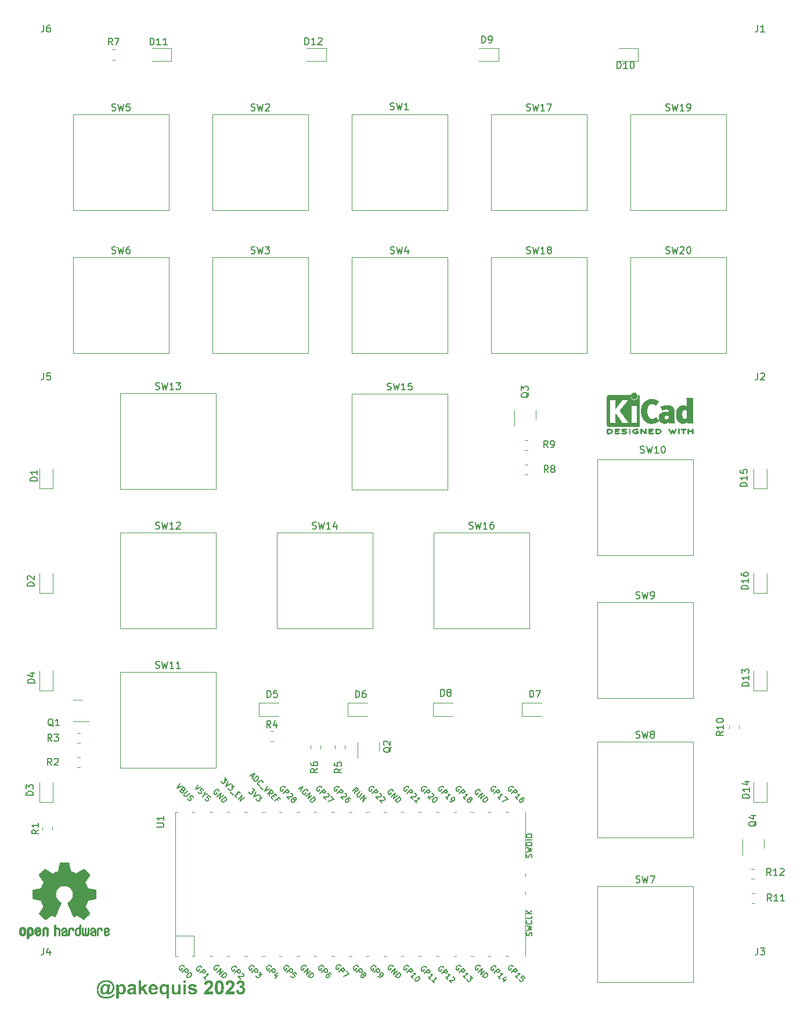
<source format=gbr>
%TF.GenerationSoftware,KiCad,Pcbnew,(7.0.0)*%
%TF.CreationDate,2023-06-10T10:48:00-03:00*%
%TF.ProjectId,Bad Thing of the Edge Keyboard,42616420-5468-4696-9e67-206f66207468,rev?*%
%TF.SameCoordinates,Original*%
%TF.FileFunction,Legend,Top*%
%TF.FilePolarity,Positive*%
%FSLAX46Y46*%
G04 Gerber Fmt 4.6, Leading zero omitted, Abs format (unit mm)*
G04 Created by KiCad (PCBNEW (7.0.0)) date 2023-06-10 10:48:00*
%MOMM*%
%LPD*%
G01*
G04 APERTURE LIST*
%ADD10C,0.300000*%
%ADD11C,0.150000*%
%ADD12C,0.120000*%
%ADD13C,0.010000*%
G04 APERTURE END LIST*
D10*
G36*
X69077864Y-166354369D02*
G01*
X69099255Y-166354766D01*
X69120496Y-166355429D01*
X69141587Y-166356358D01*
X69162528Y-166357551D01*
X69183320Y-166359010D01*
X69203962Y-166360734D01*
X69224454Y-166362723D01*
X69244796Y-166364978D01*
X69264989Y-166367498D01*
X69285031Y-166370282D01*
X69304924Y-166373333D01*
X69324667Y-166376648D01*
X69344261Y-166380229D01*
X69363704Y-166384075D01*
X69382998Y-166388186D01*
X69402142Y-166392562D01*
X69421136Y-166397204D01*
X69458675Y-166407282D01*
X69495615Y-166418422D01*
X69531956Y-166430623D01*
X69567697Y-166443885D01*
X69602840Y-166458207D01*
X69637383Y-166473591D01*
X69671327Y-166490035D01*
X69704534Y-166507395D01*
X69736746Y-166525649D01*
X69767961Y-166544795D01*
X69798180Y-166564834D01*
X69827404Y-166585767D01*
X69855631Y-166607592D01*
X69882862Y-166630310D01*
X69909097Y-166653922D01*
X69934336Y-166678426D01*
X69958579Y-166703824D01*
X69981826Y-166730114D01*
X70004077Y-166757298D01*
X70025332Y-166785374D01*
X70045591Y-166814344D01*
X70064854Y-166844206D01*
X70083120Y-166874962D01*
X70100334Y-166906345D01*
X70116436Y-166938091D01*
X70131429Y-166970199D01*
X70145311Y-167002670D01*
X70158082Y-167035504D01*
X70169742Y-167068700D01*
X70180293Y-167102258D01*
X70189732Y-167136179D01*
X70198061Y-167170463D01*
X70205280Y-167205109D01*
X70211388Y-167240118D01*
X70216385Y-167275489D01*
X70220272Y-167311223D01*
X70223048Y-167347320D01*
X70224714Y-167383779D01*
X70225270Y-167420600D01*
X70225059Y-167442577D01*
X70224426Y-167464421D01*
X70223372Y-167486132D01*
X70221896Y-167507711D01*
X70219998Y-167529157D01*
X70217679Y-167550471D01*
X70214938Y-167571652D01*
X70211775Y-167592700D01*
X70208191Y-167613615D01*
X70204185Y-167634399D01*
X70199757Y-167655049D01*
X70194907Y-167675567D01*
X70189636Y-167695952D01*
X70183943Y-167716205D01*
X70177828Y-167736325D01*
X70171292Y-167756312D01*
X70164334Y-167776167D01*
X70156954Y-167795889D01*
X70149153Y-167815478D01*
X70140929Y-167834935D01*
X70132285Y-167854260D01*
X70123218Y-167873451D01*
X70113730Y-167892510D01*
X70103820Y-167911437D01*
X70093488Y-167930231D01*
X70082735Y-167948892D01*
X70071560Y-167967420D01*
X70059963Y-167985816D01*
X70047944Y-168004080D01*
X70035504Y-168022210D01*
X70022642Y-168040209D01*
X70009359Y-168058074D01*
X69992296Y-168080193D01*
X69974936Y-168101610D01*
X69957278Y-168122325D01*
X69939322Y-168142338D01*
X69921069Y-168161648D01*
X69902518Y-168180257D01*
X69883669Y-168198163D01*
X69864523Y-168215366D01*
X69845079Y-168231868D01*
X69825337Y-168247668D01*
X69805298Y-168262765D01*
X69784961Y-168277160D01*
X69764326Y-168290853D01*
X69743394Y-168303843D01*
X69722164Y-168316132D01*
X69700636Y-168327718D01*
X69678811Y-168338602D01*
X69656687Y-168348784D01*
X69634267Y-168358264D01*
X69611548Y-168367041D01*
X69588532Y-168375117D01*
X69565219Y-168382490D01*
X69541607Y-168389160D01*
X69517698Y-168395129D01*
X69493491Y-168400396D01*
X69468987Y-168404960D01*
X69444185Y-168408822D01*
X69419085Y-168411982D01*
X69393688Y-168414440D01*
X69367992Y-168416195D01*
X69342000Y-168417248D01*
X69315709Y-168417600D01*
X69294858Y-168417278D01*
X69274986Y-168416312D01*
X69250012Y-168414022D01*
X69226778Y-168410587D01*
X69205285Y-168406008D01*
X69185532Y-168400283D01*
X69163287Y-168391518D01*
X69143762Y-168380963D01*
X69126691Y-168368527D01*
X69111505Y-168354421D01*
X69098203Y-168338645D01*
X69086785Y-168321200D01*
X69077251Y-168302085D01*
X69069602Y-168281301D01*
X69067070Y-168272519D01*
X69046605Y-168290088D01*
X69025755Y-168306522D01*
X69004519Y-168321824D01*
X68982898Y-168335992D01*
X68960891Y-168349026D01*
X68938499Y-168360928D01*
X68915721Y-168371695D01*
X68892558Y-168381329D01*
X68869010Y-168389830D01*
X68845076Y-168397198D01*
X68820757Y-168403432D01*
X68796052Y-168408532D01*
X68770962Y-168412499D01*
X68745486Y-168415333D01*
X68719625Y-168417033D01*
X68693378Y-168417600D01*
X68665166Y-168416981D01*
X68637561Y-168415127D01*
X68610563Y-168412035D01*
X68584171Y-168407708D01*
X68558387Y-168402144D01*
X68533209Y-168395343D01*
X68508637Y-168387306D01*
X68484673Y-168378032D01*
X68461315Y-168367522D01*
X68438564Y-168355776D01*
X68416420Y-168342792D01*
X68394883Y-168328573D01*
X68373953Y-168313117D01*
X68353629Y-168296425D01*
X68333912Y-168278496D01*
X68314802Y-168259330D01*
X68296583Y-168239079D01*
X68279539Y-168218015D01*
X68263671Y-168196138D01*
X68248979Y-168173448D01*
X68235461Y-168149946D01*
X68223119Y-168125630D01*
X68211953Y-168100502D01*
X68201962Y-168074560D01*
X68193146Y-168047806D01*
X68185506Y-168020239D01*
X68179041Y-167991859D01*
X68173752Y-167962667D01*
X68169638Y-167932661D01*
X68166699Y-167901843D01*
X68164936Y-167870211D01*
X68164348Y-167837767D01*
X68164463Y-167824578D01*
X68520454Y-167824578D01*
X68520731Y-167846258D01*
X68521561Y-167867214D01*
X68522945Y-167887444D01*
X68524881Y-167906949D01*
X68528824Y-167934847D01*
X68534012Y-167961113D01*
X68540445Y-167985749D01*
X68548123Y-168008752D01*
X68557046Y-168030124D01*
X68567214Y-168049865D01*
X68578627Y-168067974D01*
X68591285Y-168084452D01*
X68604858Y-168099293D01*
X68623863Y-168116810D01*
X68643906Y-168131731D01*
X68664987Y-168144058D01*
X68687106Y-168153790D01*
X68710264Y-168160926D01*
X68734459Y-168165467D01*
X68759692Y-168167414D01*
X68766163Y-168167495D01*
X68790489Y-168166541D01*
X68814315Y-168163679D01*
X68837640Y-168158908D01*
X68860463Y-168152230D01*
X68882786Y-168143643D01*
X68904608Y-168133148D01*
X68913197Y-168128416D01*
X68932746Y-168117024D01*
X68948958Y-168105800D01*
X68965099Y-168093001D01*
X68981168Y-168078628D01*
X68997165Y-168062680D01*
X69013091Y-168045159D01*
X69016267Y-168041466D01*
X69029739Y-168024850D01*
X69042858Y-168006878D01*
X69055624Y-167987550D01*
X69068039Y-167966865D01*
X69080102Y-167944823D01*
X69091813Y-167921424D01*
X69103172Y-167896669D01*
X69114178Y-167870557D01*
X69124833Y-167843088D01*
X69131740Y-167824022D01*
X69138491Y-167804352D01*
X69141808Y-167794292D01*
X69148197Y-167774105D01*
X69154173Y-167754091D01*
X69159737Y-167734248D01*
X69164889Y-167714577D01*
X69169629Y-167695078D01*
X69173957Y-167675750D01*
X69177872Y-167656594D01*
X69182973Y-167628182D01*
X69187146Y-167600157D01*
X69190392Y-167572518D01*
X69192710Y-167545265D01*
X69194101Y-167518399D01*
X69194565Y-167491919D01*
X69193929Y-167463158D01*
X69192023Y-167435676D01*
X69188846Y-167409474D01*
X69184398Y-167384551D01*
X69178679Y-167360908D01*
X69171690Y-167338544D01*
X69163430Y-167317460D01*
X69153898Y-167297654D01*
X69143096Y-167279129D01*
X69131023Y-167261882D01*
X69122269Y-167251096D01*
X69108470Y-167236080D01*
X69094002Y-167222542D01*
X69073668Y-167206788D01*
X69052144Y-167193660D01*
X69029430Y-167183158D01*
X69005525Y-167175281D01*
X68980429Y-167170030D01*
X68960825Y-167167815D01*
X68940552Y-167167076D01*
X68918546Y-167167888D01*
X68896858Y-167170322D01*
X68875487Y-167174379D01*
X68854434Y-167180059D01*
X68833698Y-167187362D01*
X68813281Y-167196288D01*
X68793181Y-167206837D01*
X68773398Y-167219008D01*
X68753934Y-167232803D01*
X68734787Y-167248220D01*
X68722199Y-167259400D01*
X68703857Y-167277402D01*
X68686381Y-167296786D01*
X68669773Y-167317553D01*
X68654032Y-167339702D01*
X68639159Y-167363234D01*
X68625153Y-167388148D01*
X68612014Y-167414445D01*
X68603736Y-167432744D01*
X68595844Y-167451658D01*
X68588337Y-167471186D01*
X68581216Y-167491328D01*
X68574480Y-167512085D01*
X68571257Y-167522694D01*
X68565105Y-167543851D01*
X68559350Y-167564703D01*
X68553992Y-167585250D01*
X68549031Y-167605492D01*
X68544467Y-167625428D01*
X68540299Y-167645059D01*
X68536529Y-167664385D01*
X68531617Y-167692801D01*
X68527599Y-167720530D01*
X68524473Y-167747573D01*
X68522241Y-167773928D01*
X68520901Y-167799596D01*
X68520454Y-167824578D01*
X68164463Y-167824578D01*
X68164525Y-167817489D01*
X68165056Y-167797322D01*
X68165941Y-167777265D01*
X68167180Y-167757319D01*
X68168773Y-167737484D01*
X68170720Y-167717760D01*
X68173020Y-167698146D01*
X68175675Y-167678643D01*
X68178684Y-167659250D01*
X68182046Y-167639968D01*
X68189834Y-167601737D01*
X68199037Y-167563948D01*
X68209655Y-167526602D01*
X68221690Y-167489698D01*
X68235141Y-167453237D01*
X68250007Y-167417219D01*
X68257971Y-167399376D01*
X68266289Y-167381643D01*
X68274961Y-167364022D01*
X68283987Y-167346511D01*
X68293367Y-167329110D01*
X68303101Y-167311821D01*
X68313189Y-167294641D01*
X68323631Y-167277573D01*
X68334427Y-167260615D01*
X68345577Y-167243768D01*
X68359436Y-167223663D01*
X68373537Y-167204195D01*
X68387879Y-167185366D01*
X68402462Y-167167175D01*
X68417287Y-167149623D01*
X68432353Y-167132708D01*
X68447661Y-167116432D01*
X68463210Y-167100795D01*
X68479000Y-167085795D01*
X68495032Y-167071434D01*
X68511305Y-167057711D01*
X68527820Y-167044626D01*
X68544576Y-167032180D01*
X68561573Y-167020372D01*
X68578812Y-167009202D01*
X68596292Y-166998671D01*
X68614013Y-166988777D01*
X68631976Y-166979522D01*
X68650180Y-166970906D01*
X68668626Y-166962927D01*
X68687313Y-166955587D01*
X68706241Y-166948885D01*
X68725411Y-166942822D01*
X68744822Y-166937396D01*
X68764475Y-166932609D01*
X68784368Y-166928460D01*
X68804504Y-166924950D01*
X68824880Y-166922078D01*
X68845498Y-166919844D01*
X68866358Y-166918248D01*
X68887458Y-166917291D01*
X68908801Y-166916971D01*
X68938892Y-166917706D01*
X68967984Y-166919910D01*
X68996075Y-166923583D01*
X69023167Y-166928726D01*
X69049259Y-166935337D01*
X69074351Y-166943418D01*
X69098444Y-166952969D01*
X69121536Y-166963988D01*
X69143629Y-166976477D01*
X69164721Y-166990435D01*
X69184814Y-167005862D01*
X69203907Y-167022759D01*
X69222000Y-167041125D01*
X69239093Y-167060960D01*
X69255187Y-167082265D01*
X69270280Y-167105038D01*
X69304474Y-166948235D01*
X69667419Y-166948235D01*
X69459812Y-167944257D01*
X69455347Y-167966903D01*
X69451478Y-167987457D01*
X69447478Y-168010210D01*
X69444408Y-168029694D01*
X69441673Y-168051483D01*
X69440762Y-168066867D01*
X69442288Y-168086874D01*
X69448150Y-168106474D01*
X69456393Y-168119135D01*
X69472794Y-168131407D01*
X69491770Y-168136165D01*
X69494495Y-168136232D01*
X69516045Y-168134264D01*
X69539480Y-168128361D01*
X69559584Y-168120804D01*
X69580894Y-168110729D01*
X69603410Y-168098136D01*
X69621089Y-168087037D01*
X69639445Y-168074522D01*
X69658481Y-168060590D01*
X69664976Y-168055632D01*
X69682291Y-168042162D01*
X69699186Y-168028131D01*
X69715661Y-168013540D01*
X69731716Y-167998387D01*
X69747351Y-167982674D01*
X69762567Y-167966399D01*
X69777363Y-167949563D01*
X69791739Y-167932167D01*
X69805695Y-167914209D01*
X69819231Y-167895691D01*
X69832348Y-167876611D01*
X69845045Y-167856971D01*
X69857322Y-167836769D01*
X69869179Y-167816006D01*
X69880616Y-167794683D01*
X69891634Y-167772798D01*
X69902104Y-167750525D01*
X69911898Y-167728155D01*
X69921017Y-167705691D01*
X69929461Y-167683131D01*
X69937229Y-167660475D01*
X69944322Y-167637724D01*
X69950739Y-167614878D01*
X69956480Y-167591937D01*
X69961546Y-167568899D01*
X69965937Y-167545767D01*
X69969652Y-167522539D01*
X69972692Y-167499216D01*
X69975056Y-167475797D01*
X69976745Y-167452283D01*
X69977758Y-167428674D01*
X69978096Y-167404969D01*
X69977857Y-167383737D01*
X69977140Y-167362724D01*
X69975945Y-167341930D01*
X69974272Y-167321354D01*
X69972121Y-167300996D01*
X69969492Y-167280857D01*
X69966385Y-167260936D01*
X69962800Y-167241234D01*
X69958737Y-167221751D01*
X69954196Y-167202486D01*
X69949177Y-167183439D01*
X69943680Y-167164611D01*
X69937706Y-167146001D01*
X69924322Y-167109437D01*
X69909026Y-167073747D01*
X69891818Y-167038931D01*
X69872699Y-167004989D01*
X69862422Y-166988346D01*
X69851667Y-166971921D01*
X69840434Y-166955714D01*
X69828724Y-166939727D01*
X69816535Y-166923957D01*
X69803868Y-166908406D01*
X69790723Y-166893074D01*
X69777101Y-166877960D01*
X69763000Y-166863064D01*
X69748421Y-166848387D01*
X69733364Y-166833929D01*
X69717909Y-166819804D01*
X69702075Y-166806127D01*
X69685860Y-166792899D01*
X69669266Y-166780119D01*
X69652292Y-166767788D01*
X69634938Y-166755905D01*
X69617205Y-166744470D01*
X69599092Y-166733484D01*
X69580599Y-166722946D01*
X69561727Y-166712857D01*
X69542474Y-166703216D01*
X69522842Y-166694024D01*
X69502831Y-166685279D01*
X69482439Y-166676984D01*
X69461668Y-166669137D01*
X69440517Y-166661738D01*
X69418987Y-166654787D01*
X69397076Y-166648285D01*
X69374786Y-166642232D01*
X69352117Y-166636626D01*
X69329067Y-166631470D01*
X69305638Y-166626761D01*
X69281829Y-166622501D01*
X69257640Y-166618690D01*
X69233072Y-166615327D01*
X69208124Y-166612412D01*
X69182796Y-166609946D01*
X69157089Y-166607928D01*
X69131002Y-166606358D01*
X69104535Y-166605237D01*
X69077688Y-166604565D01*
X69050461Y-166604341D01*
X69027308Y-166604493D01*
X69004374Y-166604949D01*
X68981661Y-166605710D01*
X68959168Y-166606775D01*
X68936896Y-166608145D01*
X68914844Y-166609819D01*
X68893012Y-166611797D01*
X68871401Y-166614080D01*
X68850010Y-166616667D01*
X68828840Y-166619558D01*
X68807890Y-166622754D01*
X68787160Y-166626254D01*
X68766651Y-166630058D01*
X68746362Y-166634167D01*
X68726293Y-166638580D01*
X68706445Y-166643297D01*
X68686818Y-166648319D01*
X68667410Y-166653645D01*
X68648224Y-166659276D01*
X68629257Y-166665210D01*
X68610511Y-166671450D01*
X68591985Y-166677993D01*
X68573680Y-166684841D01*
X68537730Y-166699450D01*
X68502662Y-166715276D01*
X68468476Y-166732320D01*
X68435171Y-166750581D01*
X68418849Y-166760168D01*
X68386985Y-166780081D01*
X68356117Y-166800987D01*
X68326245Y-166822885D01*
X68297369Y-166845775D01*
X68269489Y-166869657D01*
X68242605Y-166894532D01*
X68216718Y-166920398D01*
X68191826Y-166947258D01*
X68167930Y-166975109D01*
X68145030Y-167003952D01*
X68123127Y-167033788D01*
X68102219Y-167064616D01*
X68082308Y-167096437D01*
X68063392Y-167129249D01*
X68045473Y-167163054D01*
X68028549Y-167197851D01*
X68012697Y-167233174D01*
X67997866Y-167268681D01*
X67984059Y-167304371D01*
X67971274Y-167340244D01*
X67959513Y-167376301D01*
X67948774Y-167412540D01*
X67939057Y-167448963D01*
X67930364Y-167485569D01*
X67922693Y-167522358D01*
X67916045Y-167559330D01*
X67910420Y-167596486D01*
X67905817Y-167633824D01*
X67902238Y-167671346D01*
X67899681Y-167709051D01*
X67898147Y-167746939D01*
X67897635Y-167785011D01*
X67898206Y-167821927D01*
X67899917Y-167858428D01*
X67902770Y-167894513D01*
X67906764Y-167930182D01*
X67911899Y-167965435D01*
X67918175Y-168000272D01*
X67925591Y-168034694D01*
X67934150Y-168068699D01*
X67943849Y-168102288D01*
X67954689Y-168135461D01*
X67966670Y-168168218D01*
X67979792Y-168200559D01*
X67994056Y-168232484D01*
X68009460Y-168263994D01*
X68026006Y-168295087D01*
X68043692Y-168325764D01*
X68062471Y-168355659D01*
X68082168Y-168384527D01*
X68102786Y-168412369D01*
X68124323Y-168439184D01*
X68146780Y-168464973D01*
X68170157Y-168489735D01*
X68194453Y-168513471D01*
X68219669Y-168536179D01*
X68245805Y-168557862D01*
X68272861Y-168578517D01*
X68300836Y-168598146D01*
X68329731Y-168616749D01*
X68359546Y-168634325D01*
X68390281Y-168650874D01*
X68421935Y-168666397D01*
X68454509Y-168680893D01*
X68487901Y-168694439D01*
X68521889Y-168707111D01*
X68556473Y-168718909D01*
X68591651Y-168729833D01*
X68627425Y-168739884D01*
X68663795Y-168749060D01*
X68700759Y-168757362D01*
X68738319Y-168764791D01*
X68776474Y-168771345D01*
X68815225Y-168777026D01*
X68834824Y-168779538D01*
X68854571Y-168781832D01*
X68874467Y-168783908D01*
X68894512Y-168785765D01*
X68914706Y-168787404D01*
X68935049Y-168788824D01*
X68955541Y-168790025D01*
X68976181Y-168791009D01*
X68996970Y-168791773D01*
X69017908Y-168792320D01*
X69038995Y-168792647D01*
X69060231Y-168792757D01*
X69080658Y-168792665D01*
X69100905Y-168792390D01*
X69120973Y-168791932D01*
X69140862Y-168791291D01*
X69160571Y-168790467D01*
X69180101Y-168789459D01*
X69218623Y-168786895D01*
X69256427Y-168783597D01*
X69293514Y-168779567D01*
X69329883Y-168774805D01*
X69365535Y-168769309D01*
X69400469Y-168763081D01*
X69434686Y-168756120D01*
X69468185Y-168748426D01*
X69500967Y-168740000D01*
X69533032Y-168730841D01*
X69564379Y-168720949D01*
X69595009Y-168710325D01*
X69624921Y-168698967D01*
X69654113Y-168686877D01*
X69682585Y-168674054D01*
X69710335Y-168660499D01*
X69737364Y-168646211D01*
X69763672Y-168631190D01*
X69789258Y-168615436D01*
X69814123Y-168598950D01*
X69838267Y-168581731D01*
X69861689Y-168563779D01*
X69884391Y-168545094D01*
X69906370Y-168525677D01*
X69927629Y-168505527D01*
X69948167Y-168484644D01*
X69967983Y-168463029D01*
X69987077Y-168440680D01*
X70005451Y-168417600D01*
X70298054Y-168417600D01*
X70289331Y-168435097D01*
X70271025Y-168469379D01*
X70251569Y-168502710D01*
X70230965Y-168535091D01*
X70209212Y-168566522D01*
X70186310Y-168597003D01*
X70162260Y-168626534D01*
X70137061Y-168655114D01*
X70110713Y-168682744D01*
X70083217Y-168709423D01*
X70054572Y-168735153D01*
X70024778Y-168759932D01*
X69993836Y-168783761D01*
X69977934Y-168795319D01*
X69961744Y-168806640D01*
X69945268Y-168817723D01*
X69928504Y-168828568D01*
X69911454Y-168839176D01*
X69894116Y-168849546D01*
X69876491Y-168859679D01*
X69855988Y-168870949D01*
X69835206Y-168881861D01*
X69814146Y-168892416D01*
X69792807Y-168902612D01*
X69771190Y-168912451D01*
X69749294Y-168921932D01*
X69727119Y-168931056D01*
X69704666Y-168939821D01*
X69681934Y-168948229D01*
X69658924Y-168956279D01*
X69635635Y-168963971D01*
X69612067Y-168971306D01*
X69588221Y-168978282D01*
X69564097Y-168984901D01*
X69539693Y-168991162D01*
X69515011Y-168997066D01*
X69490051Y-169002611D01*
X69464812Y-169007799D01*
X69439294Y-169012629D01*
X69413498Y-169017101D01*
X69387423Y-169021216D01*
X69361070Y-169024972D01*
X69334438Y-169028371D01*
X69307527Y-169031412D01*
X69280338Y-169034096D01*
X69252870Y-169036421D01*
X69225124Y-169038389D01*
X69197099Y-169039999D01*
X69168795Y-169041251D01*
X69140213Y-169042146D01*
X69111352Y-169042682D01*
X69082213Y-169042861D01*
X69054002Y-169042709D01*
X69026031Y-169042252D01*
X68998303Y-169041492D01*
X68970815Y-169040426D01*
X68943569Y-169039057D01*
X68916565Y-169037383D01*
X68889802Y-169035405D01*
X68863280Y-169033122D01*
X68836999Y-169030535D01*
X68810960Y-169027644D01*
X68785163Y-169024448D01*
X68759606Y-169020948D01*
X68734291Y-169017144D01*
X68709218Y-169013035D01*
X68684386Y-169008622D01*
X68659795Y-169003904D01*
X68635446Y-168998883D01*
X68611338Y-168993557D01*
X68587471Y-168987926D01*
X68563846Y-168981991D01*
X68540462Y-168975752D01*
X68517319Y-168969209D01*
X68494418Y-168962361D01*
X68471759Y-168955209D01*
X68449340Y-168947752D01*
X68427163Y-168939991D01*
X68405228Y-168931926D01*
X68383533Y-168923556D01*
X68362081Y-168914882D01*
X68340869Y-168905904D01*
X68319899Y-168896621D01*
X68299170Y-168887034D01*
X68278728Y-168877150D01*
X68258615Y-168866976D01*
X68238832Y-168856512D01*
X68219379Y-168845757D01*
X68200257Y-168834713D01*
X68181464Y-168823378D01*
X68163002Y-168811754D01*
X68144870Y-168799840D01*
X68127068Y-168787635D01*
X68109596Y-168775140D01*
X68092454Y-168762356D01*
X68075642Y-168749281D01*
X68059161Y-168735917D01*
X68043009Y-168722262D01*
X68027188Y-168708317D01*
X68011697Y-168694082D01*
X67996535Y-168679558D01*
X67981704Y-168664743D01*
X67967203Y-168649638D01*
X67953033Y-168634243D01*
X67939192Y-168618558D01*
X67925681Y-168602583D01*
X67912501Y-168586318D01*
X67899650Y-168569763D01*
X67887130Y-168552918D01*
X67874940Y-168535783D01*
X67863080Y-168518357D01*
X67851550Y-168500642D01*
X67840350Y-168482637D01*
X67829480Y-168464341D01*
X67818940Y-168445756D01*
X67808731Y-168426881D01*
X67798843Y-168407838D01*
X67789270Y-168388689D01*
X67780010Y-168369435D01*
X67771064Y-168350074D01*
X67762432Y-168330608D01*
X67754114Y-168311035D01*
X67746110Y-168291357D01*
X67738419Y-168271573D01*
X67731043Y-168251683D01*
X67723980Y-168231687D01*
X67717232Y-168211585D01*
X67710797Y-168191377D01*
X67704676Y-168171064D01*
X67698869Y-168150644D01*
X67693376Y-168130119D01*
X67688197Y-168109487D01*
X67683332Y-168088750D01*
X67678780Y-168067907D01*
X67674543Y-168046958D01*
X67670619Y-168025903D01*
X67667009Y-168004742D01*
X67663714Y-167983475D01*
X67660732Y-167962102D01*
X67658064Y-167940624D01*
X67655709Y-167919039D01*
X67653669Y-167897349D01*
X67651943Y-167875553D01*
X67650530Y-167853650D01*
X67649432Y-167831642D01*
X67648647Y-167809528D01*
X67648176Y-167787308D01*
X67648019Y-167764983D01*
X67648197Y-167740489D01*
X67648733Y-167716100D01*
X67649625Y-167691816D01*
X67650874Y-167667637D01*
X67652479Y-167643562D01*
X67654442Y-167619593D01*
X67656761Y-167595729D01*
X67659437Y-167571970D01*
X67662470Y-167548315D01*
X67665860Y-167524766D01*
X67669607Y-167501322D01*
X67673710Y-167477982D01*
X67678171Y-167454747D01*
X67682988Y-167431618D01*
X67688162Y-167408593D01*
X67693692Y-167385673D01*
X67699580Y-167362859D01*
X67705824Y-167340149D01*
X67712426Y-167317544D01*
X67719384Y-167295044D01*
X67726699Y-167272649D01*
X67734370Y-167250359D01*
X67742399Y-167228174D01*
X67750784Y-167206094D01*
X67759526Y-167184119D01*
X67768625Y-167162249D01*
X67778081Y-167140483D01*
X67787894Y-167118823D01*
X67798063Y-167097268D01*
X67808590Y-167075817D01*
X67819473Y-167054472D01*
X67830713Y-167033231D01*
X67842262Y-167012208D01*
X67854074Y-166991515D01*
X67866148Y-166971152D01*
X67878485Y-166951120D01*
X67891084Y-166931417D01*
X67903945Y-166912045D01*
X67917069Y-166893002D01*
X67930455Y-166874290D01*
X67944104Y-166855908D01*
X67958015Y-166837856D01*
X67972188Y-166820134D01*
X67986624Y-166802742D01*
X68001322Y-166785680D01*
X68016282Y-166768949D01*
X68031505Y-166752547D01*
X68046990Y-166736476D01*
X68062737Y-166720735D01*
X68078747Y-166705324D01*
X68095019Y-166690243D01*
X68111554Y-166675492D01*
X68128351Y-166661071D01*
X68145410Y-166646980D01*
X68162732Y-166633219D01*
X68180316Y-166619789D01*
X68198162Y-166606689D01*
X68216271Y-166593918D01*
X68234642Y-166581478D01*
X68253276Y-166569368D01*
X68272172Y-166557588D01*
X68291330Y-166546138D01*
X68310751Y-166535019D01*
X68330434Y-166524229D01*
X68350367Y-166513770D01*
X68370478Y-166503644D01*
X68390766Y-166493849D01*
X68411232Y-166484387D01*
X68431875Y-166475256D01*
X68452696Y-166466458D01*
X68473694Y-166457991D01*
X68494870Y-166449857D01*
X68516223Y-166442055D01*
X68537754Y-166434584D01*
X68559462Y-166427446D01*
X68581347Y-166420639D01*
X68603410Y-166414165D01*
X68625651Y-166408023D01*
X68648069Y-166402212D01*
X68670664Y-166396734D01*
X68693437Y-166391588D01*
X68716387Y-166386774D01*
X68739515Y-166382291D01*
X68762820Y-166378141D01*
X68786302Y-166374323D01*
X68809962Y-166370837D01*
X68833800Y-166367683D01*
X68857815Y-166364860D01*
X68882007Y-166362370D01*
X68906377Y-166360212D01*
X68930925Y-166358386D01*
X68955649Y-166356892D01*
X68980552Y-166355730D01*
X69005631Y-166354900D01*
X69030889Y-166354402D01*
X69056323Y-166354236D01*
X69077864Y-166354369D01*
G37*
G36*
X71330902Y-166917754D02*
G01*
X71361754Y-166920101D01*
X71392008Y-166924013D01*
X71421663Y-166929489D01*
X71450718Y-166936530D01*
X71479174Y-166945136D01*
X71507031Y-166955306D01*
X71534289Y-166967041D01*
X71560948Y-166980341D01*
X71587007Y-166995205D01*
X71612468Y-167011635D01*
X71637329Y-167029628D01*
X71661591Y-167049187D01*
X71685254Y-167070310D01*
X71708318Y-167092998D01*
X71730782Y-167117251D01*
X71752255Y-167142841D01*
X71772342Y-167169664D01*
X71791044Y-167197719D01*
X71808360Y-167227007D01*
X71824291Y-167257528D01*
X71838837Y-167289282D01*
X71851998Y-167322268D01*
X71863773Y-167356486D01*
X71874163Y-167391938D01*
X71883167Y-167428622D01*
X71890786Y-167466539D01*
X71894076Y-167485959D01*
X71897020Y-167505688D01*
X71899618Y-167525725D01*
X71901869Y-167546070D01*
X71903774Y-167566724D01*
X71905332Y-167587685D01*
X71906544Y-167608955D01*
X71907410Y-167630533D01*
X71907930Y-167652419D01*
X71908103Y-167674613D01*
X71907928Y-167697412D01*
X71907404Y-167719891D01*
X71906531Y-167742051D01*
X71905309Y-167763891D01*
X71903738Y-167785412D01*
X71901817Y-167806613D01*
X71899548Y-167827494D01*
X71896929Y-167848056D01*
X71893961Y-167868298D01*
X71890643Y-167888220D01*
X71886977Y-167907823D01*
X71882961Y-167927106D01*
X71873882Y-167964714D01*
X71863406Y-168001043D01*
X71851534Y-168036094D01*
X71838265Y-168069866D01*
X71823599Y-168102360D01*
X71807536Y-168133576D01*
X71790076Y-168163513D01*
X71771220Y-168192171D01*
X71750967Y-168219551D01*
X71729317Y-168245653D01*
X71706732Y-168270260D01*
X71683552Y-168293280D01*
X71659776Y-168314712D01*
X71635406Y-168334557D01*
X71610439Y-168352814D01*
X71584878Y-168369484D01*
X71558721Y-168384566D01*
X71531969Y-168398060D01*
X71504621Y-168409967D01*
X71476678Y-168420286D01*
X71448140Y-168429018D01*
X71419006Y-168436162D01*
X71389278Y-168441718D01*
X71358953Y-168445687D01*
X71328034Y-168448069D01*
X71296519Y-168448863D01*
X71274089Y-168448442D01*
X71252046Y-168447180D01*
X71230389Y-168445076D01*
X71209118Y-168442131D01*
X71188234Y-168438344D01*
X71167736Y-168433716D01*
X71147625Y-168428246D01*
X71127900Y-168421935D01*
X71108561Y-168414782D01*
X71089609Y-168406788D01*
X71077189Y-168400991D01*
X71058689Y-168391322D01*
X71040008Y-168380452D01*
X71021148Y-168368379D01*
X71002107Y-168355104D01*
X70982886Y-168340627D01*
X70963484Y-168324948D01*
X70943902Y-168308066D01*
X70924140Y-168289983D01*
X70904197Y-168270697D01*
X70884075Y-168250209D01*
X70870559Y-168235883D01*
X70870559Y-168980335D01*
X70484655Y-168980335D01*
X70484655Y-167657516D01*
X70866651Y-167657516D01*
X70867031Y-167689590D01*
X70868170Y-167720599D01*
X70870069Y-167750544D01*
X70872727Y-167779423D01*
X70876144Y-167807239D01*
X70880321Y-167833989D01*
X70885258Y-167859674D01*
X70890953Y-167884295D01*
X70897409Y-167907851D01*
X70904623Y-167930343D01*
X70912598Y-167951769D01*
X70921331Y-167972131D01*
X70930824Y-167991428D01*
X70941077Y-168009661D01*
X70952089Y-168026828D01*
X70963860Y-168042931D01*
X70982552Y-168065192D01*
X71001990Y-168085263D01*
X71022176Y-168103145D01*
X71043109Y-168118837D01*
X71064789Y-168132340D01*
X71087216Y-168143653D01*
X71110390Y-168152776D01*
X71134311Y-168159710D01*
X71158979Y-168164454D01*
X71184394Y-168167008D01*
X71201752Y-168167495D01*
X71226628Y-168166490D01*
X71250696Y-168163476D01*
X71273958Y-168158453D01*
X71296412Y-168151421D01*
X71318059Y-168142379D01*
X71338899Y-168131328D01*
X71358931Y-168118267D01*
X71378157Y-168103198D01*
X71396575Y-168086119D01*
X71414186Y-168067031D01*
X71425479Y-168053189D01*
X71441454Y-168030469D01*
X71455859Y-168005173D01*
X71464588Y-167986877D01*
X71472620Y-167967437D01*
X71479953Y-167946852D01*
X71486587Y-167925122D01*
X71492524Y-167902247D01*
X71497761Y-167878227D01*
X71502301Y-167853063D01*
X71506142Y-167826753D01*
X71509285Y-167799299D01*
X71511729Y-167770699D01*
X71513475Y-167740955D01*
X71514523Y-167710066D01*
X71514872Y-167678032D01*
X71514511Y-167648055D01*
X71513429Y-167619063D01*
X71511626Y-167591055D01*
X71509102Y-167564032D01*
X71505856Y-167537993D01*
X71501889Y-167512939D01*
X71497200Y-167488870D01*
X71491791Y-167465785D01*
X71485660Y-167443685D01*
X71478808Y-167422569D01*
X71471234Y-167402438D01*
X71462940Y-167383292D01*
X71453924Y-167365130D01*
X71444186Y-167347953D01*
X71428228Y-167324034D01*
X71422548Y-167316553D01*
X71404942Y-167295427D01*
X71386564Y-167276379D01*
X71367413Y-167259409D01*
X71347489Y-167244516D01*
X71326792Y-167231702D01*
X71305323Y-167220966D01*
X71283081Y-167212308D01*
X71260065Y-167205728D01*
X71236278Y-167201225D01*
X71211717Y-167198801D01*
X71194914Y-167198339D01*
X71168777Y-167199357D01*
X71143491Y-167202409D01*
X71119055Y-167207497D01*
X71095469Y-167214620D01*
X71072733Y-167223777D01*
X71050847Y-167234970D01*
X71029811Y-167248198D01*
X71009625Y-167263460D01*
X70990289Y-167280758D01*
X70971804Y-167300091D01*
X70959952Y-167314110D01*
X70943278Y-167336801D01*
X70928244Y-167361457D01*
X70919133Y-167378987D01*
X70910750Y-167397391D01*
X70903097Y-167416669D01*
X70896172Y-167436821D01*
X70889976Y-167457847D01*
X70884510Y-167479747D01*
X70879772Y-167502521D01*
X70875763Y-167526168D01*
X70872483Y-167550690D01*
X70869931Y-167576086D01*
X70868109Y-167602355D01*
X70867016Y-167629498D01*
X70866651Y-167657516D01*
X70484655Y-167657516D01*
X70484655Y-166948235D01*
X70844669Y-166948235D01*
X70844669Y-167162680D01*
X70858205Y-167142441D01*
X70872616Y-167122941D01*
X70887903Y-167104179D01*
X70904066Y-167086155D01*
X70921105Y-167068870D01*
X70939020Y-167052324D01*
X70957810Y-167036516D01*
X70977476Y-167021446D01*
X70998019Y-167007115D01*
X71019437Y-166993522D01*
X71034202Y-166984871D01*
X71056869Y-166972737D01*
X71079992Y-166961796D01*
X71103569Y-166952048D01*
X71127602Y-166943495D01*
X71152090Y-166936134D01*
X71177032Y-166929968D01*
X71202430Y-166924995D01*
X71228283Y-166921215D01*
X71254591Y-166918629D01*
X71281355Y-166917237D01*
X71299450Y-166916971D01*
X71330902Y-166917754D01*
G37*
G36*
X72807437Y-166917212D02*
G01*
X72838187Y-166917933D01*
X72867903Y-166919135D01*
X72896584Y-166920818D01*
X72924231Y-166922982D01*
X72950844Y-166925627D01*
X72976423Y-166928752D01*
X73000967Y-166932359D01*
X73024478Y-166936446D01*
X73046954Y-166941014D01*
X73068396Y-166946063D01*
X73088803Y-166951593D01*
X73108177Y-166957604D01*
X73135298Y-166967521D01*
X73160092Y-166978521D01*
X73183153Y-166990353D01*
X73204891Y-167002769D01*
X73225307Y-167015770D01*
X73244401Y-167029354D01*
X73262173Y-167043522D01*
X73278622Y-167058274D01*
X73293749Y-167073609D01*
X73307553Y-167089529D01*
X73320035Y-167106033D01*
X73331195Y-167123120D01*
X73337900Y-167134836D01*
X73347154Y-167153908D01*
X73355497Y-167175772D01*
X73362931Y-167200425D01*
X73369454Y-167227870D01*
X73373297Y-167247716D01*
X73376735Y-167268803D01*
X73379769Y-167291130D01*
X73382398Y-167314698D01*
X73384623Y-167339506D01*
X73386444Y-167365554D01*
X73387860Y-167392842D01*
X73388871Y-167421371D01*
X73389478Y-167451140D01*
X73389680Y-167482149D01*
X73385284Y-167935464D01*
X73385356Y-167959247D01*
X73385574Y-167982237D01*
X73385936Y-168004432D01*
X73386444Y-168025834D01*
X73387096Y-168046442D01*
X73387894Y-168066256D01*
X73389362Y-168094489D01*
X73391157Y-168120936D01*
X73393278Y-168145597D01*
X73395725Y-168168472D01*
X73398498Y-168189561D01*
X73401598Y-168208863D01*
X73403846Y-168220740D01*
X73408990Y-168243905D01*
X73415142Y-168267482D01*
X73422302Y-168291471D01*
X73430468Y-168315872D01*
X73437255Y-168334444D01*
X73444608Y-168353247D01*
X73452528Y-168372282D01*
X73461014Y-168391549D01*
X73470067Y-168411048D01*
X73473211Y-168417600D01*
X73091704Y-168417600D01*
X73084751Y-168398205D01*
X73078271Y-168378605D01*
X73071310Y-168356256D01*
X73065142Y-168335534D01*
X73058640Y-168312903D01*
X73054579Y-168298409D01*
X73049045Y-168278459D01*
X73043563Y-168259514D01*
X73040901Y-168251026D01*
X73022188Y-168269181D01*
X73003234Y-168286460D01*
X72984040Y-168302864D01*
X72964606Y-168318391D01*
X72944931Y-168333043D01*
X72925016Y-168346819D01*
X72904860Y-168359719D01*
X72884464Y-168371743D01*
X72863827Y-168382891D01*
X72842950Y-168393164D01*
X72828898Y-168399526D01*
X72807695Y-168408343D01*
X72786217Y-168416292D01*
X72764464Y-168423375D01*
X72742436Y-168429590D01*
X72720134Y-168434938D01*
X72697557Y-168439419D01*
X72674705Y-168443033D01*
X72651578Y-168445779D01*
X72628176Y-168447658D01*
X72604500Y-168448670D01*
X72588563Y-168448863D01*
X72560786Y-168448378D01*
X72533754Y-168446924D01*
X72507465Y-168444501D01*
X72481921Y-168441108D01*
X72457121Y-168436746D01*
X72433065Y-168431414D01*
X72409753Y-168425114D01*
X72387185Y-168417844D01*
X72365362Y-168409604D01*
X72344282Y-168400396D01*
X72323947Y-168390218D01*
X72304356Y-168379070D01*
X72285509Y-168366953D01*
X72267407Y-168353867D01*
X72250048Y-168339812D01*
X72233434Y-168324787D01*
X72217700Y-168309020D01*
X72202980Y-168292738D01*
X72189276Y-168275941D01*
X72176587Y-168258628D01*
X72164913Y-168240800D01*
X72154254Y-168222457D01*
X72144610Y-168203599D01*
X72135981Y-168184225D01*
X72128368Y-168164337D01*
X72121769Y-168143933D01*
X72116186Y-168123014D01*
X72111618Y-168101580D01*
X72108065Y-168079630D01*
X72105527Y-168057166D01*
X72104005Y-168034186D01*
X72103497Y-168010691D01*
X72104017Y-167987392D01*
X72104628Y-167978451D01*
X72489889Y-167978451D01*
X72491368Y-168002057D01*
X72495804Y-168024638D01*
X72503199Y-168046192D01*
X72513550Y-168066722D01*
X72526860Y-168086225D01*
X72539637Y-168101090D01*
X72550461Y-168111807D01*
X72566116Y-168124859D01*
X72582793Y-168136171D01*
X72600493Y-168145742D01*
X72619216Y-168153573D01*
X72638961Y-168159664D01*
X72659730Y-168164014D01*
X72681521Y-168166625D01*
X72704334Y-168167495D01*
X72730316Y-168166480D01*
X72755992Y-168163434D01*
X72781363Y-168158359D01*
X72806428Y-168151253D01*
X72825027Y-168144591D01*
X72843454Y-168136787D01*
X72861709Y-168127841D01*
X72879792Y-168117753D01*
X72897704Y-168106523D01*
X72903637Y-168102526D01*
X72920352Y-168089734D01*
X72935571Y-168076270D01*
X72949295Y-168062135D01*
X72964345Y-168043521D01*
X72977058Y-168023857D01*
X72987434Y-168003144D01*
X72995472Y-167981382D01*
X73000618Y-167960808D01*
X73004093Y-167939098D01*
X73006341Y-167918742D01*
X73008116Y-167895730D01*
X73009417Y-167870061D01*
X73010083Y-167849067D01*
X73010482Y-167826579D01*
X73010615Y-167802596D01*
X73010615Y-167729812D01*
X72990702Y-167735818D01*
X72968086Y-167742115D01*
X72942769Y-167748702D01*
X72922008Y-167753833D01*
X72899727Y-167759127D01*
X72875926Y-167764583D01*
X72850605Y-167770203D01*
X72823765Y-167775986D01*
X72795405Y-167781933D01*
X72775653Y-167785987D01*
X72755999Y-167790014D01*
X72728150Y-167796039D01*
X72702258Y-167802046D01*
X72678325Y-167808037D01*
X72656348Y-167814011D01*
X72636330Y-167819967D01*
X72612684Y-167827882D01*
X72592519Y-167835766D01*
X72572207Y-167845579D01*
X72565605Y-167849491D01*
X72547859Y-167862619D01*
X72532479Y-167876602D01*
X72519466Y-167891439D01*
X72506526Y-167911189D01*
X72497283Y-167932274D01*
X72491738Y-167954694D01*
X72489889Y-167978451D01*
X72104628Y-167978451D01*
X72105575Y-167964575D01*
X72108172Y-167942238D01*
X72111809Y-167920382D01*
X72116484Y-167899007D01*
X72122199Y-167878113D01*
X72128952Y-167857699D01*
X72136745Y-167837767D01*
X72145576Y-167818315D01*
X72155446Y-167799345D01*
X72162604Y-167786964D01*
X72174103Y-167768871D01*
X72186435Y-167751593D01*
X72199599Y-167735131D01*
X72213597Y-167719485D01*
X72228428Y-167704654D01*
X72244091Y-167690639D01*
X72260588Y-167677440D01*
X72277917Y-167665057D01*
X72296079Y-167653489D01*
X72315074Y-167642737D01*
X72328200Y-167636022D01*
X72348996Y-167626338D01*
X72371449Y-167616886D01*
X72395559Y-167607665D01*
X72421326Y-167598676D01*
X72448750Y-167589919D01*
X72467954Y-167584210D01*
X72487894Y-167578604D01*
X72508570Y-167573101D01*
X72529984Y-167567701D01*
X72552133Y-167562404D01*
X72575020Y-167557210D01*
X72598643Y-167552119D01*
X72623002Y-167547131D01*
X72635458Y-167544676D01*
X72668637Y-167538232D01*
X72700518Y-167531845D01*
X72731102Y-167525516D01*
X72760388Y-167519244D01*
X72788377Y-167513029D01*
X72815068Y-167506871D01*
X72840462Y-167500771D01*
X72864558Y-167494728D01*
X72887356Y-167488742D01*
X72908857Y-167482813D01*
X72929061Y-167476942D01*
X72947967Y-167471128D01*
X72973893Y-167462514D01*
X72996899Y-167454029D01*
X73010615Y-167448444D01*
X73010615Y-167408877D01*
X73010130Y-167388111D01*
X73008674Y-167368496D01*
X73005224Y-167344133D01*
X73000050Y-167321815D01*
X72993150Y-167301543D01*
X72984525Y-167283317D01*
X72971318Y-167263410D01*
X72955416Y-167246699D01*
X72935934Y-167232767D01*
X72916914Y-167223322D01*
X72894840Y-167215388D01*
X72869714Y-167208965D01*
X72848865Y-167205140D01*
X72826299Y-167202165D01*
X72802016Y-167200039D01*
X72776016Y-167198764D01*
X72748298Y-167198339D01*
X72723233Y-167198988D01*
X72699572Y-167200934D01*
X72677315Y-167204178D01*
X72656463Y-167208720D01*
X72637015Y-167214558D01*
X72614680Y-167223682D01*
X72594540Y-167234833D01*
X72587098Y-167239860D01*
X72569622Y-167254374D01*
X72553219Y-167271965D01*
X72540869Y-167288253D01*
X72529207Y-167306510D01*
X72518231Y-167326737D01*
X72507942Y-167348932D01*
X72498340Y-167373097D01*
X72493797Y-167385918D01*
X72143553Y-167323392D01*
X72151273Y-167297922D01*
X72159658Y-167273291D01*
X72168706Y-167249500D01*
X72178419Y-167226549D01*
X72188795Y-167204438D01*
X72199836Y-167183166D01*
X72211540Y-167162733D01*
X72223909Y-167143140D01*
X72236941Y-167124387D01*
X72250638Y-167106473D01*
X72264999Y-167089399D01*
X72280024Y-167073165D01*
X72295712Y-167057770D01*
X72312065Y-167043214D01*
X72329082Y-167029499D01*
X72346763Y-167016623D01*
X72365383Y-167004555D01*
X72385094Y-166993267D01*
X72405896Y-166982757D01*
X72427790Y-166973025D01*
X72450776Y-166964072D01*
X72474853Y-166955898D01*
X72500022Y-166948502D01*
X72526281Y-166941884D01*
X72553633Y-166936045D01*
X72582076Y-166930985D01*
X72611610Y-166926703D01*
X72642236Y-166923200D01*
X72673953Y-166920475D01*
X72706762Y-166918528D01*
X72740662Y-166917361D01*
X72775653Y-166916971D01*
X72807437Y-166917212D01*
G37*
G36*
X73748717Y-168417600D02*
G01*
X73748717Y-166385499D01*
X74135109Y-166385499D01*
X74135109Y-167465541D01*
X74586958Y-166948235D01*
X75062255Y-166948235D01*
X74563511Y-167485569D01*
X75097914Y-168417600D01*
X74681725Y-168417600D01*
X74314872Y-167754724D01*
X74135109Y-167947188D01*
X74135109Y-168417600D01*
X73748717Y-168417600D01*
G37*
G36*
X75896760Y-166917182D02*
G01*
X75916691Y-166917813D01*
X75936354Y-166918865D01*
X75974875Y-166922231D01*
X76012325Y-166927280D01*
X76048702Y-166934012D01*
X76084006Y-166942427D01*
X76118238Y-166952525D01*
X76151398Y-166964305D01*
X76183486Y-166977769D01*
X76214501Y-166992916D01*
X76244443Y-167009746D01*
X76273314Y-167028259D01*
X76301111Y-167048455D01*
X76327837Y-167070334D01*
X76353490Y-167093895D01*
X76378071Y-167119140D01*
X76389959Y-167132394D01*
X76412759Y-167160216D01*
X76434022Y-167189829D01*
X76453746Y-167221231D01*
X76471933Y-167254423D01*
X76488582Y-167289406D01*
X76496329Y-167307568D01*
X76503692Y-167326177D01*
X76510671Y-167345235D01*
X76517265Y-167364739D01*
X76523474Y-167384691D01*
X76529300Y-167405091D01*
X76534740Y-167425938D01*
X76539796Y-167447232D01*
X76544468Y-167468974D01*
X76548755Y-167491163D01*
X76552658Y-167513800D01*
X76556176Y-167536885D01*
X76559309Y-167560416D01*
X76562059Y-167584396D01*
X76564423Y-167608822D01*
X76566403Y-167633696D01*
X76567999Y-167659018D01*
X76569210Y-167684787D01*
X76570037Y-167711004D01*
X76570479Y-167737667D01*
X76570537Y-167764779D01*
X76570210Y-167792338D01*
X75603009Y-167792338D01*
X75603831Y-167814255D01*
X75605321Y-167835554D01*
X75607479Y-167856234D01*
X75610305Y-167876296D01*
X75613799Y-167895740D01*
X75620292Y-167923747D01*
X75628288Y-167950363D01*
X75637786Y-167975588D01*
X75648787Y-167999421D01*
X75661291Y-168021864D01*
X75675297Y-168042916D01*
X75690806Y-168062576D01*
X75696309Y-168068821D01*
X75713457Y-168086455D01*
X75731377Y-168102354D01*
X75750070Y-168116520D01*
X75769536Y-168128950D01*
X75789775Y-168139646D01*
X75810787Y-168148608D01*
X75832571Y-168155835D01*
X75855128Y-168161328D01*
X75878458Y-168165086D01*
X75902561Y-168167109D01*
X75919059Y-168167495D01*
X75941201Y-168166800D01*
X75962442Y-168164717D01*
X75982783Y-168161244D01*
X76002224Y-168156382D01*
X76020763Y-168150131D01*
X76042671Y-168140363D01*
X76063172Y-168128426D01*
X76070978Y-168123043D01*
X76089625Y-168107828D01*
X76103478Y-168093749D01*
X76116385Y-168077976D01*
X76128345Y-168060509D01*
X76139359Y-168041348D01*
X76149427Y-168020492D01*
X76158548Y-167997941D01*
X76164767Y-167979916D01*
X76549694Y-168042442D01*
X76540077Y-168066924D01*
X76529788Y-168090665D01*
X76518828Y-168113666D01*
X76507196Y-168135926D01*
X76494892Y-168157447D01*
X76481916Y-168178226D01*
X76468269Y-168198266D01*
X76453951Y-168217565D01*
X76438960Y-168236123D01*
X76423298Y-168253942D01*
X76406964Y-168271019D01*
X76389959Y-168287357D01*
X76372282Y-168302954D01*
X76353933Y-168317811D01*
X76334913Y-168331928D01*
X76315221Y-168345304D01*
X76294939Y-168357844D01*
X76274028Y-168369575D01*
X76252487Y-168380497D01*
X76230316Y-168390611D01*
X76207515Y-168399915D01*
X76184085Y-168408410D01*
X76160025Y-168416096D01*
X76135336Y-168422973D01*
X76110017Y-168429041D01*
X76084068Y-168434300D01*
X76057489Y-168438749D01*
X76030281Y-168442390D01*
X76002443Y-168445222D01*
X75973975Y-168447244D01*
X75944878Y-168448458D01*
X75915151Y-168448863D01*
X75891531Y-168448619D01*
X75868298Y-168447888D01*
X75845453Y-168446669D01*
X75822995Y-168444962D01*
X75800924Y-168442768D01*
X75779241Y-168440087D01*
X75757945Y-168436918D01*
X75737037Y-168433262D01*
X75716516Y-168429118D01*
X75696382Y-168424486D01*
X75676635Y-168419367D01*
X75657276Y-168413760D01*
X75638305Y-168407666D01*
X75619720Y-168401084D01*
X75583713Y-168386459D01*
X75549256Y-168369882D01*
X75516348Y-168351356D01*
X75484990Y-168330880D01*
X75455181Y-168308453D01*
X75426921Y-168284077D01*
X75400211Y-168257750D01*
X75375050Y-168229473D01*
X75351438Y-168199246D01*
X75333988Y-168173803D01*
X75317664Y-168147543D01*
X75302466Y-168120467D01*
X75288393Y-168092573D01*
X75275446Y-168063863D01*
X75263626Y-168034337D01*
X75252930Y-168003993D01*
X75243361Y-167972833D01*
X75234917Y-167940857D01*
X75227600Y-167908063D01*
X75221408Y-167874453D01*
X75216342Y-167840026D01*
X75212401Y-167804783D01*
X75209587Y-167768723D01*
X75207898Y-167731846D01*
X75207335Y-167694152D01*
X75207520Y-167671531D01*
X75208076Y-167649219D01*
X75209001Y-167627216D01*
X75210297Y-167605523D01*
X75211962Y-167584138D01*
X75213998Y-167563062D01*
X75216405Y-167542296D01*
X75216414Y-167542233D01*
X75609847Y-167542233D01*
X76186749Y-167542233D01*
X76185953Y-167521484D01*
X76184543Y-167501368D01*
X76182519Y-167481886D01*
X76178330Y-167453851D01*
X76172758Y-167427241D01*
X76165805Y-167402056D01*
X76157468Y-167378297D01*
X76147750Y-167355963D01*
X76136649Y-167335054D01*
X76124165Y-167315571D01*
X76110299Y-167297513D01*
X76100287Y-167286267D01*
X76084495Y-167270553D01*
X76068076Y-167256385D01*
X76051030Y-167243763D01*
X76033357Y-167232686D01*
X76015057Y-167223155D01*
X75996131Y-167215169D01*
X75976578Y-167208729D01*
X75956397Y-167203835D01*
X75935591Y-167200486D01*
X75914157Y-167198683D01*
X75899519Y-167198339D01*
X75876271Y-167199151D01*
X75853787Y-167201585D01*
X75832067Y-167205642D01*
X75811111Y-167211322D01*
X75790920Y-167218625D01*
X75771492Y-167227551D01*
X75752829Y-167238100D01*
X75734930Y-167250271D01*
X75717796Y-167264066D01*
X75701425Y-167279483D01*
X75690936Y-167290663D01*
X75676196Y-167308645D01*
X75662932Y-167327786D01*
X75651145Y-167348086D01*
X75640836Y-167369546D01*
X75632003Y-167392165D01*
X75624647Y-167415942D01*
X75618768Y-167440880D01*
X75614366Y-167466976D01*
X75611441Y-167494231D01*
X75609992Y-167522646D01*
X75609847Y-167542233D01*
X75216414Y-167542233D01*
X75219181Y-167521839D01*
X75222327Y-167501691D01*
X75225844Y-167481852D01*
X75229731Y-167462322D01*
X75233988Y-167443101D01*
X75243613Y-167405587D01*
X75254718Y-167369309D01*
X75267304Y-167334268D01*
X75281371Y-167300463D01*
X75296919Y-167267895D01*
X75313947Y-167236563D01*
X75332456Y-167206468D01*
X75352446Y-167177609D01*
X75373916Y-167149987D01*
X75396868Y-167123601D01*
X75420952Y-167098579D01*
X75445823Y-167075172D01*
X75471480Y-167053379D01*
X75497923Y-167033201D01*
X75525152Y-167014636D01*
X75553168Y-166997686D01*
X75581969Y-166982350D01*
X75611557Y-166968629D01*
X75641931Y-166956522D01*
X75673091Y-166946029D01*
X75705037Y-166937150D01*
X75737770Y-166929886D01*
X75771288Y-166924236D01*
X75805593Y-166920200D01*
X75840684Y-166917779D01*
X75876561Y-166916971D01*
X75896760Y-166917182D01*
G37*
G36*
X77446638Y-166917508D02*
G01*
X77472901Y-166919118D01*
X77498478Y-166921801D01*
X77523368Y-166925558D01*
X77547571Y-166930388D01*
X77571087Y-166936291D01*
X77593916Y-166943268D01*
X77616058Y-166951318D01*
X77637513Y-166960441D01*
X77658282Y-166970638D01*
X77671745Y-166978032D01*
X77691502Y-166990043D01*
X77710838Y-167003180D01*
X77729753Y-167017441D01*
X77748247Y-167032827D01*
X77766320Y-167049337D01*
X77783973Y-167066973D01*
X77801205Y-167085733D01*
X77818016Y-167105619D01*
X77834407Y-167126629D01*
X77850377Y-167148764D01*
X77860789Y-167164145D01*
X77860789Y-166948235D01*
X78216896Y-166948235D01*
X78216896Y-168980335D01*
X77830503Y-168980335D01*
X77830503Y-168236860D01*
X77815980Y-168254822D01*
X77800805Y-168272071D01*
X77784977Y-168288607D01*
X77768496Y-168304431D01*
X77751363Y-168319542D01*
X77733577Y-168333941D01*
X77715139Y-168347626D01*
X77696048Y-168360599D01*
X77676304Y-168372860D01*
X77655908Y-168384407D01*
X77641948Y-168391710D01*
X77620723Y-168401924D01*
X77599181Y-168411133D01*
X77577320Y-168419337D01*
X77555142Y-168426537D01*
X77532647Y-168432733D01*
X77509833Y-168437923D01*
X77486702Y-168442109D01*
X77463254Y-168445291D01*
X77439487Y-168447467D01*
X77415403Y-168448639D01*
X77399170Y-168448863D01*
X77368434Y-168448130D01*
X77338385Y-168445932D01*
X77309022Y-168442268D01*
X77280346Y-168437139D01*
X77252358Y-168430544D01*
X77225056Y-168422484D01*
X77198441Y-168412959D01*
X77172513Y-168401968D01*
X77147272Y-168389512D01*
X77122718Y-168375590D01*
X77098851Y-168360202D01*
X77075671Y-168343350D01*
X77053178Y-168325031D01*
X77031371Y-168305248D01*
X77010252Y-168283999D01*
X76989819Y-168261284D01*
X76966868Y-168233257D01*
X76945398Y-168204009D01*
X76925408Y-168173540D01*
X76906899Y-168141849D01*
X76889871Y-168108938D01*
X76874323Y-168074805D01*
X76860256Y-168039451D01*
X76847670Y-168002875D01*
X76841932Y-167984130D01*
X76836565Y-167965079D01*
X76831567Y-167945722D01*
X76826940Y-167926061D01*
X76822683Y-167906094D01*
X76818796Y-167885822D01*
X76815279Y-167865244D01*
X76812133Y-167844362D01*
X76809356Y-167823173D01*
X76806950Y-167801680D01*
X76804914Y-167779881D01*
X76803248Y-167757777D01*
X76801953Y-167735368D01*
X76801027Y-167712654D01*
X76800472Y-167689634D01*
X76800465Y-167688779D01*
X77194495Y-167688779D01*
X77194848Y-167719977D01*
X77195907Y-167750069D01*
X77197672Y-167779053D01*
X77200143Y-167806931D01*
X77203320Y-167833703D01*
X77207203Y-167859367D01*
X77211792Y-167883925D01*
X77217087Y-167907376D01*
X77223089Y-167929721D01*
X77229796Y-167950958D01*
X77237209Y-167971089D01*
X77245328Y-167990113D01*
X77254153Y-168008031D01*
X77268715Y-168032832D01*
X77284865Y-168055143D01*
X77302274Y-168075222D01*
X77320431Y-168093325D01*
X77339334Y-168109454D01*
X77358985Y-168123607D01*
X77379383Y-168135786D01*
X77400527Y-168145990D01*
X77422419Y-168154219D01*
X77445058Y-168160473D01*
X77468443Y-168164752D01*
X77492576Y-168167056D01*
X77509080Y-168167495D01*
X77533792Y-168166387D01*
X77557921Y-168163064D01*
X77581465Y-168157526D01*
X77604426Y-168149772D01*
X77626803Y-168139803D01*
X77648596Y-168127618D01*
X77669805Y-168113219D01*
X77690430Y-168096603D01*
X77710471Y-168077773D01*
X77729929Y-168056727D01*
X77742576Y-168041466D01*
X77754761Y-168025170D01*
X77766161Y-168007913D01*
X77776774Y-167989694D01*
X77786601Y-167970513D01*
X77795641Y-167950371D01*
X77803896Y-167929266D01*
X77811365Y-167907201D01*
X77818047Y-167884173D01*
X77823943Y-167860184D01*
X77829053Y-167835233D01*
X77833377Y-167809320D01*
X77836915Y-167782446D01*
X77839666Y-167754610D01*
X77841632Y-167725812D01*
X77842811Y-167696053D01*
X77843204Y-167665332D01*
X77842847Y-167636251D01*
X77841777Y-167608118D01*
X77839993Y-167580930D01*
X77837495Y-167554690D01*
X77834283Y-167529395D01*
X77830358Y-167505047D01*
X77825720Y-167481646D01*
X77820367Y-167459191D01*
X77814301Y-167437682D01*
X77807522Y-167417120D01*
X77800028Y-167397504D01*
X77791821Y-167378835D01*
X77782901Y-167361112D01*
X77768182Y-167336302D01*
X77751857Y-167313622D01*
X77734322Y-167293020D01*
X77715971Y-167274444D01*
X77696804Y-167257894D01*
X77676821Y-167243371D01*
X77656023Y-167230875D01*
X77634409Y-167220405D01*
X77611979Y-167211961D01*
X77588733Y-167205544D01*
X77564672Y-167201154D01*
X77539795Y-167198790D01*
X77522757Y-167198339D01*
X77496874Y-167199374D01*
X77471798Y-167202478D01*
X77447530Y-167207651D01*
X77424068Y-167214894D01*
X77401413Y-167224207D01*
X77379566Y-167235588D01*
X77358526Y-167249039D01*
X77338293Y-167264560D01*
X77318867Y-167282149D01*
X77300248Y-167301808D01*
X77288284Y-167316064D01*
X77271523Y-167339261D01*
X77261265Y-167356076D01*
X77251739Y-167373970D01*
X77242947Y-167392945D01*
X77234887Y-167413000D01*
X77227559Y-167434134D01*
X77220965Y-167456349D01*
X77215103Y-167479644D01*
X77209974Y-167504018D01*
X77205577Y-167529473D01*
X77201914Y-167556008D01*
X77198983Y-167583622D01*
X77196785Y-167612317D01*
X77195319Y-167642092D01*
X77194587Y-167672946D01*
X77194495Y-167688779D01*
X76800465Y-167688779D01*
X76800287Y-167666309D01*
X76800461Y-167644387D01*
X76800982Y-167622768D01*
X76801850Y-167601453D01*
X76803065Y-167580442D01*
X76804628Y-167559734D01*
X76806538Y-167539329D01*
X76808795Y-167519228D01*
X76811400Y-167499430D01*
X76814352Y-167479935D01*
X76821298Y-167441856D01*
X76829632Y-167404991D01*
X76839356Y-167369339D01*
X76850469Y-167334901D01*
X76862972Y-167301676D01*
X76876863Y-167269665D01*
X76892143Y-167238867D01*
X76908813Y-167209283D01*
X76926872Y-167180913D01*
X76946319Y-167153756D01*
X76967156Y-167127813D01*
X76978096Y-167115297D01*
X77000658Y-167091281D01*
X77023891Y-167068814D01*
X77047797Y-167047897D01*
X77072374Y-167028529D01*
X77097622Y-167010711D01*
X77123542Y-166994442D01*
X77150134Y-166979723D01*
X77177398Y-166966553D01*
X77205333Y-166954932D01*
X77233940Y-166944861D01*
X77263219Y-166936339D01*
X77293169Y-166929367D01*
X77323791Y-166923944D01*
X77355085Y-166920070D01*
X77387050Y-166917746D01*
X77419687Y-166916971D01*
X77446638Y-166917508D01*
G37*
G36*
X79547042Y-168417600D02*
G01*
X79547042Y-168199246D01*
X79531671Y-168220694D01*
X79515415Y-168241258D01*
X79498274Y-168260937D01*
X79480249Y-168279732D01*
X79461340Y-168297642D01*
X79441546Y-168314668D01*
X79420868Y-168330810D01*
X79399306Y-168346067D01*
X79376859Y-168360440D01*
X79353527Y-168373928D01*
X79337482Y-168382429D01*
X79313077Y-168394301D01*
X79288406Y-168405006D01*
X79263469Y-168414543D01*
X79238266Y-168422912D01*
X79212796Y-168430113D01*
X79187061Y-168436147D01*
X79161059Y-168441012D01*
X79134791Y-168444710D01*
X79108256Y-168447241D01*
X79081456Y-168448603D01*
X79063441Y-168448863D01*
X79036226Y-168448292D01*
X79009534Y-168446579D01*
X78983366Y-168443723D01*
X78957722Y-168439726D01*
X78932602Y-168434587D01*
X78908005Y-168428306D01*
X78883933Y-168420883D01*
X78860384Y-168412318D01*
X78837359Y-168402611D01*
X78814857Y-168391761D01*
X78800147Y-168383894D01*
X78778824Y-168371253D01*
X78758634Y-168357693D01*
X78739577Y-168343215D01*
X78721654Y-168327817D01*
X78704864Y-168311501D01*
X78689208Y-168294266D01*
X78674685Y-168276113D01*
X78661295Y-168257040D01*
X78649039Y-168237049D01*
X78637917Y-168216139D01*
X78631131Y-168201689D01*
X78621791Y-168178830D01*
X78613368Y-168154399D01*
X78605865Y-168128397D01*
X78599281Y-168100824D01*
X78595401Y-168081569D01*
X78591930Y-168061616D01*
X78588868Y-168040964D01*
X78586214Y-168019613D01*
X78583968Y-167997565D01*
X78582130Y-167974818D01*
X78580701Y-167951372D01*
X78579680Y-167927229D01*
X78579068Y-167902386D01*
X78578863Y-167876846D01*
X78578863Y-166948235D01*
X78964767Y-166948235D01*
X78964767Y-167630649D01*
X78964849Y-167668843D01*
X78965095Y-167705143D01*
X78965506Y-167739551D01*
X78966080Y-167772066D01*
X78966818Y-167802688D01*
X78967721Y-167831417D01*
X78968788Y-167858253D01*
X78970018Y-167883196D01*
X78971413Y-167906247D01*
X78972972Y-167927404D01*
X78975618Y-167955591D01*
X78978634Y-167979519D01*
X78982018Y-167999189D01*
X78985772Y-168014599D01*
X78993335Y-168035877D01*
X79002592Y-168055748D01*
X79013543Y-168074212D01*
X79026187Y-168091268D01*
X79040524Y-168106917D01*
X79056555Y-168121159D01*
X79063441Y-168126462D01*
X79081876Y-168138283D01*
X79101766Y-168148100D01*
X79123111Y-168155914D01*
X79145911Y-168161725D01*
X79165199Y-168164930D01*
X79185418Y-168166854D01*
X79206568Y-168167495D01*
X79230915Y-168166632D01*
X79254622Y-168164045D01*
X79277688Y-168159732D01*
X79300113Y-168153695D01*
X79321896Y-168145933D01*
X79343038Y-168136445D01*
X79363539Y-168125233D01*
X79383399Y-168112296D01*
X79402282Y-168098084D01*
X79419608Y-168083048D01*
X79435377Y-168067187D01*
X79449589Y-168050503D01*
X79462244Y-168032993D01*
X79473342Y-168014660D01*
X79482883Y-167995502D01*
X79490866Y-167975520D01*
X79497621Y-167951302D01*
X79502096Y-167928279D01*
X79506065Y-167901093D01*
X79508429Y-167880654D01*
X79510568Y-167858365D01*
X79512482Y-167834225D01*
X79514170Y-167808235D01*
X79515634Y-167780393D01*
X79516872Y-167750700D01*
X79517886Y-167719157D01*
X79518674Y-167685762D01*
X79519237Y-167650517D01*
X79519574Y-167613420D01*
X79519687Y-167574473D01*
X79519687Y-166948235D01*
X79905591Y-166948235D01*
X79905591Y-168417600D01*
X79547042Y-168417600D01*
G37*
G36*
X80296379Y-166729393D02*
G01*
X80296379Y-166385499D01*
X80682771Y-166385499D01*
X80682771Y-166729393D01*
X80296379Y-166729393D01*
G37*
G36*
X80296379Y-168417600D02*
G01*
X80296379Y-166948235D01*
X80682771Y-166948235D01*
X80682771Y-168417600D01*
X80296379Y-168417600D01*
G37*
G36*
X80938249Y-168011179D02*
G01*
X81325618Y-167948653D01*
X81330732Y-167968348D01*
X81336730Y-167987133D01*
X81346102Y-168010763D01*
X81357048Y-168032776D01*
X81369565Y-168053170D01*
X81383655Y-168071946D01*
X81399317Y-168089104D01*
X81416551Y-168104644D01*
X81425758Y-168111807D01*
X81445633Y-168124859D01*
X81467401Y-168136171D01*
X81491062Y-168145742D01*
X81510050Y-168151778D01*
X81530103Y-168156836D01*
X81551221Y-168160915D01*
X81573403Y-168164014D01*
X81596650Y-168166135D01*
X81620962Y-168167277D01*
X81637761Y-168167495D01*
X81665139Y-168167010D01*
X81691221Y-168165554D01*
X81716007Y-168163129D01*
X81739496Y-168159732D01*
X81761688Y-168155366D01*
X81782583Y-168150030D01*
X81802183Y-168143723D01*
X81820485Y-168136445D01*
X81842871Y-168125233D01*
X81862953Y-168112296D01*
X81880218Y-168097063D01*
X81893911Y-168079941D01*
X81904031Y-168060931D01*
X81910580Y-168040031D01*
X81913557Y-168017242D01*
X81913755Y-168009225D01*
X81912046Y-167988190D01*
X81906916Y-167969048D01*
X81897059Y-167949775D01*
X81886400Y-167936441D01*
X81870355Y-167924660D01*
X81851132Y-167914860D01*
X81831257Y-167906903D01*
X81807875Y-167899137D01*
X81786645Y-167893061D01*
X81763170Y-167887108D01*
X81756951Y-167885639D01*
X81728098Y-167879214D01*
X81699913Y-167872823D01*
X81672396Y-167866467D01*
X81645546Y-167860146D01*
X81619364Y-167853858D01*
X81593851Y-167847605D01*
X81569005Y-167841387D01*
X81544826Y-167835202D01*
X81521316Y-167829052D01*
X81498474Y-167822937D01*
X81476299Y-167816856D01*
X81454792Y-167810809D01*
X81433954Y-167804796D01*
X81413783Y-167798818D01*
X81394279Y-167792874D01*
X81375444Y-167786964D01*
X81339777Y-167775248D01*
X81306781Y-167763670D01*
X81276457Y-167752229D01*
X81248804Y-167740925D01*
X81223823Y-167729758D01*
X81201513Y-167718729D01*
X81181874Y-167707837D01*
X81164907Y-167697083D01*
X81143967Y-167681883D01*
X81124378Y-167665957D01*
X81106140Y-167649307D01*
X81089252Y-167631931D01*
X81073716Y-167613831D01*
X81059531Y-167595005D01*
X81046697Y-167575454D01*
X81035214Y-167555178D01*
X81025081Y-167534177D01*
X81016300Y-167512451D01*
X81008870Y-167490000D01*
X81002790Y-167466823D01*
X80998062Y-167442922D01*
X80994685Y-167418295D01*
X80992658Y-167392944D01*
X80991983Y-167366867D01*
X80992567Y-167343292D01*
X80994318Y-167320193D01*
X80997238Y-167297572D01*
X81001325Y-167275428D01*
X81006580Y-167253761D01*
X81013003Y-167232571D01*
X81020594Y-167211858D01*
X81029352Y-167191623D01*
X81039278Y-167171864D01*
X81050372Y-167152582D01*
X81062634Y-167133777D01*
X81076063Y-167115449D01*
X81090661Y-167097599D01*
X81106426Y-167080225D01*
X81123359Y-167063328D01*
X81141459Y-167046909D01*
X81160848Y-167031174D01*
X81181523Y-167016455D01*
X81203484Y-167002750D01*
X81226731Y-166990061D01*
X81251264Y-166978387D01*
X81277083Y-166967728D01*
X81304188Y-166958084D01*
X81332579Y-166949456D01*
X81362257Y-166941842D01*
X81393220Y-166935244D01*
X81425470Y-166929661D01*
X81459006Y-166925093D01*
X81493827Y-166921540D01*
X81529935Y-166919002D01*
X81567329Y-166917479D01*
X81606009Y-166916971D01*
X81642838Y-166917372D01*
X81678465Y-166918574D01*
X81712890Y-166920578D01*
X81746113Y-166923383D01*
X81778134Y-166926989D01*
X81808952Y-166931397D01*
X81838569Y-166936606D01*
X81866983Y-166942617D01*
X81894195Y-166949429D01*
X81920205Y-166957043D01*
X81945013Y-166965457D01*
X81968618Y-166974674D01*
X81991022Y-166984692D01*
X82012223Y-166995511D01*
X82032223Y-167007131D01*
X82051020Y-167019553D01*
X82068920Y-167032762D01*
X82086107Y-167046741D01*
X82102580Y-167061491D01*
X82118339Y-167077012D01*
X82133385Y-167093303D01*
X82147717Y-167110366D01*
X82161335Y-167128200D01*
X82174240Y-167146804D01*
X82186431Y-167166179D01*
X82197909Y-167186326D01*
X82208673Y-167207243D01*
X82218723Y-167228931D01*
X82228060Y-167251390D01*
X82236682Y-167274619D01*
X82244592Y-167298620D01*
X82251787Y-167323392D01*
X81887377Y-167385918D01*
X81880859Y-167363867D01*
X81873028Y-167343145D01*
X81863884Y-167323750D01*
X81853427Y-167305684D01*
X81841658Y-167288946D01*
X81828576Y-167273535D01*
X81814181Y-167259453D01*
X81798473Y-167246699D01*
X81781360Y-167235365D01*
X81762508Y-167225542D01*
X81741915Y-167217230D01*
X81719582Y-167210429D01*
X81695509Y-167205140D01*
X81669696Y-167201362D01*
X81649194Y-167199520D01*
X81627713Y-167198528D01*
X81612848Y-167198339D01*
X81585032Y-167198713D01*
X81558735Y-167199833D01*
X81533958Y-167201701D01*
X81510701Y-167204316D01*
X81488964Y-167207677D01*
X81468747Y-167211786D01*
X81444154Y-167218426D01*
X81422264Y-167226395D01*
X81403076Y-167235691D01*
X81394495Y-167240837D01*
X81377365Y-167254953D01*
X81364442Y-167270797D01*
X81355726Y-167288372D01*
X81351218Y-167307676D01*
X81350531Y-167319484D01*
X81352943Y-167339237D01*
X81360179Y-167357463D01*
X81372238Y-167374164D01*
X81386747Y-167387524D01*
X81389122Y-167389337D01*
X81406188Y-167399481D01*
X81424237Y-167407740D01*
X81446786Y-167416557D01*
X81473834Y-167425932D01*
X81494365Y-167432492D01*
X81516897Y-167439301D01*
X81541428Y-167446357D01*
X81567959Y-167453661D01*
X81596490Y-167461214D01*
X81627020Y-167469014D01*
X81659550Y-167477063D01*
X81694080Y-167485359D01*
X81730609Y-167493904D01*
X81749624Y-167498269D01*
X81768707Y-167502667D01*
X81805787Y-167511650D01*
X81841415Y-167520886D01*
X81875594Y-167530373D01*
X81908323Y-167540112D01*
X81939601Y-167550103D01*
X81969429Y-167560346D01*
X81997807Y-167570841D01*
X82024735Y-167581588D01*
X82050213Y-167592586D01*
X82074240Y-167603837D01*
X82096817Y-167615339D01*
X82117944Y-167627093D01*
X82137621Y-167639099D01*
X82155848Y-167651357D01*
X82172624Y-167663867D01*
X82180468Y-167670216D01*
X82195079Y-167683421D01*
X82215228Y-167704429D01*
X82233255Y-167726881D01*
X82249162Y-167750775D01*
X82262948Y-167776111D01*
X82274613Y-167802890D01*
X82281211Y-167821544D01*
X82286867Y-167840839D01*
X82291580Y-167860775D01*
X82295351Y-167881353D01*
X82298179Y-167902571D01*
X82300064Y-167924431D01*
X82301007Y-167946932D01*
X82301124Y-167958423D01*
X82300470Y-167983301D01*
X82298506Y-168007745D01*
X82295234Y-168031753D01*
X82290653Y-168055326D01*
X82284762Y-168078464D01*
X82277563Y-168101168D01*
X82269054Y-168123436D01*
X82259237Y-168145269D01*
X82248110Y-168166667D01*
X82235675Y-168187630D01*
X82221931Y-168208157D01*
X82206877Y-168228250D01*
X82190515Y-168247908D01*
X82172843Y-168267131D01*
X82153863Y-168285918D01*
X82133574Y-168304271D01*
X82112002Y-168321780D01*
X82089175Y-168338160D01*
X82065092Y-168353409D01*
X82039754Y-168367530D01*
X82013160Y-168380520D01*
X81985311Y-168392381D01*
X81956206Y-168403113D01*
X81925845Y-168412715D01*
X81894229Y-168421187D01*
X81861358Y-168428529D01*
X81827230Y-168434742D01*
X81791848Y-168439826D01*
X81755209Y-168443779D01*
X81717315Y-168446603D01*
X81678166Y-168448298D01*
X81658120Y-168448721D01*
X81637761Y-168448863D01*
X81600939Y-168448403D01*
X81565091Y-168447023D01*
X81530216Y-168444724D01*
X81496314Y-168441505D01*
X81463385Y-168437366D01*
X81431429Y-168432307D01*
X81400446Y-168426329D01*
X81370437Y-168419431D01*
X81341401Y-168411614D01*
X81313338Y-168402876D01*
X81286248Y-168393219D01*
X81260131Y-168382642D01*
X81234987Y-168371146D01*
X81210817Y-168358729D01*
X81187619Y-168345393D01*
X81165395Y-168331138D01*
X81144186Y-168316092D01*
X81123912Y-168300386D01*
X81104573Y-168284020D01*
X81086169Y-168266993D01*
X81068700Y-168249307D01*
X81052166Y-168230960D01*
X81036567Y-168211953D01*
X81021903Y-168192285D01*
X81008173Y-168171958D01*
X80995379Y-168150970D01*
X80983520Y-168129322D01*
X80972596Y-168107014D01*
X80962607Y-168084046D01*
X80953553Y-168060417D01*
X80945433Y-168036128D01*
X80938249Y-168011179D01*
G37*
G36*
X84630713Y-168042442D02*
G01*
X84630713Y-168417600D01*
X83277119Y-168417600D01*
X83280210Y-168392465D01*
X83283988Y-168367499D01*
X83288453Y-168342701D01*
X83293605Y-168318071D01*
X83299444Y-168293608D01*
X83305970Y-168269314D01*
X83313183Y-168245187D01*
X83321083Y-168221228D01*
X83329669Y-168197437D01*
X83338943Y-168173815D01*
X83348903Y-168150360D01*
X83359551Y-168127073D01*
X83370885Y-168103954D01*
X83382907Y-168081002D01*
X83395615Y-168058219D01*
X83409010Y-168035604D01*
X83423586Y-168012551D01*
X83439838Y-167988579D01*
X83457765Y-167963688D01*
X83477367Y-167937876D01*
X83498645Y-167911145D01*
X83521598Y-167883494D01*
X83546227Y-167854923D01*
X83572531Y-167825433D01*
X83586311Y-167810343D01*
X83600510Y-167795023D01*
X83615128Y-167779473D01*
X83630164Y-167763693D01*
X83645620Y-167747683D01*
X83661494Y-167731443D01*
X83677787Y-167714973D01*
X83694499Y-167698274D01*
X83711630Y-167681344D01*
X83729180Y-167664185D01*
X83747148Y-167646795D01*
X83765536Y-167629176D01*
X83784342Y-167611327D01*
X83803567Y-167593247D01*
X83823211Y-167574938D01*
X83843274Y-167556399D01*
X83859410Y-167541469D01*
X83875151Y-167526844D01*
X83890498Y-167512523D01*
X83905449Y-167498506D01*
X83920005Y-167484794D01*
X83947933Y-167458282D01*
X83974280Y-167432987D01*
X83999048Y-167408910D01*
X84022236Y-167386051D01*
X84043844Y-167364409D01*
X84063872Y-167343984D01*
X84082320Y-167324776D01*
X84099188Y-167306786D01*
X84114476Y-167290014D01*
X84128184Y-167274459D01*
X84145784Y-167253408D01*
X84159829Y-167235097D01*
X84163720Y-167229602D01*
X84177950Y-167207371D01*
X84190780Y-167185192D01*
X84202210Y-167163064D01*
X84212241Y-167140988D01*
X84220872Y-167118963D01*
X84228103Y-167096990D01*
X84233935Y-167075068D01*
X84238367Y-167053198D01*
X84241400Y-167031379D01*
X84243033Y-167009612D01*
X84243344Y-166995129D01*
X84242734Y-166971652D01*
X84240905Y-166949213D01*
X84237857Y-166927814D01*
X84233589Y-166907454D01*
X84228102Y-166888132D01*
X84218890Y-166863986D01*
X84207509Y-166841688D01*
X84193962Y-166821236D01*
X84178246Y-166802632D01*
X84173979Y-166798269D01*
X84155813Y-166782126D01*
X84135999Y-166768136D01*
X84114536Y-166756298D01*
X84091424Y-166746612D01*
X84066664Y-166739079D01*
X84047012Y-166734841D01*
X84026433Y-166731814D01*
X84004926Y-166729998D01*
X83982492Y-166729393D01*
X83960216Y-166730028D01*
X83938815Y-166731935D01*
X83918290Y-166735112D01*
X83898641Y-166739560D01*
X83879867Y-166745278D01*
X83856199Y-166754880D01*
X83834087Y-166766741D01*
X83813532Y-166780861D01*
X83794535Y-166797241D01*
X83790029Y-166801689D01*
X83773138Y-166821259D01*
X83761702Y-166837900D01*
X83751322Y-166856224D01*
X83741998Y-166876231D01*
X83733731Y-166897921D01*
X83726519Y-166921293D01*
X83720364Y-166946349D01*
X83715265Y-166973088D01*
X83711222Y-167001510D01*
X83709114Y-167021393D01*
X83707475Y-167042024D01*
X83322548Y-167003922D01*
X83324829Y-166983436D01*
X83327397Y-166963315D01*
X83330252Y-166943559D01*
X83333394Y-166924169D01*
X83340540Y-166886485D01*
X83348835Y-166850263D01*
X83358278Y-166815502D01*
X83368870Y-166782203D01*
X83380611Y-166750365D01*
X83393501Y-166719990D01*
X83407539Y-166691075D01*
X83422726Y-166663623D01*
X83439061Y-166637632D01*
X83456546Y-166613103D01*
X83475179Y-166590035D01*
X83494961Y-166568429D01*
X83515891Y-166548285D01*
X83537970Y-166529602D01*
X83561038Y-166512152D01*
X83584811Y-166495828D01*
X83609291Y-166480630D01*
X83634477Y-166466557D01*
X83660368Y-166453610D01*
X83686966Y-166441789D01*
X83714270Y-166431094D01*
X83742279Y-166421525D01*
X83770995Y-166413081D01*
X83800417Y-166405764D01*
X83830544Y-166399572D01*
X83861378Y-166394505D01*
X83892918Y-166390565D01*
X83925164Y-166387751D01*
X83958116Y-166386062D01*
X83991773Y-166385499D01*
X84028522Y-166386125D01*
X84064275Y-166388003D01*
X84099032Y-166391132D01*
X84132793Y-166395513D01*
X84165558Y-166401146D01*
X84197327Y-166408030D01*
X84228099Y-166416167D01*
X84257876Y-166425555D01*
X84286657Y-166436195D01*
X84314441Y-166448086D01*
X84341230Y-166461230D01*
X84367022Y-166475625D01*
X84391818Y-166491271D01*
X84415619Y-166508170D01*
X84438423Y-166526320D01*
X84460231Y-166545722D01*
X84480875Y-166565996D01*
X84500188Y-166586885D01*
X84518168Y-166608388D01*
X84534817Y-166630505D01*
X84550134Y-166653237D01*
X84564118Y-166676583D01*
X84576771Y-166700544D01*
X84588092Y-166725119D01*
X84598081Y-166750308D01*
X84606739Y-166776112D01*
X84614064Y-166802530D01*
X84620058Y-166829563D01*
X84624719Y-166857210D01*
X84628049Y-166885472D01*
X84630047Y-166914348D01*
X84630713Y-166943838D01*
X84630283Y-166969097D01*
X84628995Y-166994133D01*
X84626849Y-167018946D01*
X84623843Y-167043535D01*
X84619979Y-167067901D01*
X84615257Y-167092044D01*
X84609675Y-167115964D01*
X84603235Y-167139660D01*
X84595937Y-167163133D01*
X84587779Y-167186383D01*
X84581864Y-167201759D01*
X84572207Y-167224764D01*
X84561554Y-167247983D01*
X84549905Y-167271418D01*
X84537259Y-167295067D01*
X84523618Y-167318931D01*
X84508981Y-167343009D01*
X84493347Y-167367302D01*
X84482371Y-167383617D01*
X84470953Y-167400027D01*
X84459092Y-167416533D01*
X84446788Y-167433133D01*
X84434042Y-167449830D01*
X84427503Y-167458214D01*
X84413326Y-167475570D01*
X84397175Y-167494300D01*
X84379048Y-167514405D01*
X84358947Y-167535883D01*
X84344449Y-167550965D01*
X84329073Y-167566657D01*
X84312819Y-167582961D01*
X84295688Y-167599874D01*
X84277679Y-167617399D01*
X84258792Y-167635534D01*
X84239027Y-167654280D01*
X84218385Y-167673636D01*
X84196865Y-167693603D01*
X84174467Y-167714180D01*
X84152153Y-167734567D01*
X84130885Y-167754083D01*
X84110662Y-167772730D01*
X84091486Y-167790506D01*
X84073354Y-167807412D01*
X84056269Y-167823448D01*
X84040229Y-167838614D01*
X84025235Y-167852910D01*
X84004704Y-167872722D01*
X83986526Y-167890577D01*
X83970701Y-167906474D01*
X83953260Y-167924624D01*
X83942925Y-167935953D01*
X83928113Y-167952978D01*
X83914207Y-167969860D01*
X83901208Y-167986600D01*
X83889115Y-168003196D01*
X83877929Y-168019649D01*
X83865701Y-168039203D01*
X83863790Y-168042442D01*
X84630713Y-168042442D01*
G37*
G36*
X85572872Y-166386318D02*
G01*
X85607898Y-166388773D01*
X85641932Y-166392866D01*
X85674973Y-166398597D01*
X85707022Y-166405964D01*
X85738079Y-166414968D01*
X85768144Y-166425610D01*
X85797217Y-166437889D01*
X85825297Y-166451805D01*
X85852385Y-166467359D01*
X85878481Y-166484549D01*
X85903584Y-166503377D01*
X85927696Y-166523842D01*
X85950815Y-166545944D01*
X85972942Y-166569683D01*
X85994076Y-166595059D01*
X86006158Y-166610887D01*
X86017856Y-166627353D01*
X86029170Y-166644456D01*
X86040101Y-166662196D01*
X86050648Y-166680573D01*
X86060812Y-166699588D01*
X86070592Y-166719240D01*
X86079989Y-166739529D01*
X86089002Y-166760456D01*
X86097631Y-166782020D01*
X86105877Y-166804221D01*
X86113740Y-166827060D01*
X86121219Y-166850535D01*
X86128314Y-166874649D01*
X86135026Y-166899399D01*
X86141355Y-166924787D01*
X86147300Y-166950812D01*
X86152861Y-166977475D01*
X86158039Y-167004775D01*
X86162833Y-167032712D01*
X86167243Y-167061287D01*
X86171271Y-167090498D01*
X86174914Y-167120348D01*
X86178174Y-167150834D01*
X86181051Y-167181958D01*
X86183544Y-167213719D01*
X86185653Y-167246117D01*
X86187379Y-167279153D01*
X86188722Y-167312826D01*
X86189680Y-167347137D01*
X86190256Y-167382084D01*
X86190448Y-167417669D01*
X86190254Y-167453197D01*
X86189675Y-167488095D01*
X86188709Y-167522364D01*
X86187356Y-167556002D01*
X86185618Y-167589011D01*
X86183492Y-167621391D01*
X86180981Y-167653140D01*
X86178083Y-167684260D01*
X86174798Y-167714751D01*
X86171128Y-167744611D01*
X86167070Y-167773842D01*
X86162627Y-167802443D01*
X86157797Y-167830415D01*
X86152580Y-167857757D01*
X86146978Y-167884469D01*
X86140988Y-167910551D01*
X86134613Y-167936004D01*
X86127851Y-167960827D01*
X86120702Y-167985021D01*
X86113168Y-168008584D01*
X86105246Y-168031518D01*
X86096939Y-168053823D01*
X86088245Y-168075497D01*
X86079164Y-168096542D01*
X86069698Y-168116958D01*
X86059844Y-168136743D01*
X86049605Y-168155899D01*
X86038979Y-168174425D01*
X86027966Y-168192322D01*
X86016568Y-168209589D01*
X86004782Y-168226226D01*
X85992611Y-168242233D01*
X85971654Y-168267255D01*
X85949693Y-168290662D01*
X85926728Y-168312455D01*
X85902760Y-168332634D01*
X85877788Y-168351198D01*
X85851812Y-168368148D01*
X85824833Y-168383484D01*
X85796850Y-168397205D01*
X85767863Y-168409312D01*
X85737873Y-168419805D01*
X85706879Y-168428684D01*
X85674881Y-168435948D01*
X85641880Y-168441598D01*
X85607875Y-168445634D01*
X85572866Y-168448055D01*
X85536854Y-168448863D01*
X85500540Y-168447977D01*
X85465115Y-168445321D01*
X85430579Y-168440894D01*
X85396933Y-168434696D01*
X85364176Y-168426728D01*
X85332308Y-168416989D01*
X85301329Y-168405479D01*
X85271240Y-168392198D01*
X85242039Y-168377147D01*
X85213728Y-168360325D01*
X85186306Y-168341732D01*
X85159773Y-168321368D01*
X85134130Y-168299233D01*
X85109375Y-168275328D01*
X85085510Y-168249652D01*
X85062534Y-168222205D01*
X85040766Y-168192486D01*
X85020402Y-168159992D01*
X85010747Y-168142705D01*
X85001443Y-168124724D01*
X84992490Y-168106049D01*
X84983888Y-168086681D01*
X84975637Y-168066619D01*
X84967737Y-168045864D01*
X84960189Y-168024415D01*
X84952991Y-168002272D01*
X84946145Y-167979436D01*
X84939649Y-167955906D01*
X84933505Y-167931683D01*
X84927712Y-167906766D01*
X84922270Y-167881155D01*
X84917179Y-167854851D01*
X84912439Y-167827853D01*
X84908050Y-167800161D01*
X84904013Y-167771776D01*
X84900326Y-167742697D01*
X84896991Y-167712925D01*
X84894006Y-167682459D01*
X84891373Y-167651299D01*
X84889091Y-167619446D01*
X84887160Y-167586900D01*
X84885580Y-167553659D01*
X84884351Y-167519725D01*
X84883474Y-167485097D01*
X84882947Y-167449776D01*
X84882790Y-167417669D01*
X85286749Y-167417669D01*
X85286784Y-167438983D01*
X85286888Y-167459876D01*
X85287062Y-167480348D01*
X85287306Y-167500399D01*
X85287620Y-167520029D01*
X85288455Y-167558028D01*
X85289570Y-167594344D01*
X85290963Y-167628977D01*
X85292634Y-167661927D01*
X85294584Y-167693194D01*
X85296813Y-167722778D01*
X85299320Y-167750679D01*
X85302106Y-167776897D01*
X85305171Y-167801432D01*
X85308514Y-167824284D01*
X85312135Y-167845453D01*
X85316036Y-167864939D01*
X85322408Y-167891012D01*
X85329258Y-167914349D01*
X85336433Y-167936183D01*
X85343935Y-167956515D01*
X85351763Y-167975344D01*
X85362709Y-167998112D01*
X85374234Y-168018209D01*
X85386339Y-168035634D01*
X85402286Y-168053659D01*
X85412290Y-168062470D01*
X85429757Y-168074714D01*
X85447963Y-168084882D01*
X85466908Y-168092975D01*
X85486593Y-168098992D01*
X85507017Y-168102935D01*
X85528181Y-168104803D01*
X85536854Y-168104969D01*
X85558325Y-168103907D01*
X85579081Y-168100723D01*
X85599121Y-168095416D01*
X85618446Y-168087986D01*
X85637055Y-168078433D01*
X85654949Y-168066758D01*
X85661906Y-168061493D01*
X85678535Y-168046238D01*
X85693925Y-168027643D01*
X85705343Y-168010363D01*
X85715968Y-167990945D01*
X85725798Y-167969391D01*
X85734835Y-167945699D01*
X85741092Y-167926528D01*
X85746903Y-167906155D01*
X85754061Y-167877375D01*
X85758442Y-167856233D01*
X85762510Y-167833526D01*
X85766265Y-167809254D01*
X85769708Y-167783418D01*
X85772837Y-167756017D01*
X85775654Y-167727052D01*
X85778157Y-167696521D01*
X85780348Y-167664426D01*
X85782225Y-167630766D01*
X85783790Y-167595542D01*
X85785042Y-167558753D01*
X85785980Y-167520399D01*
X85786332Y-167500636D01*
X85786606Y-167480481D01*
X85786802Y-167459935D01*
X85786919Y-167438998D01*
X85786958Y-167417669D01*
X85786924Y-167396386D01*
X85786819Y-167375524D01*
X85786645Y-167355083D01*
X85786401Y-167335062D01*
X85786088Y-167315462D01*
X85785252Y-167277524D01*
X85784138Y-167241269D01*
X85782745Y-167206697D01*
X85781073Y-167173809D01*
X85779123Y-167142603D01*
X85776894Y-167113080D01*
X85774387Y-167085240D01*
X85771601Y-167059083D01*
X85768537Y-167034609D01*
X85765194Y-167011818D01*
X85761572Y-166990710D01*
X85757672Y-166971285D01*
X85751299Y-166945304D01*
X85744445Y-166921875D01*
X85737257Y-166899949D01*
X85729733Y-166879525D01*
X85721875Y-166860605D01*
X85710877Y-166837715D01*
X85699283Y-166817496D01*
X85687094Y-166799949D01*
X85674309Y-166785073D01*
X85660929Y-166772868D01*
X85643603Y-166760344D01*
X85625514Y-166749942D01*
X85606661Y-166741663D01*
X85587046Y-166735507D01*
X85566667Y-166731473D01*
X85545524Y-166729563D01*
X85536854Y-166729393D01*
X85515382Y-166730454D01*
X85494626Y-166733639D01*
X85474586Y-166738946D01*
X85455261Y-166746375D01*
X85436652Y-166755928D01*
X85418758Y-166767604D01*
X85411801Y-166772868D01*
X85395172Y-166788124D01*
X85379783Y-166806719D01*
X85368364Y-166823999D01*
X85357740Y-166843416D01*
X85347909Y-166864971D01*
X85338872Y-166888662D01*
X85332615Y-166907833D01*
X85326805Y-166928207D01*
X85321954Y-166947177D01*
X85317417Y-166967698D01*
X85313192Y-166989767D01*
X85309280Y-167013386D01*
X85305682Y-167038555D01*
X85302396Y-167065273D01*
X85299423Y-167093540D01*
X85296763Y-167123357D01*
X85294416Y-167154723D01*
X85292382Y-167187638D01*
X85290661Y-167222103D01*
X85289252Y-167258118D01*
X85288157Y-167295681D01*
X85287375Y-167334795D01*
X85287101Y-167354932D01*
X85286905Y-167375457D01*
X85286788Y-167396370D01*
X85286749Y-167417669D01*
X84882790Y-167417669D01*
X84882771Y-167413761D01*
X84882965Y-167378414D01*
X84883544Y-167343690D01*
X84884510Y-167309591D01*
X84885863Y-167276115D01*
X84887601Y-167243264D01*
X84889727Y-167211036D01*
X84892238Y-167179432D01*
X84895136Y-167148453D01*
X84898420Y-167118097D01*
X84902091Y-167088365D01*
X84906148Y-167059257D01*
X84910592Y-167030773D01*
X84915422Y-167002913D01*
X84920638Y-166975678D01*
X84926241Y-166949066D01*
X84932230Y-166923078D01*
X84938606Y-166897713D01*
X84945368Y-166872973D01*
X84952516Y-166848857D01*
X84960051Y-166825365D01*
X84967972Y-166802497D01*
X84976280Y-166780253D01*
X84984974Y-166758632D01*
X84994054Y-166737636D01*
X85003521Y-166717264D01*
X85013374Y-166697515D01*
X85023614Y-166678391D01*
X85034240Y-166659891D01*
X85045252Y-166642014D01*
X85056651Y-166624762D01*
X85068436Y-166608133D01*
X85080608Y-166592128D01*
X85101567Y-166567107D01*
X85123534Y-166543700D01*
X85146508Y-166521907D01*
X85170489Y-166501728D01*
X85195478Y-166483164D01*
X85221475Y-166466214D01*
X85248479Y-166450878D01*
X85276491Y-166437156D01*
X85305510Y-166425049D01*
X85335536Y-166414556D01*
X85366571Y-166405678D01*
X85398612Y-166398413D01*
X85431661Y-166392763D01*
X85465718Y-166388728D01*
X85500782Y-166386306D01*
X85536854Y-166385499D01*
X85572872Y-166386318D01*
G37*
G36*
X87745297Y-168042442D02*
G01*
X87745297Y-168417600D01*
X86391704Y-168417600D01*
X86394795Y-168392465D01*
X86398573Y-168367499D01*
X86403038Y-168342701D01*
X86408190Y-168318071D01*
X86414029Y-168293608D01*
X86420555Y-168269314D01*
X86427768Y-168245187D01*
X86435667Y-168221228D01*
X86444254Y-168197437D01*
X86453528Y-168173815D01*
X86463488Y-168150360D01*
X86474136Y-168127073D01*
X86485470Y-168103954D01*
X86497491Y-168081002D01*
X86510200Y-168058219D01*
X86523595Y-168035604D01*
X86538171Y-168012551D01*
X86554423Y-167988579D01*
X86572350Y-167963688D01*
X86591952Y-167937876D01*
X86613230Y-167911145D01*
X86636183Y-167883494D01*
X86660812Y-167854923D01*
X86687115Y-167825433D01*
X86700896Y-167810343D01*
X86715095Y-167795023D01*
X86729712Y-167779473D01*
X86744749Y-167763693D01*
X86760205Y-167747683D01*
X86776079Y-167731443D01*
X86792372Y-167714973D01*
X86809084Y-167698274D01*
X86826215Y-167681344D01*
X86843765Y-167664185D01*
X86861733Y-167646795D01*
X86880121Y-167629176D01*
X86898927Y-167611327D01*
X86918152Y-167593247D01*
X86937796Y-167574938D01*
X86957859Y-167556399D01*
X86973995Y-167541469D01*
X86989736Y-167526844D01*
X87005082Y-167512523D01*
X87020034Y-167498506D01*
X87034590Y-167484794D01*
X87062518Y-167458282D01*
X87088865Y-167432987D01*
X87113633Y-167408910D01*
X87136821Y-167386051D01*
X87158429Y-167364409D01*
X87178457Y-167343984D01*
X87196905Y-167324776D01*
X87213773Y-167306786D01*
X87229061Y-167290014D01*
X87242769Y-167274459D01*
X87260369Y-167253408D01*
X87274413Y-167235097D01*
X87278305Y-167229602D01*
X87292535Y-167207371D01*
X87305365Y-167185192D01*
X87316795Y-167163064D01*
X87326826Y-167140988D01*
X87335457Y-167118963D01*
X87342688Y-167096990D01*
X87348520Y-167075068D01*
X87352952Y-167053198D01*
X87355984Y-167031379D01*
X87357617Y-167009612D01*
X87357928Y-166995129D01*
X87357319Y-166971652D01*
X87355490Y-166949213D01*
X87352441Y-166927814D01*
X87348174Y-166907454D01*
X87342687Y-166888132D01*
X87333474Y-166863986D01*
X87322094Y-166841688D01*
X87308546Y-166821236D01*
X87292831Y-166802632D01*
X87288563Y-166798269D01*
X87270398Y-166782126D01*
X87250584Y-166768136D01*
X87229121Y-166756298D01*
X87206009Y-166746612D01*
X87181249Y-166739079D01*
X87161597Y-166734841D01*
X87141018Y-166731814D01*
X87119511Y-166729998D01*
X87097077Y-166729393D01*
X87074800Y-166730028D01*
X87053399Y-166731935D01*
X87032874Y-166735112D01*
X87013225Y-166739560D01*
X86994452Y-166745278D01*
X86970783Y-166754880D01*
X86948672Y-166766741D01*
X86928117Y-166780861D01*
X86909120Y-166797241D01*
X86904614Y-166801689D01*
X86887723Y-166821259D01*
X86876287Y-166837900D01*
X86865907Y-166856224D01*
X86856583Y-166876231D01*
X86848316Y-166897921D01*
X86841104Y-166921293D01*
X86834949Y-166946349D01*
X86829850Y-166973088D01*
X86825807Y-167001510D01*
X86823699Y-167021393D01*
X86822060Y-167042024D01*
X86437133Y-167003922D01*
X86439413Y-166983436D01*
X86441981Y-166963315D01*
X86444836Y-166943559D01*
X86447979Y-166924169D01*
X86455125Y-166886485D01*
X86463419Y-166850263D01*
X86472863Y-166815502D01*
X86483455Y-166782203D01*
X86495196Y-166750365D01*
X86508085Y-166719990D01*
X86522124Y-166691075D01*
X86537311Y-166663623D01*
X86553646Y-166637632D01*
X86571131Y-166613103D01*
X86589764Y-166590035D01*
X86609545Y-166568429D01*
X86630476Y-166548285D01*
X86652555Y-166529602D01*
X86675623Y-166512152D01*
X86699396Y-166495828D01*
X86723876Y-166480630D01*
X86749061Y-166466557D01*
X86774953Y-166453610D01*
X86801551Y-166441789D01*
X86828854Y-166431094D01*
X86856864Y-166421525D01*
X86885580Y-166413081D01*
X86915002Y-166405764D01*
X86945129Y-166399572D01*
X86975963Y-166394505D01*
X87007503Y-166390565D01*
X87039749Y-166387751D01*
X87072700Y-166386062D01*
X87106358Y-166385499D01*
X87143107Y-166386125D01*
X87178860Y-166388003D01*
X87213617Y-166391132D01*
X87247378Y-166395513D01*
X87280143Y-166401146D01*
X87311911Y-166408030D01*
X87342684Y-166416167D01*
X87372461Y-166425555D01*
X87401241Y-166436195D01*
X87429026Y-166448086D01*
X87455814Y-166461230D01*
X87481607Y-166475625D01*
X87506403Y-166491271D01*
X87530203Y-166508170D01*
X87553008Y-166526320D01*
X87574816Y-166545722D01*
X87595460Y-166565996D01*
X87614773Y-166586885D01*
X87632753Y-166608388D01*
X87649402Y-166630505D01*
X87664718Y-166653237D01*
X87678703Y-166676583D01*
X87691356Y-166700544D01*
X87702677Y-166725119D01*
X87712666Y-166750308D01*
X87721324Y-166776112D01*
X87728649Y-166802530D01*
X87734642Y-166829563D01*
X87739304Y-166857210D01*
X87742634Y-166885472D01*
X87744632Y-166914348D01*
X87745297Y-166943838D01*
X87744868Y-166969097D01*
X87743580Y-166994133D01*
X87741433Y-167018946D01*
X87738428Y-167043535D01*
X87734564Y-167067901D01*
X87729841Y-167092044D01*
X87724260Y-167115964D01*
X87717820Y-167139660D01*
X87710521Y-167163133D01*
X87702364Y-167186383D01*
X87696449Y-167201759D01*
X87686792Y-167224764D01*
X87676139Y-167247983D01*
X87664489Y-167271418D01*
X87651844Y-167295067D01*
X87638203Y-167318931D01*
X87623565Y-167343009D01*
X87607932Y-167367302D01*
X87596956Y-167383617D01*
X87585538Y-167400027D01*
X87573677Y-167416533D01*
X87561373Y-167433133D01*
X87548627Y-167449830D01*
X87542087Y-167458214D01*
X87527911Y-167475570D01*
X87511759Y-167494300D01*
X87493633Y-167514405D01*
X87473532Y-167535883D01*
X87459033Y-167550965D01*
X87443658Y-167566657D01*
X87427404Y-167582961D01*
X87410273Y-167599874D01*
X87392264Y-167617399D01*
X87373377Y-167635534D01*
X87353612Y-167654280D01*
X87332970Y-167673636D01*
X87311450Y-167693603D01*
X87289052Y-167714180D01*
X87266738Y-167734567D01*
X87245470Y-167754083D01*
X87225247Y-167772730D01*
X87206070Y-167790506D01*
X87187939Y-167807412D01*
X87170854Y-167823448D01*
X87154814Y-167838614D01*
X87139819Y-167852910D01*
X87119289Y-167872722D01*
X87101111Y-167890577D01*
X87085286Y-167906474D01*
X87067845Y-167924624D01*
X87057510Y-167935953D01*
X87042698Y-167952978D01*
X87028792Y-167969860D01*
X87015793Y-167986600D01*
X87003700Y-168003196D01*
X86992513Y-168019649D01*
X86980286Y-168039203D01*
X86978375Y-168042442D01*
X87745297Y-168042442D01*
G37*
G36*
X87985144Y-167840698D02*
G01*
X88358836Y-167792338D01*
X88362752Y-167820196D01*
X88367726Y-167846800D01*
X88373755Y-167872151D01*
X88380840Y-167896248D01*
X88388982Y-167919091D01*
X88398180Y-167940681D01*
X88408434Y-167961017D01*
X88419744Y-167980100D01*
X88432110Y-167997928D01*
X88445532Y-168014503D01*
X88455067Y-168024857D01*
X88470014Y-168039174D01*
X88485544Y-168052082D01*
X88501658Y-168063583D01*
X88524052Y-168076726D01*
X88547484Y-168087366D01*
X88571955Y-168095502D01*
X88590988Y-168099962D01*
X88610606Y-168103013D01*
X88630808Y-168104656D01*
X88644600Y-168104969D01*
X88666617Y-168104166D01*
X88687974Y-168101757D01*
X88708669Y-168097743D01*
X88728703Y-168092123D01*
X88748076Y-168084897D01*
X88766788Y-168076066D01*
X88784838Y-168065629D01*
X88802228Y-168053586D01*
X88818956Y-168039938D01*
X88835023Y-168024683D01*
X88845367Y-168013622D01*
X88860033Y-167995932D01*
X88873257Y-167977117D01*
X88885038Y-167957177D01*
X88895376Y-167936113D01*
X88904272Y-167913924D01*
X88911725Y-167890609D01*
X88917736Y-167866170D01*
X88922304Y-167840606D01*
X88925429Y-167813918D01*
X88927112Y-167786104D01*
X88927433Y-167766937D01*
X88926742Y-167739992D01*
X88924668Y-167714111D01*
X88921212Y-167689296D01*
X88916373Y-167665545D01*
X88910152Y-167642859D01*
X88902549Y-167621238D01*
X88893563Y-167600682D01*
X88883194Y-167581190D01*
X88871444Y-167562763D01*
X88858310Y-167545401D01*
X88848787Y-167534417D01*
X88833832Y-167519053D01*
X88818275Y-167505200D01*
X88802118Y-167492858D01*
X88785360Y-167482027D01*
X88768000Y-167472708D01*
X88750040Y-167464900D01*
X88731479Y-167458603D01*
X88712316Y-167453817D01*
X88692552Y-167450543D01*
X88672188Y-167448780D01*
X88658277Y-167448444D01*
X88634371Y-167449148D01*
X88614232Y-167450724D01*
X88593193Y-167453200D01*
X88571253Y-167456578D01*
X88548412Y-167460856D01*
X88524671Y-167466035D01*
X88500029Y-167472114D01*
X88480957Y-167477265D01*
X88523455Y-167167076D01*
X88552199Y-167167199D01*
X88579629Y-167166103D01*
X88605745Y-167163787D01*
X88630548Y-167160253D01*
X88654037Y-167155498D01*
X88676212Y-167149525D01*
X88697073Y-167142332D01*
X88716621Y-167133920D01*
X88734855Y-167124289D01*
X88751775Y-167113438D01*
X88762325Y-167105527D01*
X88781673Y-167088491D01*
X88798442Y-167070112D01*
X88812631Y-167050389D01*
X88824240Y-167029323D01*
X88833270Y-167006914D01*
X88839719Y-166983161D01*
X88843589Y-166958065D01*
X88844798Y-166938362D01*
X88844879Y-166931626D01*
X88843932Y-166909133D01*
X88841093Y-166887815D01*
X88836361Y-166867673D01*
X88829736Y-166848706D01*
X88821218Y-166830914D01*
X88810807Y-166814298D01*
X88798503Y-166798857D01*
X88784307Y-166784592D01*
X88768652Y-166771655D01*
X88751731Y-166760442D01*
X88733542Y-166750955D01*
X88714087Y-166743193D01*
X88693364Y-166737155D01*
X88671375Y-166732843D01*
X88648118Y-166730255D01*
X88623595Y-166729393D01*
X88599369Y-166730393D01*
X88576028Y-166733392D01*
X88553573Y-166738392D01*
X88532004Y-166745391D01*
X88511319Y-166754390D01*
X88491520Y-166765388D01*
X88472607Y-166778387D01*
X88454579Y-166793385D01*
X88437970Y-166810184D01*
X88423071Y-166828830D01*
X88409882Y-166849324D01*
X88398403Y-166871664D01*
X88388633Y-166895852D01*
X88382428Y-166915205D01*
X88377184Y-166935597D01*
X88372902Y-166957028D01*
X88369582Y-166979498D01*
X88013965Y-166923322D01*
X88018752Y-166900290D01*
X88023834Y-166877847D01*
X88029209Y-166855991D01*
X88034878Y-166834723D01*
X88040841Y-166814042D01*
X88047098Y-166793949D01*
X88053648Y-166774444D01*
X88060493Y-166755527D01*
X88067631Y-166737197D01*
X88078890Y-166710805D01*
X88090810Y-166685735D01*
X88103390Y-166661987D01*
X88116632Y-166639561D01*
X88125828Y-166625345D01*
X88140361Y-166604792D01*
X88155933Y-166585080D01*
X88172544Y-166566209D01*
X88190193Y-166548180D01*
X88208882Y-166530992D01*
X88228610Y-166514646D01*
X88249377Y-166499142D01*
X88271183Y-166484478D01*
X88294028Y-166470657D01*
X88317911Y-166457677D01*
X88334411Y-166449491D01*
X88359878Y-166438055D01*
X88385903Y-166427743D01*
X88412485Y-166418557D01*
X88439626Y-166410496D01*
X88467326Y-166403559D01*
X88495583Y-166397747D01*
X88524398Y-166393061D01*
X88543919Y-166390561D01*
X88563687Y-166388561D01*
X88583704Y-166387061D01*
X88603968Y-166386061D01*
X88624481Y-166385562D01*
X88634830Y-166385499D01*
X88669926Y-166386192D01*
X88704141Y-166388270D01*
X88737475Y-166391733D01*
X88769927Y-166396582D01*
X88801497Y-166402815D01*
X88832186Y-166410435D01*
X88861993Y-166419439D01*
X88890919Y-166429829D01*
X88918963Y-166441604D01*
X88946125Y-166454765D01*
X88972406Y-166469311D01*
X88997805Y-166485242D01*
X89022323Y-166502558D01*
X89045959Y-166521260D01*
X89068714Y-166541347D01*
X89090587Y-166562819D01*
X89107741Y-166581103D01*
X89123789Y-166599685D01*
X89138730Y-166618564D01*
X89152564Y-166637741D01*
X89165291Y-166657215D01*
X89176912Y-166676988D01*
X89187426Y-166697057D01*
X89196833Y-166717425D01*
X89205133Y-166738090D01*
X89212327Y-166759053D01*
X89218414Y-166780314D01*
X89223394Y-166801872D01*
X89227268Y-166823728D01*
X89230034Y-166845882D01*
X89231695Y-166868333D01*
X89232248Y-166891082D01*
X89231116Y-166923095D01*
X89227722Y-166954287D01*
X89222064Y-166984659D01*
X89214143Y-167014211D01*
X89203960Y-167042942D01*
X89191513Y-167070852D01*
X89176803Y-167097942D01*
X89159830Y-167124212D01*
X89140594Y-167149660D01*
X89119095Y-167174289D01*
X89095333Y-167198097D01*
X89069307Y-167221084D01*
X89041019Y-167243251D01*
X89010468Y-167264598D01*
X88977653Y-167285124D01*
X88960398Y-167295079D01*
X88942576Y-167304829D01*
X88963920Y-167309960D01*
X88984723Y-167315828D01*
X89004984Y-167322432D01*
X89024703Y-167329772D01*
X89043879Y-167337850D01*
X89062514Y-167346663D01*
X89080607Y-167356214D01*
X89098159Y-167366500D01*
X89115168Y-167377524D01*
X89131635Y-167389284D01*
X89147561Y-167401780D01*
X89162944Y-167415013D01*
X89177786Y-167428983D01*
X89192085Y-167443689D01*
X89205843Y-167459131D01*
X89219059Y-167475311D01*
X89231658Y-167492013D01*
X89243445Y-167509146D01*
X89254419Y-167526710D01*
X89264580Y-167544706D01*
X89273928Y-167563133D01*
X89282463Y-167581991D01*
X89290185Y-167601281D01*
X89297094Y-167621001D01*
X89303191Y-167641153D01*
X89308475Y-167661737D01*
X89312945Y-167682751D01*
X89316603Y-167704197D01*
X89319448Y-167726074D01*
X89321481Y-167748382D01*
X89322700Y-167771121D01*
X89323106Y-167794292D01*
X89322349Y-167827929D01*
X89320076Y-167860940D01*
X89316288Y-167893325D01*
X89310986Y-167925084D01*
X89304168Y-167956217D01*
X89295835Y-167986725D01*
X89285987Y-168016606D01*
X89274624Y-168045862D01*
X89261746Y-168074492D01*
X89247353Y-168102496D01*
X89231445Y-168129874D01*
X89214021Y-168156626D01*
X89195083Y-168182752D01*
X89174630Y-168208253D01*
X89152661Y-168233127D01*
X89129177Y-168257376D01*
X89104625Y-168280564D01*
X89079329Y-168302256D01*
X89053289Y-168322452D01*
X89026504Y-168341151D01*
X88998975Y-168358355D01*
X88970702Y-168374063D01*
X88941685Y-168388275D01*
X88911923Y-168400991D01*
X88881418Y-168412211D01*
X88850168Y-168421935D01*
X88818174Y-168430163D01*
X88785436Y-168436895D01*
X88751954Y-168442131D01*
X88717727Y-168445871D01*
X88682757Y-168448115D01*
X88647042Y-168448863D01*
X88613272Y-168448206D01*
X88580226Y-168446237D01*
X88547906Y-168442955D01*
X88516311Y-168438360D01*
X88485441Y-168432453D01*
X88455296Y-168425232D01*
X88425876Y-168416699D01*
X88397182Y-168406853D01*
X88369212Y-168395694D01*
X88341967Y-168383222D01*
X88315448Y-168369438D01*
X88289654Y-168354341D01*
X88264584Y-168337931D01*
X88240240Y-168320208D01*
X88216621Y-168301172D01*
X88193727Y-168280824D01*
X88171847Y-168259355D01*
X88151145Y-168237081D01*
X88131623Y-168214002D01*
X88113280Y-168190118D01*
X88096116Y-168165428D01*
X88080132Y-168139934D01*
X88065326Y-168113634D01*
X88051700Y-168086528D01*
X88039253Y-168058618D01*
X88027986Y-168029902D01*
X88017897Y-168000381D01*
X88008988Y-167970055D01*
X88001258Y-167938924D01*
X87994708Y-167906987D01*
X87989336Y-167874245D01*
X87985144Y-167840698D01*
G37*
D11*
%TO.C,R7*%
X69939233Y-30039280D02*
X69605900Y-29563090D01*
X69367805Y-30039280D02*
X69367805Y-29039280D01*
X69367805Y-29039280D02*
X69748757Y-29039280D01*
X69748757Y-29039280D02*
X69843995Y-29086900D01*
X69843995Y-29086900D02*
X69891614Y-29134519D01*
X69891614Y-29134519D02*
X69939233Y-29229757D01*
X69939233Y-29229757D02*
X69939233Y-29372614D01*
X69939233Y-29372614D02*
X69891614Y-29467852D01*
X69891614Y-29467852D02*
X69843995Y-29515471D01*
X69843995Y-29515471D02*
X69748757Y-29563090D01*
X69748757Y-29563090D02*
X69367805Y-29563090D01*
X70272567Y-29039280D02*
X70939233Y-29039280D01*
X70939233Y-29039280D02*
X70510662Y-30039280D01*
%TO.C,SW14*%
X99095276Y-100522761D02*
X99238133Y-100570380D01*
X99238133Y-100570380D02*
X99476228Y-100570380D01*
X99476228Y-100570380D02*
X99571466Y-100522761D01*
X99571466Y-100522761D02*
X99619085Y-100475142D01*
X99619085Y-100475142D02*
X99666704Y-100379904D01*
X99666704Y-100379904D02*
X99666704Y-100284666D01*
X99666704Y-100284666D02*
X99619085Y-100189428D01*
X99619085Y-100189428D02*
X99571466Y-100141809D01*
X99571466Y-100141809D02*
X99476228Y-100094190D01*
X99476228Y-100094190D02*
X99285752Y-100046571D01*
X99285752Y-100046571D02*
X99190514Y-99998952D01*
X99190514Y-99998952D02*
X99142895Y-99951333D01*
X99142895Y-99951333D02*
X99095276Y-99856095D01*
X99095276Y-99856095D02*
X99095276Y-99760857D01*
X99095276Y-99760857D02*
X99142895Y-99665619D01*
X99142895Y-99665619D02*
X99190514Y-99618000D01*
X99190514Y-99618000D02*
X99285752Y-99570380D01*
X99285752Y-99570380D02*
X99523847Y-99570380D01*
X99523847Y-99570380D02*
X99666704Y-99618000D01*
X100000038Y-99570380D02*
X100238133Y-100570380D01*
X100238133Y-100570380D02*
X100428609Y-99856095D01*
X100428609Y-99856095D02*
X100619085Y-100570380D01*
X100619085Y-100570380D02*
X100857181Y-99570380D01*
X101761942Y-100570380D02*
X101190514Y-100570380D01*
X101476228Y-100570380D02*
X101476228Y-99570380D01*
X101476228Y-99570380D02*
X101380990Y-99713238D01*
X101380990Y-99713238D02*
X101285752Y-99808476D01*
X101285752Y-99808476D02*
X101190514Y-99856095D01*
X102619085Y-99903714D02*
X102619085Y-100570380D01*
X102380990Y-99522761D02*
X102142895Y-100237047D01*
X102142895Y-100237047D02*
X102761942Y-100237047D01*
%TO.C,J3*%
X164071466Y-161664380D02*
X164071466Y-162378666D01*
X164071466Y-162378666D02*
X164023847Y-162521523D01*
X164023847Y-162521523D02*
X163928609Y-162616761D01*
X163928609Y-162616761D02*
X163785752Y-162664380D01*
X163785752Y-162664380D02*
X163690514Y-162664380D01*
X164452419Y-161664380D02*
X165071466Y-161664380D01*
X165071466Y-161664380D02*
X164738133Y-162045333D01*
X164738133Y-162045333D02*
X164880990Y-162045333D01*
X164880990Y-162045333D02*
X164976228Y-162092952D01*
X164976228Y-162092952D02*
X165023847Y-162140571D01*
X165023847Y-162140571D02*
X165071466Y-162235809D01*
X165071466Y-162235809D02*
X165071466Y-162473904D01*
X165071466Y-162473904D02*
X165023847Y-162569142D01*
X165023847Y-162569142D02*
X164976228Y-162616761D01*
X164976228Y-162616761D02*
X164880990Y-162664380D01*
X164880990Y-162664380D02*
X164595276Y-162664380D01*
X164595276Y-162664380D02*
X164500038Y-162616761D01*
X164500038Y-162616761D02*
X164452419Y-162569142D01*
%TO.C,SW10*%
X146944176Y-89453061D02*
X147087033Y-89500680D01*
X147087033Y-89500680D02*
X147325128Y-89500680D01*
X147325128Y-89500680D02*
X147420366Y-89453061D01*
X147420366Y-89453061D02*
X147467985Y-89405442D01*
X147467985Y-89405442D02*
X147515604Y-89310204D01*
X147515604Y-89310204D02*
X147515604Y-89214966D01*
X147515604Y-89214966D02*
X147467985Y-89119728D01*
X147467985Y-89119728D02*
X147420366Y-89072109D01*
X147420366Y-89072109D02*
X147325128Y-89024490D01*
X147325128Y-89024490D02*
X147134652Y-88976871D01*
X147134652Y-88976871D02*
X147039414Y-88929252D01*
X147039414Y-88929252D02*
X146991795Y-88881633D01*
X146991795Y-88881633D02*
X146944176Y-88786395D01*
X146944176Y-88786395D02*
X146944176Y-88691157D01*
X146944176Y-88691157D02*
X146991795Y-88595919D01*
X146991795Y-88595919D02*
X147039414Y-88548300D01*
X147039414Y-88548300D02*
X147134652Y-88500680D01*
X147134652Y-88500680D02*
X147372747Y-88500680D01*
X147372747Y-88500680D02*
X147515604Y-88548300D01*
X147848938Y-88500680D02*
X148087033Y-89500680D01*
X148087033Y-89500680D02*
X148277509Y-88786395D01*
X148277509Y-88786395D02*
X148467985Y-89500680D01*
X148467985Y-89500680D02*
X148706081Y-88500680D01*
X149610842Y-89500680D02*
X149039414Y-89500680D01*
X149325128Y-89500680D02*
X149325128Y-88500680D01*
X149325128Y-88500680D02*
X149229890Y-88643538D01*
X149229890Y-88643538D02*
X149134652Y-88738776D01*
X149134652Y-88738776D02*
X149039414Y-88786395D01*
X150229890Y-88500680D02*
X150325128Y-88500680D01*
X150325128Y-88500680D02*
X150420366Y-88548300D01*
X150420366Y-88548300D02*
X150467985Y-88595919D01*
X150467985Y-88595919D02*
X150515604Y-88691157D01*
X150515604Y-88691157D02*
X150563223Y-88881633D01*
X150563223Y-88881633D02*
X150563223Y-89119728D01*
X150563223Y-89119728D02*
X150515604Y-89310204D01*
X150515604Y-89310204D02*
X150467985Y-89405442D01*
X150467985Y-89405442D02*
X150420366Y-89453061D01*
X150420366Y-89453061D02*
X150325128Y-89500680D01*
X150325128Y-89500680D02*
X150229890Y-89500680D01*
X150229890Y-89500680D02*
X150134652Y-89453061D01*
X150134652Y-89453061D02*
X150087033Y-89405442D01*
X150087033Y-89405442D02*
X150039414Y-89310204D01*
X150039414Y-89310204D02*
X149991795Y-89119728D01*
X149991795Y-89119728D02*
X149991795Y-88881633D01*
X149991795Y-88881633D02*
X150039414Y-88691157D01*
X150039414Y-88691157D02*
X150087033Y-88595919D01*
X150087033Y-88595919D02*
X150134652Y-88548300D01*
X150134652Y-88548300D02*
X150229890Y-88500680D01*
%TO.C,J2*%
X164071466Y-77844380D02*
X164071466Y-78558666D01*
X164071466Y-78558666D02*
X164023847Y-78701523D01*
X164023847Y-78701523D02*
X163928609Y-78796761D01*
X163928609Y-78796761D02*
X163785752Y-78844380D01*
X163785752Y-78844380D02*
X163690514Y-78844380D01*
X164500038Y-77939619D02*
X164547657Y-77892000D01*
X164547657Y-77892000D02*
X164642895Y-77844380D01*
X164642895Y-77844380D02*
X164880990Y-77844380D01*
X164880990Y-77844380D02*
X164976228Y-77892000D01*
X164976228Y-77892000D02*
X165023847Y-77939619D01*
X165023847Y-77939619D02*
X165071466Y-78034857D01*
X165071466Y-78034857D02*
X165071466Y-78130095D01*
X165071466Y-78130095D02*
X165023847Y-78272952D01*
X165023847Y-78272952D02*
X164452419Y-78844380D01*
X164452419Y-78844380D02*
X165071466Y-78844380D01*
%TO.C,SW16*%
X121955276Y-100522761D02*
X122098133Y-100570380D01*
X122098133Y-100570380D02*
X122336228Y-100570380D01*
X122336228Y-100570380D02*
X122431466Y-100522761D01*
X122431466Y-100522761D02*
X122479085Y-100475142D01*
X122479085Y-100475142D02*
X122526704Y-100379904D01*
X122526704Y-100379904D02*
X122526704Y-100284666D01*
X122526704Y-100284666D02*
X122479085Y-100189428D01*
X122479085Y-100189428D02*
X122431466Y-100141809D01*
X122431466Y-100141809D02*
X122336228Y-100094190D01*
X122336228Y-100094190D02*
X122145752Y-100046571D01*
X122145752Y-100046571D02*
X122050514Y-99998952D01*
X122050514Y-99998952D02*
X122002895Y-99951333D01*
X122002895Y-99951333D02*
X121955276Y-99856095D01*
X121955276Y-99856095D02*
X121955276Y-99760857D01*
X121955276Y-99760857D02*
X122002895Y-99665619D01*
X122002895Y-99665619D02*
X122050514Y-99618000D01*
X122050514Y-99618000D02*
X122145752Y-99570380D01*
X122145752Y-99570380D02*
X122383847Y-99570380D01*
X122383847Y-99570380D02*
X122526704Y-99618000D01*
X122860038Y-99570380D02*
X123098133Y-100570380D01*
X123098133Y-100570380D02*
X123288609Y-99856095D01*
X123288609Y-99856095D02*
X123479085Y-100570380D01*
X123479085Y-100570380D02*
X123717181Y-99570380D01*
X124621942Y-100570380D02*
X124050514Y-100570380D01*
X124336228Y-100570380D02*
X124336228Y-99570380D01*
X124336228Y-99570380D02*
X124240990Y-99713238D01*
X124240990Y-99713238D02*
X124145752Y-99808476D01*
X124145752Y-99808476D02*
X124050514Y-99856095D01*
X125479085Y-99570380D02*
X125288609Y-99570380D01*
X125288609Y-99570380D02*
X125193371Y-99618000D01*
X125193371Y-99618000D02*
X125145752Y-99665619D01*
X125145752Y-99665619D02*
X125050514Y-99808476D01*
X125050514Y-99808476D02*
X125002895Y-99998952D01*
X125002895Y-99998952D02*
X125002895Y-100379904D01*
X125002895Y-100379904D02*
X125050514Y-100475142D01*
X125050514Y-100475142D02*
X125098133Y-100522761D01*
X125098133Y-100522761D02*
X125193371Y-100570380D01*
X125193371Y-100570380D02*
X125383847Y-100570380D01*
X125383847Y-100570380D02*
X125479085Y-100522761D01*
X125479085Y-100522761D02*
X125526704Y-100475142D01*
X125526704Y-100475142D02*
X125574323Y-100379904D01*
X125574323Y-100379904D02*
X125574323Y-100141809D01*
X125574323Y-100141809D02*
X125526704Y-100046571D01*
X125526704Y-100046571D02*
X125479085Y-99998952D01*
X125479085Y-99998952D02*
X125383847Y-99951333D01*
X125383847Y-99951333D02*
X125193371Y-99951333D01*
X125193371Y-99951333D02*
X125098133Y-99998952D01*
X125098133Y-99998952D02*
X125050514Y-100046571D01*
X125050514Y-100046571D02*
X125002895Y-100141809D01*
%TO.C,R2*%
X61100033Y-135017480D02*
X60766700Y-134541290D01*
X60528605Y-135017480D02*
X60528605Y-134017480D01*
X60528605Y-134017480D02*
X60909557Y-134017480D01*
X60909557Y-134017480D02*
X61004795Y-134065100D01*
X61004795Y-134065100D02*
X61052414Y-134112719D01*
X61052414Y-134112719D02*
X61100033Y-134207957D01*
X61100033Y-134207957D02*
X61100033Y-134350814D01*
X61100033Y-134350814D02*
X61052414Y-134446052D01*
X61052414Y-134446052D02*
X61004795Y-134493671D01*
X61004795Y-134493671D02*
X60909557Y-134541290D01*
X60909557Y-134541290D02*
X60528605Y-134541290D01*
X61480986Y-134112719D02*
X61528605Y-134065100D01*
X61528605Y-134065100D02*
X61623843Y-134017480D01*
X61623843Y-134017480D02*
X61861938Y-134017480D01*
X61861938Y-134017480D02*
X61957176Y-134065100D01*
X61957176Y-134065100D02*
X62004795Y-134112719D01*
X62004795Y-134112719D02*
X62052414Y-134207957D01*
X62052414Y-134207957D02*
X62052414Y-134303195D01*
X62052414Y-134303195D02*
X62004795Y-134446052D01*
X62004795Y-134446052D02*
X61433367Y-135017480D01*
X61433367Y-135017480D02*
X62052414Y-135017480D01*
%TO.C,D15*%
X162506880Y-94386185D02*
X161506880Y-94386185D01*
X161506880Y-94386185D02*
X161506880Y-94148090D01*
X161506880Y-94148090D02*
X161554500Y-94005233D01*
X161554500Y-94005233D02*
X161649738Y-93909995D01*
X161649738Y-93909995D02*
X161744976Y-93862376D01*
X161744976Y-93862376D02*
X161935452Y-93814757D01*
X161935452Y-93814757D02*
X162078309Y-93814757D01*
X162078309Y-93814757D02*
X162268785Y-93862376D01*
X162268785Y-93862376D02*
X162364023Y-93909995D01*
X162364023Y-93909995D02*
X162459261Y-94005233D01*
X162459261Y-94005233D02*
X162506880Y-94148090D01*
X162506880Y-94148090D02*
X162506880Y-94386185D01*
X162506880Y-92862376D02*
X162506880Y-93433804D01*
X162506880Y-93148090D02*
X161506880Y-93148090D01*
X161506880Y-93148090D02*
X161649738Y-93243328D01*
X161649738Y-93243328D02*
X161744976Y-93338566D01*
X161744976Y-93338566D02*
X161792595Y-93433804D01*
X161506880Y-91957614D02*
X161506880Y-92433804D01*
X161506880Y-92433804D02*
X161983071Y-92481423D01*
X161983071Y-92481423D02*
X161935452Y-92433804D01*
X161935452Y-92433804D02*
X161887833Y-92338566D01*
X161887833Y-92338566D02*
X161887833Y-92100471D01*
X161887833Y-92100471D02*
X161935452Y-92005233D01*
X161935452Y-92005233D02*
X161983071Y-91957614D01*
X161983071Y-91957614D02*
X162078309Y-91909995D01*
X162078309Y-91909995D02*
X162316404Y-91909995D01*
X162316404Y-91909995D02*
X162411642Y-91957614D01*
X162411642Y-91957614D02*
X162459261Y-92005233D01*
X162459261Y-92005233D02*
X162506880Y-92100471D01*
X162506880Y-92100471D02*
X162506880Y-92338566D01*
X162506880Y-92338566D02*
X162459261Y-92433804D01*
X162459261Y-92433804D02*
X162411642Y-92481423D01*
%TO.C,J6*%
X59931466Y-27125280D02*
X59931466Y-27839566D01*
X59931466Y-27839566D02*
X59883847Y-27982423D01*
X59883847Y-27982423D02*
X59788609Y-28077661D01*
X59788609Y-28077661D02*
X59645752Y-28125280D01*
X59645752Y-28125280D02*
X59550514Y-28125280D01*
X60836228Y-27125280D02*
X60645752Y-27125280D01*
X60645752Y-27125280D02*
X60550514Y-27172900D01*
X60550514Y-27172900D02*
X60502895Y-27220519D01*
X60502895Y-27220519D02*
X60407657Y-27363376D01*
X60407657Y-27363376D02*
X60360038Y-27553852D01*
X60360038Y-27553852D02*
X60360038Y-27934804D01*
X60360038Y-27934804D02*
X60407657Y-28030042D01*
X60407657Y-28030042D02*
X60455276Y-28077661D01*
X60455276Y-28077661D02*
X60550514Y-28125280D01*
X60550514Y-28125280D02*
X60740990Y-28125280D01*
X60740990Y-28125280D02*
X60836228Y-28077661D01*
X60836228Y-28077661D02*
X60883847Y-28030042D01*
X60883847Y-28030042D02*
X60931466Y-27934804D01*
X60931466Y-27934804D02*
X60931466Y-27696709D01*
X60931466Y-27696709D02*
X60883847Y-27601471D01*
X60883847Y-27601471D02*
X60836228Y-27553852D01*
X60836228Y-27553852D02*
X60740990Y-27506233D01*
X60740990Y-27506233D02*
X60550514Y-27506233D01*
X60550514Y-27506233D02*
X60455276Y-27553852D01*
X60455276Y-27553852D02*
X60407657Y-27601471D01*
X60407657Y-27601471D02*
X60360038Y-27696709D01*
%TO.C,SW13*%
X76235276Y-80202761D02*
X76378133Y-80250380D01*
X76378133Y-80250380D02*
X76616228Y-80250380D01*
X76616228Y-80250380D02*
X76711466Y-80202761D01*
X76711466Y-80202761D02*
X76759085Y-80155142D01*
X76759085Y-80155142D02*
X76806704Y-80059904D01*
X76806704Y-80059904D02*
X76806704Y-79964666D01*
X76806704Y-79964666D02*
X76759085Y-79869428D01*
X76759085Y-79869428D02*
X76711466Y-79821809D01*
X76711466Y-79821809D02*
X76616228Y-79774190D01*
X76616228Y-79774190D02*
X76425752Y-79726571D01*
X76425752Y-79726571D02*
X76330514Y-79678952D01*
X76330514Y-79678952D02*
X76282895Y-79631333D01*
X76282895Y-79631333D02*
X76235276Y-79536095D01*
X76235276Y-79536095D02*
X76235276Y-79440857D01*
X76235276Y-79440857D02*
X76282895Y-79345619D01*
X76282895Y-79345619D02*
X76330514Y-79298000D01*
X76330514Y-79298000D02*
X76425752Y-79250380D01*
X76425752Y-79250380D02*
X76663847Y-79250380D01*
X76663847Y-79250380D02*
X76806704Y-79298000D01*
X77140038Y-79250380D02*
X77378133Y-80250380D01*
X77378133Y-80250380D02*
X77568609Y-79536095D01*
X77568609Y-79536095D02*
X77759085Y-80250380D01*
X77759085Y-80250380D02*
X77997181Y-79250380D01*
X78901942Y-80250380D02*
X78330514Y-80250380D01*
X78616228Y-80250380D02*
X78616228Y-79250380D01*
X78616228Y-79250380D02*
X78520990Y-79393238D01*
X78520990Y-79393238D02*
X78425752Y-79488476D01*
X78425752Y-79488476D02*
X78330514Y-79536095D01*
X79235276Y-79250380D02*
X79854323Y-79250380D01*
X79854323Y-79250380D02*
X79520990Y-79631333D01*
X79520990Y-79631333D02*
X79663847Y-79631333D01*
X79663847Y-79631333D02*
X79759085Y-79678952D01*
X79759085Y-79678952D02*
X79806704Y-79726571D01*
X79806704Y-79726571D02*
X79854323Y-79821809D01*
X79854323Y-79821809D02*
X79854323Y-80059904D01*
X79854323Y-80059904D02*
X79806704Y-80155142D01*
X79806704Y-80155142D02*
X79759085Y-80202761D01*
X79759085Y-80202761D02*
X79663847Y-80250380D01*
X79663847Y-80250380D02*
X79378133Y-80250380D01*
X79378133Y-80250380D02*
X79282895Y-80202761D01*
X79282895Y-80202761D02*
X79235276Y-80155142D01*
%TO.C,Q4*%
X163872119Y-143194138D02*
X163824500Y-143289376D01*
X163824500Y-143289376D02*
X163729261Y-143384614D01*
X163729261Y-143384614D02*
X163586404Y-143527471D01*
X163586404Y-143527471D02*
X163538785Y-143622709D01*
X163538785Y-143622709D02*
X163538785Y-143717947D01*
X163776880Y-143670328D02*
X163729261Y-143765566D01*
X163729261Y-143765566D02*
X163634023Y-143860804D01*
X163634023Y-143860804D02*
X163443547Y-143908423D01*
X163443547Y-143908423D02*
X163110214Y-143908423D01*
X163110214Y-143908423D02*
X162919738Y-143860804D01*
X162919738Y-143860804D02*
X162824500Y-143765566D01*
X162824500Y-143765566D02*
X162776880Y-143670328D01*
X162776880Y-143670328D02*
X162776880Y-143479852D01*
X162776880Y-143479852D02*
X162824500Y-143384614D01*
X162824500Y-143384614D02*
X162919738Y-143289376D01*
X162919738Y-143289376D02*
X163110214Y-143241757D01*
X163110214Y-143241757D02*
X163443547Y-143241757D01*
X163443547Y-143241757D02*
X163634023Y-143289376D01*
X163634023Y-143289376D02*
X163729261Y-143384614D01*
X163729261Y-143384614D02*
X163776880Y-143479852D01*
X163776880Y-143479852D02*
X163776880Y-143670328D01*
X163110214Y-142384614D02*
X163776880Y-142384614D01*
X162729261Y-142622709D02*
X163443547Y-142860804D01*
X163443547Y-142860804D02*
X163443547Y-142241757D01*
%TO.C,Q2*%
X110576619Y-132401538D02*
X110529000Y-132496776D01*
X110529000Y-132496776D02*
X110433761Y-132592014D01*
X110433761Y-132592014D02*
X110290904Y-132734871D01*
X110290904Y-132734871D02*
X110243285Y-132830109D01*
X110243285Y-132830109D02*
X110243285Y-132925347D01*
X110481380Y-132877728D02*
X110433761Y-132972966D01*
X110433761Y-132972966D02*
X110338523Y-133068204D01*
X110338523Y-133068204D02*
X110148047Y-133115823D01*
X110148047Y-133115823D02*
X109814714Y-133115823D01*
X109814714Y-133115823D02*
X109624238Y-133068204D01*
X109624238Y-133068204D02*
X109529000Y-132972966D01*
X109529000Y-132972966D02*
X109481380Y-132877728D01*
X109481380Y-132877728D02*
X109481380Y-132687252D01*
X109481380Y-132687252D02*
X109529000Y-132592014D01*
X109529000Y-132592014D02*
X109624238Y-132496776D01*
X109624238Y-132496776D02*
X109814714Y-132449157D01*
X109814714Y-132449157D02*
X110148047Y-132449157D01*
X110148047Y-132449157D02*
X110338523Y-132496776D01*
X110338523Y-132496776D02*
X110433761Y-132592014D01*
X110433761Y-132592014D02*
X110481380Y-132687252D01*
X110481380Y-132687252D02*
X110481380Y-132877728D01*
X109576619Y-132068204D02*
X109529000Y-132020585D01*
X109529000Y-132020585D02*
X109481380Y-131925347D01*
X109481380Y-131925347D02*
X109481380Y-131687252D01*
X109481380Y-131687252D02*
X109529000Y-131592014D01*
X109529000Y-131592014D02*
X109576619Y-131544395D01*
X109576619Y-131544395D02*
X109671857Y-131496776D01*
X109671857Y-131496776D02*
X109767095Y-131496776D01*
X109767095Y-131496776D02*
X109909952Y-131544395D01*
X109909952Y-131544395D02*
X110481380Y-132115823D01*
X110481380Y-132115823D02*
X110481380Y-131496776D01*
%TO.C,D6*%
X105419805Y-125162280D02*
X105419805Y-124162280D01*
X105419805Y-124162280D02*
X105657900Y-124162280D01*
X105657900Y-124162280D02*
X105800757Y-124209900D01*
X105800757Y-124209900D02*
X105895995Y-124305138D01*
X105895995Y-124305138D02*
X105943614Y-124400376D01*
X105943614Y-124400376D02*
X105991233Y-124590852D01*
X105991233Y-124590852D02*
X105991233Y-124733709D01*
X105991233Y-124733709D02*
X105943614Y-124924185D01*
X105943614Y-124924185D02*
X105895995Y-125019423D01*
X105895995Y-125019423D02*
X105800757Y-125114661D01*
X105800757Y-125114661D02*
X105657900Y-125162280D01*
X105657900Y-125162280D02*
X105419805Y-125162280D01*
X106848376Y-124162280D02*
X106657900Y-124162280D01*
X106657900Y-124162280D02*
X106562662Y-124209900D01*
X106562662Y-124209900D02*
X106515043Y-124257519D01*
X106515043Y-124257519D02*
X106419805Y-124400376D01*
X106419805Y-124400376D02*
X106372186Y-124590852D01*
X106372186Y-124590852D02*
X106372186Y-124971804D01*
X106372186Y-124971804D02*
X106419805Y-125067042D01*
X106419805Y-125067042D02*
X106467424Y-125114661D01*
X106467424Y-125114661D02*
X106562662Y-125162280D01*
X106562662Y-125162280D02*
X106753138Y-125162280D01*
X106753138Y-125162280D02*
X106848376Y-125114661D01*
X106848376Y-125114661D02*
X106895995Y-125067042D01*
X106895995Y-125067042D02*
X106943614Y-124971804D01*
X106943614Y-124971804D02*
X106943614Y-124733709D01*
X106943614Y-124733709D02*
X106895995Y-124638471D01*
X106895995Y-124638471D02*
X106848376Y-124590852D01*
X106848376Y-124590852D02*
X106753138Y-124543233D01*
X106753138Y-124543233D02*
X106562662Y-124543233D01*
X106562662Y-124543233D02*
X106467424Y-124590852D01*
X106467424Y-124590852D02*
X106419805Y-124638471D01*
X106419805Y-124638471D02*
X106372186Y-124733709D01*
%TO.C,SW5*%
X69853467Y-39562761D02*
X69996324Y-39610380D01*
X69996324Y-39610380D02*
X70234419Y-39610380D01*
X70234419Y-39610380D02*
X70329657Y-39562761D01*
X70329657Y-39562761D02*
X70377276Y-39515142D01*
X70377276Y-39515142D02*
X70424895Y-39419904D01*
X70424895Y-39419904D02*
X70424895Y-39324666D01*
X70424895Y-39324666D02*
X70377276Y-39229428D01*
X70377276Y-39229428D02*
X70329657Y-39181809D01*
X70329657Y-39181809D02*
X70234419Y-39134190D01*
X70234419Y-39134190D02*
X70043943Y-39086571D01*
X70043943Y-39086571D02*
X69948705Y-39038952D01*
X69948705Y-39038952D02*
X69901086Y-38991333D01*
X69901086Y-38991333D02*
X69853467Y-38896095D01*
X69853467Y-38896095D02*
X69853467Y-38800857D01*
X69853467Y-38800857D02*
X69901086Y-38705619D01*
X69901086Y-38705619D02*
X69948705Y-38658000D01*
X69948705Y-38658000D02*
X70043943Y-38610380D01*
X70043943Y-38610380D02*
X70282038Y-38610380D01*
X70282038Y-38610380D02*
X70424895Y-38658000D01*
X70758229Y-38610380D02*
X70996324Y-39610380D01*
X70996324Y-39610380D02*
X71186800Y-38896095D01*
X71186800Y-38896095D02*
X71377276Y-39610380D01*
X71377276Y-39610380D02*
X71615372Y-38610380D01*
X72472514Y-38610380D02*
X71996324Y-38610380D01*
X71996324Y-38610380D02*
X71948705Y-39086571D01*
X71948705Y-39086571D02*
X71996324Y-39038952D01*
X71996324Y-39038952D02*
X72091562Y-38991333D01*
X72091562Y-38991333D02*
X72329657Y-38991333D01*
X72329657Y-38991333D02*
X72424895Y-39038952D01*
X72424895Y-39038952D02*
X72472514Y-39086571D01*
X72472514Y-39086571D02*
X72520133Y-39181809D01*
X72520133Y-39181809D02*
X72520133Y-39419904D01*
X72520133Y-39419904D02*
X72472514Y-39515142D01*
X72472514Y-39515142D02*
X72424895Y-39562761D01*
X72424895Y-39562761D02*
X72329657Y-39610380D01*
X72329657Y-39610380D02*
X72091562Y-39610380D01*
X72091562Y-39610380D02*
X71996324Y-39562761D01*
X71996324Y-39562761D02*
X71948705Y-39515142D01*
%TO.C,SW7*%
X146307467Y-152084761D02*
X146450324Y-152132380D01*
X146450324Y-152132380D02*
X146688419Y-152132380D01*
X146688419Y-152132380D02*
X146783657Y-152084761D01*
X146783657Y-152084761D02*
X146831276Y-152037142D01*
X146831276Y-152037142D02*
X146878895Y-151941904D01*
X146878895Y-151941904D02*
X146878895Y-151846666D01*
X146878895Y-151846666D02*
X146831276Y-151751428D01*
X146831276Y-151751428D02*
X146783657Y-151703809D01*
X146783657Y-151703809D02*
X146688419Y-151656190D01*
X146688419Y-151656190D02*
X146497943Y-151608571D01*
X146497943Y-151608571D02*
X146402705Y-151560952D01*
X146402705Y-151560952D02*
X146355086Y-151513333D01*
X146355086Y-151513333D02*
X146307467Y-151418095D01*
X146307467Y-151418095D02*
X146307467Y-151322857D01*
X146307467Y-151322857D02*
X146355086Y-151227619D01*
X146355086Y-151227619D02*
X146402705Y-151180000D01*
X146402705Y-151180000D02*
X146497943Y-151132380D01*
X146497943Y-151132380D02*
X146736038Y-151132380D01*
X146736038Y-151132380D02*
X146878895Y-151180000D01*
X147212229Y-151132380D02*
X147450324Y-152132380D01*
X147450324Y-152132380D02*
X147640800Y-151418095D01*
X147640800Y-151418095D02*
X147831276Y-152132380D01*
X147831276Y-152132380D02*
X148069372Y-151132380D01*
X148355086Y-151132380D02*
X149021752Y-151132380D01*
X149021752Y-151132380D02*
X148593181Y-152132380D01*
%TO.C,SW9*%
X146307467Y-110682761D02*
X146450324Y-110730380D01*
X146450324Y-110730380D02*
X146688419Y-110730380D01*
X146688419Y-110730380D02*
X146783657Y-110682761D01*
X146783657Y-110682761D02*
X146831276Y-110635142D01*
X146831276Y-110635142D02*
X146878895Y-110539904D01*
X146878895Y-110539904D02*
X146878895Y-110444666D01*
X146878895Y-110444666D02*
X146831276Y-110349428D01*
X146831276Y-110349428D02*
X146783657Y-110301809D01*
X146783657Y-110301809D02*
X146688419Y-110254190D01*
X146688419Y-110254190D02*
X146497943Y-110206571D01*
X146497943Y-110206571D02*
X146402705Y-110158952D01*
X146402705Y-110158952D02*
X146355086Y-110111333D01*
X146355086Y-110111333D02*
X146307467Y-110016095D01*
X146307467Y-110016095D02*
X146307467Y-109920857D01*
X146307467Y-109920857D02*
X146355086Y-109825619D01*
X146355086Y-109825619D02*
X146402705Y-109778000D01*
X146402705Y-109778000D02*
X146497943Y-109730380D01*
X146497943Y-109730380D02*
X146736038Y-109730380D01*
X146736038Y-109730380D02*
X146878895Y-109778000D01*
X147212229Y-109730380D02*
X147450324Y-110730380D01*
X147450324Y-110730380D02*
X147640800Y-110016095D01*
X147640800Y-110016095D02*
X147831276Y-110730380D01*
X147831276Y-110730380D02*
X148069372Y-109730380D01*
X148497943Y-110730380D02*
X148688419Y-110730380D01*
X148688419Y-110730380D02*
X148783657Y-110682761D01*
X148783657Y-110682761D02*
X148831276Y-110635142D01*
X148831276Y-110635142D02*
X148926514Y-110492285D01*
X148926514Y-110492285D02*
X148974133Y-110301809D01*
X148974133Y-110301809D02*
X148974133Y-109920857D01*
X148974133Y-109920857D02*
X148926514Y-109825619D01*
X148926514Y-109825619D02*
X148878895Y-109778000D01*
X148878895Y-109778000D02*
X148783657Y-109730380D01*
X148783657Y-109730380D02*
X148593181Y-109730380D01*
X148593181Y-109730380D02*
X148497943Y-109778000D01*
X148497943Y-109778000D02*
X148450324Y-109825619D01*
X148450324Y-109825619D02*
X148402705Y-109920857D01*
X148402705Y-109920857D02*
X148402705Y-110158952D01*
X148402705Y-110158952D02*
X148450324Y-110254190D01*
X148450324Y-110254190D02*
X148497943Y-110301809D01*
X148497943Y-110301809D02*
X148593181Y-110349428D01*
X148593181Y-110349428D02*
X148783657Y-110349428D01*
X148783657Y-110349428D02*
X148878895Y-110301809D01*
X148878895Y-110301809D02*
X148926514Y-110254190D01*
X148926514Y-110254190D02*
X148974133Y-110158952D01*
%TO.C,SW6*%
X69853467Y-60390761D02*
X69996324Y-60438380D01*
X69996324Y-60438380D02*
X70234419Y-60438380D01*
X70234419Y-60438380D02*
X70329657Y-60390761D01*
X70329657Y-60390761D02*
X70377276Y-60343142D01*
X70377276Y-60343142D02*
X70424895Y-60247904D01*
X70424895Y-60247904D02*
X70424895Y-60152666D01*
X70424895Y-60152666D02*
X70377276Y-60057428D01*
X70377276Y-60057428D02*
X70329657Y-60009809D01*
X70329657Y-60009809D02*
X70234419Y-59962190D01*
X70234419Y-59962190D02*
X70043943Y-59914571D01*
X70043943Y-59914571D02*
X69948705Y-59866952D01*
X69948705Y-59866952D02*
X69901086Y-59819333D01*
X69901086Y-59819333D02*
X69853467Y-59724095D01*
X69853467Y-59724095D02*
X69853467Y-59628857D01*
X69853467Y-59628857D02*
X69901086Y-59533619D01*
X69901086Y-59533619D02*
X69948705Y-59486000D01*
X69948705Y-59486000D02*
X70043943Y-59438380D01*
X70043943Y-59438380D02*
X70282038Y-59438380D01*
X70282038Y-59438380D02*
X70424895Y-59486000D01*
X70758229Y-59438380D02*
X70996324Y-60438380D01*
X70996324Y-60438380D02*
X71186800Y-59724095D01*
X71186800Y-59724095D02*
X71377276Y-60438380D01*
X71377276Y-60438380D02*
X71615372Y-59438380D01*
X72424895Y-59438380D02*
X72234419Y-59438380D01*
X72234419Y-59438380D02*
X72139181Y-59486000D01*
X72139181Y-59486000D02*
X72091562Y-59533619D01*
X72091562Y-59533619D02*
X71996324Y-59676476D01*
X71996324Y-59676476D02*
X71948705Y-59866952D01*
X71948705Y-59866952D02*
X71948705Y-60247904D01*
X71948705Y-60247904D02*
X71996324Y-60343142D01*
X71996324Y-60343142D02*
X72043943Y-60390761D01*
X72043943Y-60390761D02*
X72139181Y-60438380D01*
X72139181Y-60438380D02*
X72329657Y-60438380D01*
X72329657Y-60438380D02*
X72424895Y-60390761D01*
X72424895Y-60390761D02*
X72472514Y-60343142D01*
X72472514Y-60343142D02*
X72520133Y-60247904D01*
X72520133Y-60247904D02*
X72520133Y-60009809D01*
X72520133Y-60009809D02*
X72472514Y-59914571D01*
X72472514Y-59914571D02*
X72424895Y-59866952D01*
X72424895Y-59866952D02*
X72329657Y-59819333D01*
X72329657Y-59819333D02*
X72139181Y-59819333D01*
X72139181Y-59819333D02*
X72043943Y-59866952D01*
X72043943Y-59866952D02*
X71996324Y-59914571D01*
X71996324Y-59914571D02*
X71948705Y-60009809D01*
%TO.C,D8*%
X117815005Y-124959080D02*
X117815005Y-123959080D01*
X117815005Y-123959080D02*
X118053100Y-123959080D01*
X118053100Y-123959080D02*
X118195957Y-124006700D01*
X118195957Y-124006700D02*
X118291195Y-124101938D01*
X118291195Y-124101938D02*
X118338814Y-124197176D01*
X118338814Y-124197176D02*
X118386433Y-124387652D01*
X118386433Y-124387652D02*
X118386433Y-124530509D01*
X118386433Y-124530509D02*
X118338814Y-124720985D01*
X118338814Y-124720985D02*
X118291195Y-124816223D01*
X118291195Y-124816223D02*
X118195957Y-124911461D01*
X118195957Y-124911461D02*
X118053100Y-124959080D01*
X118053100Y-124959080D02*
X117815005Y-124959080D01*
X118957862Y-124387652D02*
X118862624Y-124340033D01*
X118862624Y-124340033D02*
X118815005Y-124292414D01*
X118815005Y-124292414D02*
X118767386Y-124197176D01*
X118767386Y-124197176D02*
X118767386Y-124149557D01*
X118767386Y-124149557D02*
X118815005Y-124054319D01*
X118815005Y-124054319D02*
X118862624Y-124006700D01*
X118862624Y-124006700D02*
X118957862Y-123959080D01*
X118957862Y-123959080D02*
X119148338Y-123959080D01*
X119148338Y-123959080D02*
X119243576Y-124006700D01*
X119243576Y-124006700D02*
X119291195Y-124054319D01*
X119291195Y-124054319D02*
X119338814Y-124149557D01*
X119338814Y-124149557D02*
X119338814Y-124197176D01*
X119338814Y-124197176D02*
X119291195Y-124292414D01*
X119291195Y-124292414D02*
X119243576Y-124340033D01*
X119243576Y-124340033D02*
X119148338Y-124387652D01*
X119148338Y-124387652D02*
X118957862Y-124387652D01*
X118957862Y-124387652D02*
X118862624Y-124435271D01*
X118862624Y-124435271D02*
X118815005Y-124482890D01*
X118815005Y-124482890D02*
X118767386Y-124578128D01*
X118767386Y-124578128D02*
X118767386Y-124768604D01*
X118767386Y-124768604D02*
X118815005Y-124863842D01*
X118815005Y-124863842D02*
X118862624Y-124911461D01*
X118862624Y-124911461D02*
X118957862Y-124959080D01*
X118957862Y-124959080D02*
X119148338Y-124959080D01*
X119148338Y-124959080D02*
X119243576Y-124911461D01*
X119243576Y-124911461D02*
X119291195Y-124863842D01*
X119291195Y-124863842D02*
X119338814Y-124768604D01*
X119338814Y-124768604D02*
X119338814Y-124578128D01*
X119338814Y-124578128D02*
X119291195Y-124482890D01*
X119291195Y-124482890D02*
X119243576Y-124435271D01*
X119243576Y-124435271D02*
X119148338Y-124387652D01*
%TO.C,J4*%
X59931466Y-161664380D02*
X59931466Y-162378666D01*
X59931466Y-162378666D02*
X59883847Y-162521523D01*
X59883847Y-162521523D02*
X59788609Y-162616761D01*
X59788609Y-162616761D02*
X59645752Y-162664380D01*
X59645752Y-162664380D02*
X59550514Y-162664380D01*
X60836228Y-161997714D02*
X60836228Y-162664380D01*
X60598133Y-161616761D02*
X60360038Y-162331047D01*
X60360038Y-162331047D02*
X60979085Y-162331047D01*
%TO.C,SW11*%
X76235276Y-120842761D02*
X76378133Y-120890380D01*
X76378133Y-120890380D02*
X76616228Y-120890380D01*
X76616228Y-120890380D02*
X76711466Y-120842761D01*
X76711466Y-120842761D02*
X76759085Y-120795142D01*
X76759085Y-120795142D02*
X76806704Y-120699904D01*
X76806704Y-120699904D02*
X76806704Y-120604666D01*
X76806704Y-120604666D02*
X76759085Y-120509428D01*
X76759085Y-120509428D02*
X76711466Y-120461809D01*
X76711466Y-120461809D02*
X76616228Y-120414190D01*
X76616228Y-120414190D02*
X76425752Y-120366571D01*
X76425752Y-120366571D02*
X76330514Y-120318952D01*
X76330514Y-120318952D02*
X76282895Y-120271333D01*
X76282895Y-120271333D02*
X76235276Y-120176095D01*
X76235276Y-120176095D02*
X76235276Y-120080857D01*
X76235276Y-120080857D02*
X76282895Y-119985619D01*
X76282895Y-119985619D02*
X76330514Y-119938000D01*
X76330514Y-119938000D02*
X76425752Y-119890380D01*
X76425752Y-119890380D02*
X76663847Y-119890380D01*
X76663847Y-119890380D02*
X76806704Y-119938000D01*
X77140038Y-119890380D02*
X77378133Y-120890380D01*
X77378133Y-120890380D02*
X77568609Y-120176095D01*
X77568609Y-120176095D02*
X77759085Y-120890380D01*
X77759085Y-120890380D02*
X77997181Y-119890380D01*
X78901942Y-120890380D02*
X78330514Y-120890380D01*
X78616228Y-120890380D02*
X78616228Y-119890380D01*
X78616228Y-119890380D02*
X78520990Y-120033238D01*
X78520990Y-120033238D02*
X78425752Y-120128476D01*
X78425752Y-120128476D02*
X78330514Y-120176095D01*
X79854323Y-120890380D02*
X79282895Y-120890380D01*
X79568609Y-120890380D02*
X79568609Y-119890380D01*
X79568609Y-119890380D02*
X79473371Y-120033238D01*
X79473371Y-120033238D02*
X79378133Y-120128476D01*
X79378133Y-120128476D02*
X79282895Y-120176095D01*
%TO.C,SW20*%
X150657276Y-60390761D02*
X150800133Y-60438380D01*
X150800133Y-60438380D02*
X151038228Y-60438380D01*
X151038228Y-60438380D02*
X151133466Y-60390761D01*
X151133466Y-60390761D02*
X151181085Y-60343142D01*
X151181085Y-60343142D02*
X151228704Y-60247904D01*
X151228704Y-60247904D02*
X151228704Y-60152666D01*
X151228704Y-60152666D02*
X151181085Y-60057428D01*
X151181085Y-60057428D02*
X151133466Y-60009809D01*
X151133466Y-60009809D02*
X151038228Y-59962190D01*
X151038228Y-59962190D02*
X150847752Y-59914571D01*
X150847752Y-59914571D02*
X150752514Y-59866952D01*
X150752514Y-59866952D02*
X150704895Y-59819333D01*
X150704895Y-59819333D02*
X150657276Y-59724095D01*
X150657276Y-59724095D02*
X150657276Y-59628857D01*
X150657276Y-59628857D02*
X150704895Y-59533619D01*
X150704895Y-59533619D02*
X150752514Y-59486000D01*
X150752514Y-59486000D02*
X150847752Y-59438380D01*
X150847752Y-59438380D02*
X151085847Y-59438380D01*
X151085847Y-59438380D02*
X151228704Y-59486000D01*
X151562038Y-59438380D02*
X151800133Y-60438380D01*
X151800133Y-60438380D02*
X151990609Y-59724095D01*
X151990609Y-59724095D02*
X152181085Y-60438380D01*
X152181085Y-60438380D02*
X152419181Y-59438380D01*
X152752514Y-59533619D02*
X152800133Y-59486000D01*
X152800133Y-59486000D02*
X152895371Y-59438380D01*
X152895371Y-59438380D02*
X153133466Y-59438380D01*
X153133466Y-59438380D02*
X153228704Y-59486000D01*
X153228704Y-59486000D02*
X153276323Y-59533619D01*
X153276323Y-59533619D02*
X153323942Y-59628857D01*
X153323942Y-59628857D02*
X153323942Y-59724095D01*
X153323942Y-59724095D02*
X153276323Y-59866952D01*
X153276323Y-59866952D02*
X152704895Y-60438380D01*
X152704895Y-60438380D02*
X153323942Y-60438380D01*
X153942990Y-59438380D02*
X154038228Y-59438380D01*
X154038228Y-59438380D02*
X154133466Y-59486000D01*
X154133466Y-59486000D02*
X154181085Y-59533619D01*
X154181085Y-59533619D02*
X154228704Y-59628857D01*
X154228704Y-59628857D02*
X154276323Y-59819333D01*
X154276323Y-59819333D02*
X154276323Y-60057428D01*
X154276323Y-60057428D02*
X154228704Y-60247904D01*
X154228704Y-60247904D02*
X154181085Y-60343142D01*
X154181085Y-60343142D02*
X154133466Y-60390761D01*
X154133466Y-60390761D02*
X154038228Y-60438380D01*
X154038228Y-60438380D02*
X153942990Y-60438380D01*
X153942990Y-60438380D02*
X153847752Y-60390761D01*
X153847752Y-60390761D02*
X153800133Y-60343142D01*
X153800133Y-60343142D02*
X153752514Y-60247904D01*
X153752514Y-60247904D02*
X153704895Y-60057428D01*
X153704895Y-60057428D02*
X153704895Y-59819333D01*
X153704895Y-59819333D02*
X153752514Y-59628857D01*
X153752514Y-59628857D02*
X153800133Y-59533619D01*
X153800133Y-59533619D02*
X153847752Y-59486000D01*
X153847752Y-59486000D02*
X153942990Y-59438380D01*
%TO.C,D16*%
X162659280Y-109372185D02*
X161659280Y-109372185D01*
X161659280Y-109372185D02*
X161659280Y-109134090D01*
X161659280Y-109134090D02*
X161706900Y-108991233D01*
X161706900Y-108991233D02*
X161802138Y-108895995D01*
X161802138Y-108895995D02*
X161897376Y-108848376D01*
X161897376Y-108848376D02*
X162087852Y-108800757D01*
X162087852Y-108800757D02*
X162230709Y-108800757D01*
X162230709Y-108800757D02*
X162421185Y-108848376D01*
X162421185Y-108848376D02*
X162516423Y-108895995D01*
X162516423Y-108895995D02*
X162611661Y-108991233D01*
X162611661Y-108991233D02*
X162659280Y-109134090D01*
X162659280Y-109134090D02*
X162659280Y-109372185D01*
X162659280Y-107848376D02*
X162659280Y-108419804D01*
X162659280Y-108134090D02*
X161659280Y-108134090D01*
X161659280Y-108134090D02*
X161802138Y-108229328D01*
X161802138Y-108229328D02*
X161897376Y-108324566D01*
X161897376Y-108324566D02*
X161944995Y-108419804D01*
X161659280Y-106991233D02*
X161659280Y-107181709D01*
X161659280Y-107181709D02*
X161706900Y-107276947D01*
X161706900Y-107276947D02*
X161754519Y-107324566D01*
X161754519Y-107324566D02*
X161897376Y-107419804D01*
X161897376Y-107419804D02*
X162087852Y-107467423D01*
X162087852Y-107467423D02*
X162468804Y-107467423D01*
X162468804Y-107467423D02*
X162564042Y-107419804D01*
X162564042Y-107419804D02*
X162611661Y-107372185D01*
X162611661Y-107372185D02*
X162659280Y-107276947D01*
X162659280Y-107276947D02*
X162659280Y-107086471D01*
X162659280Y-107086471D02*
X162611661Y-106991233D01*
X162611661Y-106991233D02*
X162564042Y-106943614D01*
X162564042Y-106943614D02*
X162468804Y-106895995D01*
X162468804Y-106895995D02*
X162230709Y-106895995D01*
X162230709Y-106895995D02*
X162135471Y-106943614D01*
X162135471Y-106943614D02*
X162087852Y-106991233D01*
X162087852Y-106991233D02*
X162040233Y-107086471D01*
X162040233Y-107086471D02*
X162040233Y-107276947D01*
X162040233Y-107276947D02*
X162087852Y-107372185D01*
X162087852Y-107372185D02*
X162135471Y-107419804D01*
X162135471Y-107419804D02*
X162230709Y-107467423D01*
%TO.C,D2*%
X58519280Y-108921394D02*
X57519280Y-108921394D01*
X57519280Y-108921394D02*
X57519280Y-108683299D01*
X57519280Y-108683299D02*
X57566900Y-108540442D01*
X57566900Y-108540442D02*
X57662138Y-108445204D01*
X57662138Y-108445204D02*
X57757376Y-108397585D01*
X57757376Y-108397585D02*
X57947852Y-108349966D01*
X57947852Y-108349966D02*
X58090709Y-108349966D01*
X58090709Y-108349966D02*
X58281185Y-108397585D01*
X58281185Y-108397585D02*
X58376423Y-108445204D01*
X58376423Y-108445204D02*
X58471661Y-108540442D01*
X58471661Y-108540442D02*
X58519280Y-108683299D01*
X58519280Y-108683299D02*
X58519280Y-108921394D01*
X57614519Y-107969013D02*
X57566900Y-107921394D01*
X57566900Y-107921394D02*
X57519280Y-107826156D01*
X57519280Y-107826156D02*
X57519280Y-107588061D01*
X57519280Y-107588061D02*
X57566900Y-107492823D01*
X57566900Y-107492823D02*
X57614519Y-107445204D01*
X57614519Y-107445204D02*
X57709757Y-107397585D01*
X57709757Y-107397585D02*
X57804995Y-107397585D01*
X57804995Y-107397585D02*
X57947852Y-107445204D01*
X57947852Y-107445204D02*
X58519280Y-108016632D01*
X58519280Y-108016632D02*
X58519280Y-107397585D01*
%TO.C,R1*%
X59169380Y-144438666D02*
X58693190Y-144771999D01*
X59169380Y-145010094D02*
X58169380Y-145010094D01*
X58169380Y-145010094D02*
X58169380Y-144629142D01*
X58169380Y-144629142D02*
X58217000Y-144533904D01*
X58217000Y-144533904D02*
X58264619Y-144486285D01*
X58264619Y-144486285D02*
X58359857Y-144438666D01*
X58359857Y-144438666D02*
X58502714Y-144438666D01*
X58502714Y-144438666D02*
X58597952Y-144486285D01*
X58597952Y-144486285D02*
X58645571Y-144533904D01*
X58645571Y-144533904D02*
X58693190Y-144629142D01*
X58693190Y-144629142D02*
X58693190Y-145010094D01*
X59169380Y-143486285D02*
X59169380Y-144057713D01*
X59169380Y-143771999D02*
X58169380Y-143771999D01*
X58169380Y-143771999D02*
X58312238Y-143867237D01*
X58312238Y-143867237D02*
X58407476Y-143962475D01*
X58407476Y-143962475D02*
X58455095Y-144057713D01*
%TO.C,D4*%
X58595480Y-123043794D02*
X57595480Y-123043794D01*
X57595480Y-123043794D02*
X57595480Y-122805699D01*
X57595480Y-122805699D02*
X57643100Y-122662842D01*
X57643100Y-122662842D02*
X57738338Y-122567604D01*
X57738338Y-122567604D02*
X57833576Y-122519985D01*
X57833576Y-122519985D02*
X58024052Y-122472366D01*
X58024052Y-122472366D02*
X58166909Y-122472366D01*
X58166909Y-122472366D02*
X58357385Y-122519985D01*
X58357385Y-122519985D02*
X58452623Y-122567604D01*
X58452623Y-122567604D02*
X58547861Y-122662842D01*
X58547861Y-122662842D02*
X58595480Y-122805699D01*
X58595480Y-122805699D02*
X58595480Y-123043794D01*
X57928814Y-121615223D02*
X58595480Y-121615223D01*
X57547861Y-121853318D02*
X58262147Y-122091413D01*
X58262147Y-122091413D02*
X58262147Y-121472366D01*
%TO.C,D10*%
X143551614Y-33467280D02*
X143551614Y-32467280D01*
X143551614Y-32467280D02*
X143789709Y-32467280D01*
X143789709Y-32467280D02*
X143932566Y-32514900D01*
X143932566Y-32514900D02*
X144027804Y-32610138D01*
X144027804Y-32610138D02*
X144075423Y-32705376D01*
X144075423Y-32705376D02*
X144123042Y-32895852D01*
X144123042Y-32895852D02*
X144123042Y-33038709D01*
X144123042Y-33038709D02*
X144075423Y-33229185D01*
X144075423Y-33229185D02*
X144027804Y-33324423D01*
X144027804Y-33324423D02*
X143932566Y-33419661D01*
X143932566Y-33419661D02*
X143789709Y-33467280D01*
X143789709Y-33467280D02*
X143551614Y-33467280D01*
X145075423Y-33467280D02*
X144503995Y-33467280D01*
X144789709Y-33467280D02*
X144789709Y-32467280D01*
X144789709Y-32467280D02*
X144694471Y-32610138D01*
X144694471Y-32610138D02*
X144599233Y-32705376D01*
X144599233Y-32705376D02*
X144503995Y-32752995D01*
X145694471Y-32467280D02*
X145789709Y-32467280D01*
X145789709Y-32467280D02*
X145884947Y-32514900D01*
X145884947Y-32514900D02*
X145932566Y-32562519D01*
X145932566Y-32562519D02*
X145980185Y-32657757D01*
X145980185Y-32657757D02*
X146027804Y-32848233D01*
X146027804Y-32848233D02*
X146027804Y-33086328D01*
X146027804Y-33086328D02*
X145980185Y-33276804D01*
X145980185Y-33276804D02*
X145932566Y-33372042D01*
X145932566Y-33372042D02*
X145884947Y-33419661D01*
X145884947Y-33419661D02*
X145789709Y-33467280D01*
X145789709Y-33467280D02*
X145694471Y-33467280D01*
X145694471Y-33467280D02*
X145599233Y-33419661D01*
X145599233Y-33419661D02*
X145551614Y-33372042D01*
X145551614Y-33372042D02*
X145503995Y-33276804D01*
X145503995Y-33276804D02*
X145456376Y-33086328D01*
X145456376Y-33086328D02*
X145456376Y-32848233D01*
X145456376Y-32848233D02*
X145503995Y-32657757D01*
X145503995Y-32657757D02*
X145551614Y-32562519D01*
X145551614Y-32562519D02*
X145599233Y-32514900D01*
X145599233Y-32514900D02*
X145694471Y-32467280D01*
%TO.C,D13*%
X162760880Y-123506285D02*
X161760880Y-123506285D01*
X161760880Y-123506285D02*
X161760880Y-123268190D01*
X161760880Y-123268190D02*
X161808500Y-123125333D01*
X161808500Y-123125333D02*
X161903738Y-123030095D01*
X161903738Y-123030095D02*
X161998976Y-122982476D01*
X161998976Y-122982476D02*
X162189452Y-122934857D01*
X162189452Y-122934857D02*
X162332309Y-122934857D01*
X162332309Y-122934857D02*
X162522785Y-122982476D01*
X162522785Y-122982476D02*
X162618023Y-123030095D01*
X162618023Y-123030095D02*
X162713261Y-123125333D01*
X162713261Y-123125333D02*
X162760880Y-123268190D01*
X162760880Y-123268190D02*
X162760880Y-123506285D01*
X162760880Y-121982476D02*
X162760880Y-122553904D01*
X162760880Y-122268190D02*
X161760880Y-122268190D01*
X161760880Y-122268190D02*
X161903738Y-122363428D01*
X161903738Y-122363428D02*
X161998976Y-122458666D01*
X161998976Y-122458666D02*
X162046595Y-122553904D01*
X161760880Y-121649142D02*
X161760880Y-121030095D01*
X161760880Y-121030095D02*
X162141833Y-121363428D01*
X162141833Y-121363428D02*
X162141833Y-121220571D01*
X162141833Y-121220571D02*
X162189452Y-121125333D01*
X162189452Y-121125333D02*
X162237071Y-121077714D01*
X162237071Y-121077714D02*
X162332309Y-121030095D01*
X162332309Y-121030095D02*
X162570404Y-121030095D01*
X162570404Y-121030095D02*
X162665642Y-121077714D01*
X162665642Y-121077714D02*
X162713261Y-121125333D01*
X162713261Y-121125333D02*
X162760880Y-121220571D01*
X162760880Y-121220571D02*
X162760880Y-121506285D01*
X162760880Y-121506285D02*
X162713261Y-121601523D01*
X162713261Y-121601523D02*
X162665642Y-121649142D01*
%TO.C,SW2*%
X90173467Y-39562761D02*
X90316324Y-39610380D01*
X90316324Y-39610380D02*
X90554419Y-39610380D01*
X90554419Y-39610380D02*
X90649657Y-39562761D01*
X90649657Y-39562761D02*
X90697276Y-39515142D01*
X90697276Y-39515142D02*
X90744895Y-39419904D01*
X90744895Y-39419904D02*
X90744895Y-39324666D01*
X90744895Y-39324666D02*
X90697276Y-39229428D01*
X90697276Y-39229428D02*
X90649657Y-39181809D01*
X90649657Y-39181809D02*
X90554419Y-39134190D01*
X90554419Y-39134190D02*
X90363943Y-39086571D01*
X90363943Y-39086571D02*
X90268705Y-39038952D01*
X90268705Y-39038952D02*
X90221086Y-38991333D01*
X90221086Y-38991333D02*
X90173467Y-38896095D01*
X90173467Y-38896095D02*
X90173467Y-38800857D01*
X90173467Y-38800857D02*
X90221086Y-38705619D01*
X90221086Y-38705619D02*
X90268705Y-38658000D01*
X90268705Y-38658000D02*
X90363943Y-38610380D01*
X90363943Y-38610380D02*
X90602038Y-38610380D01*
X90602038Y-38610380D02*
X90744895Y-38658000D01*
X91078229Y-38610380D02*
X91316324Y-39610380D01*
X91316324Y-39610380D02*
X91506800Y-38896095D01*
X91506800Y-38896095D02*
X91697276Y-39610380D01*
X91697276Y-39610380D02*
X91935372Y-38610380D01*
X92268705Y-38705619D02*
X92316324Y-38658000D01*
X92316324Y-38658000D02*
X92411562Y-38610380D01*
X92411562Y-38610380D02*
X92649657Y-38610380D01*
X92649657Y-38610380D02*
X92744895Y-38658000D01*
X92744895Y-38658000D02*
X92792514Y-38705619D01*
X92792514Y-38705619D02*
X92840133Y-38800857D01*
X92840133Y-38800857D02*
X92840133Y-38896095D01*
X92840133Y-38896095D02*
X92792514Y-39038952D01*
X92792514Y-39038952D02*
X92221086Y-39610380D01*
X92221086Y-39610380D02*
X92840133Y-39610380D01*
%TO.C,SW8*%
X146307467Y-131002761D02*
X146450324Y-131050380D01*
X146450324Y-131050380D02*
X146688419Y-131050380D01*
X146688419Y-131050380D02*
X146783657Y-131002761D01*
X146783657Y-131002761D02*
X146831276Y-130955142D01*
X146831276Y-130955142D02*
X146878895Y-130859904D01*
X146878895Y-130859904D02*
X146878895Y-130764666D01*
X146878895Y-130764666D02*
X146831276Y-130669428D01*
X146831276Y-130669428D02*
X146783657Y-130621809D01*
X146783657Y-130621809D02*
X146688419Y-130574190D01*
X146688419Y-130574190D02*
X146497943Y-130526571D01*
X146497943Y-130526571D02*
X146402705Y-130478952D01*
X146402705Y-130478952D02*
X146355086Y-130431333D01*
X146355086Y-130431333D02*
X146307467Y-130336095D01*
X146307467Y-130336095D02*
X146307467Y-130240857D01*
X146307467Y-130240857D02*
X146355086Y-130145619D01*
X146355086Y-130145619D02*
X146402705Y-130098000D01*
X146402705Y-130098000D02*
X146497943Y-130050380D01*
X146497943Y-130050380D02*
X146736038Y-130050380D01*
X146736038Y-130050380D02*
X146878895Y-130098000D01*
X147212229Y-130050380D02*
X147450324Y-131050380D01*
X147450324Y-131050380D02*
X147640800Y-130336095D01*
X147640800Y-130336095D02*
X147831276Y-131050380D01*
X147831276Y-131050380D02*
X148069372Y-130050380D01*
X148593181Y-130478952D02*
X148497943Y-130431333D01*
X148497943Y-130431333D02*
X148450324Y-130383714D01*
X148450324Y-130383714D02*
X148402705Y-130288476D01*
X148402705Y-130288476D02*
X148402705Y-130240857D01*
X148402705Y-130240857D02*
X148450324Y-130145619D01*
X148450324Y-130145619D02*
X148497943Y-130098000D01*
X148497943Y-130098000D02*
X148593181Y-130050380D01*
X148593181Y-130050380D02*
X148783657Y-130050380D01*
X148783657Y-130050380D02*
X148878895Y-130098000D01*
X148878895Y-130098000D02*
X148926514Y-130145619D01*
X148926514Y-130145619D02*
X148974133Y-130240857D01*
X148974133Y-130240857D02*
X148974133Y-130288476D01*
X148974133Y-130288476D02*
X148926514Y-130383714D01*
X148926514Y-130383714D02*
X148878895Y-130431333D01*
X148878895Y-130431333D02*
X148783657Y-130478952D01*
X148783657Y-130478952D02*
X148593181Y-130478952D01*
X148593181Y-130478952D02*
X148497943Y-130526571D01*
X148497943Y-130526571D02*
X148450324Y-130574190D01*
X148450324Y-130574190D02*
X148402705Y-130669428D01*
X148402705Y-130669428D02*
X148402705Y-130859904D01*
X148402705Y-130859904D02*
X148450324Y-130955142D01*
X148450324Y-130955142D02*
X148497943Y-131002761D01*
X148497943Y-131002761D02*
X148593181Y-131050380D01*
X148593181Y-131050380D02*
X148783657Y-131050380D01*
X148783657Y-131050380D02*
X148878895Y-131002761D01*
X148878895Y-131002761D02*
X148926514Y-130955142D01*
X148926514Y-130955142D02*
X148974133Y-130859904D01*
X148974133Y-130859904D02*
X148974133Y-130669428D01*
X148974133Y-130669428D02*
X148926514Y-130574190D01*
X148926514Y-130574190D02*
X148878895Y-130526571D01*
X148878895Y-130526571D02*
X148783657Y-130478952D01*
%TO.C,SW15*%
X110017276Y-80283661D02*
X110160133Y-80331280D01*
X110160133Y-80331280D02*
X110398228Y-80331280D01*
X110398228Y-80331280D02*
X110493466Y-80283661D01*
X110493466Y-80283661D02*
X110541085Y-80236042D01*
X110541085Y-80236042D02*
X110588704Y-80140804D01*
X110588704Y-80140804D02*
X110588704Y-80045566D01*
X110588704Y-80045566D02*
X110541085Y-79950328D01*
X110541085Y-79950328D02*
X110493466Y-79902709D01*
X110493466Y-79902709D02*
X110398228Y-79855090D01*
X110398228Y-79855090D02*
X110207752Y-79807471D01*
X110207752Y-79807471D02*
X110112514Y-79759852D01*
X110112514Y-79759852D02*
X110064895Y-79712233D01*
X110064895Y-79712233D02*
X110017276Y-79616995D01*
X110017276Y-79616995D02*
X110017276Y-79521757D01*
X110017276Y-79521757D02*
X110064895Y-79426519D01*
X110064895Y-79426519D02*
X110112514Y-79378900D01*
X110112514Y-79378900D02*
X110207752Y-79331280D01*
X110207752Y-79331280D02*
X110445847Y-79331280D01*
X110445847Y-79331280D02*
X110588704Y-79378900D01*
X110922038Y-79331280D02*
X111160133Y-80331280D01*
X111160133Y-80331280D02*
X111350609Y-79616995D01*
X111350609Y-79616995D02*
X111541085Y-80331280D01*
X111541085Y-80331280D02*
X111779181Y-79331280D01*
X112683942Y-80331280D02*
X112112514Y-80331280D01*
X112398228Y-80331280D02*
X112398228Y-79331280D01*
X112398228Y-79331280D02*
X112302990Y-79474138D01*
X112302990Y-79474138D02*
X112207752Y-79569376D01*
X112207752Y-79569376D02*
X112112514Y-79616995D01*
X113588704Y-79331280D02*
X113112514Y-79331280D01*
X113112514Y-79331280D02*
X113064895Y-79807471D01*
X113064895Y-79807471D02*
X113112514Y-79759852D01*
X113112514Y-79759852D02*
X113207752Y-79712233D01*
X113207752Y-79712233D02*
X113445847Y-79712233D01*
X113445847Y-79712233D02*
X113541085Y-79759852D01*
X113541085Y-79759852D02*
X113588704Y-79807471D01*
X113588704Y-79807471D02*
X113636323Y-79902709D01*
X113636323Y-79902709D02*
X113636323Y-80140804D01*
X113636323Y-80140804D02*
X113588704Y-80236042D01*
X113588704Y-80236042D02*
X113541085Y-80283661D01*
X113541085Y-80283661D02*
X113445847Y-80331280D01*
X113445847Y-80331280D02*
X113207752Y-80331280D01*
X113207752Y-80331280D02*
X113112514Y-80283661D01*
X113112514Y-80283661D02*
X113064895Y-80236042D01*
%TO.C,SW1*%
X110463367Y-39415061D02*
X110606224Y-39462680D01*
X110606224Y-39462680D02*
X110844319Y-39462680D01*
X110844319Y-39462680D02*
X110939557Y-39415061D01*
X110939557Y-39415061D02*
X110987176Y-39367442D01*
X110987176Y-39367442D02*
X111034795Y-39272204D01*
X111034795Y-39272204D02*
X111034795Y-39176966D01*
X111034795Y-39176966D02*
X110987176Y-39081728D01*
X110987176Y-39081728D02*
X110939557Y-39034109D01*
X110939557Y-39034109D02*
X110844319Y-38986490D01*
X110844319Y-38986490D02*
X110653843Y-38938871D01*
X110653843Y-38938871D02*
X110558605Y-38891252D01*
X110558605Y-38891252D02*
X110510986Y-38843633D01*
X110510986Y-38843633D02*
X110463367Y-38748395D01*
X110463367Y-38748395D02*
X110463367Y-38653157D01*
X110463367Y-38653157D02*
X110510986Y-38557919D01*
X110510986Y-38557919D02*
X110558605Y-38510300D01*
X110558605Y-38510300D02*
X110653843Y-38462680D01*
X110653843Y-38462680D02*
X110891938Y-38462680D01*
X110891938Y-38462680D02*
X111034795Y-38510300D01*
X111368129Y-38462680D02*
X111606224Y-39462680D01*
X111606224Y-39462680D02*
X111796700Y-38748395D01*
X111796700Y-38748395D02*
X111987176Y-39462680D01*
X111987176Y-39462680D02*
X112225272Y-38462680D01*
X113130033Y-39462680D02*
X112558605Y-39462680D01*
X112844319Y-39462680D02*
X112844319Y-38462680D01*
X112844319Y-38462680D02*
X112749081Y-38605538D01*
X112749081Y-38605538D02*
X112653843Y-38700776D01*
X112653843Y-38700776D02*
X112558605Y-38748395D01*
%TO.C,D1*%
X58982180Y-93575094D02*
X57982180Y-93575094D01*
X57982180Y-93575094D02*
X57982180Y-93336999D01*
X57982180Y-93336999D02*
X58029800Y-93194142D01*
X58029800Y-93194142D02*
X58125038Y-93098904D01*
X58125038Y-93098904D02*
X58220276Y-93051285D01*
X58220276Y-93051285D02*
X58410752Y-93003666D01*
X58410752Y-93003666D02*
X58553609Y-93003666D01*
X58553609Y-93003666D02*
X58744085Y-93051285D01*
X58744085Y-93051285D02*
X58839323Y-93098904D01*
X58839323Y-93098904D02*
X58934561Y-93194142D01*
X58934561Y-93194142D02*
X58982180Y-93336999D01*
X58982180Y-93336999D02*
X58982180Y-93575094D01*
X58982180Y-92051285D02*
X58982180Y-92622713D01*
X58982180Y-92336999D02*
X57982180Y-92336999D01*
X57982180Y-92336999D02*
X58125038Y-92432237D01*
X58125038Y-92432237D02*
X58220276Y-92527475D01*
X58220276Y-92527475D02*
X58267895Y-92622713D01*
%TO.C,R5*%
X103344480Y-135536866D02*
X102868290Y-135870199D01*
X103344480Y-136108294D02*
X102344480Y-136108294D01*
X102344480Y-136108294D02*
X102344480Y-135727342D01*
X102344480Y-135727342D02*
X102392100Y-135632104D01*
X102392100Y-135632104D02*
X102439719Y-135584485D01*
X102439719Y-135584485D02*
X102534957Y-135536866D01*
X102534957Y-135536866D02*
X102677814Y-135536866D01*
X102677814Y-135536866D02*
X102773052Y-135584485D01*
X102773052Y-135584485D02*
X102820671Y-135632104D01*
X102820671Y-135632104D02*
X102868290Y-135727342D01*
X102868290Y-135727342D02*
X102868290Y-136108294D01*
X102344480Y-134632104D02*
X102344480Y-135108294D01*
X102344480Y-135108294D02*
X102820671Y-135155913D01*
X102820671Y-135155913D02*
X102773052Y-135108294D01*
X102773052Y-135108294D02*
X102725433Y-135013056D01*
X102725433Y-135013056D02*
X102725433Y-134774961D01*
X102725433Y-134774961D02*
X102773052Y-134679723D01*
X102773052Y-134679723D02*
X102820671Y-134632104D01*
X102820671Y-134632104D02*
X102915909Y-134584485D01*
X102915909Y-134584485D02*
X103154004Y-134584485D01*
X103154004Y-134584485D02*
X103249242Y-134632104D01*
X103249242Y-134632104D02*
X103296861Y-134679723D01*
X103296861Y-134679723D02*
X103344480Y-134774961D01*
X103344480Y-134774961D02*
X103344480Y-135013056D01*
X103344480Y-135013056D02*
X103296861Y-135108294D01*
X103296861Y-135108294D02*
X103249242Y-135155913D01*
%TO.C,D5*%
X92491205Y-125136880D02*
X92491205Y-124136880D01*
X92491205Y-124136880D02*
X92729300Y-124136880D01*
X92729300Y-124136880D02*
X92872157Y-124184500D01*
X92872157Y-124184500D02*
X92967395Y-124279738D01*
X92967395Y-124279738D02*
X93015014Y-124374976D01*
X93015014Y-124374976D02*
X93062633Y-124565452D01*
X93062633Y-124565452D02*
X93062633Y-124708309D01*
X93062633Y-124708309D02*
X93015014Y-124898785D01*
X93015014Y-124898785D02*
X92967395Y-124994023D01*
X92967395Y-124994023D02*
X92872157Y-125089261D01*
X92872157Y-125089261D02*
X92729300Y-125136880D01*
X92729300Y-125136880D02*
X92491205Y-125136880D01*
X93967395Y-124136880D02*
X93491205Y-124136880D01*
X93491205Y-124136880D02*
X93443586Y-124613071D01*
X93443586Y-124613071D02*
X93491205Y-124565452D01*
X93491205Y-124565452D02*
X93586443Y-124517833D01*
X93586443Y-124517833D02*
X93824538Y-124517833D01*
X93824538Y-124517833D02*
X93919776Y-124565452D01*
X93919776Y-124565452D02*
X93967395Y-124613071D01*
X93967395Y-124613071D02*
X94015014Y-124708309D01*
X94015014Y-124708309D02*
X94015014Y-124946404D01*
X94015014Y-124946404D02*
X93967395Y-125041642D01*
X93967395Y-125041642D02*
X93919776Y-125089261D01*
X93919776Y-125089261D02*
X93824538Y-125136880D01*
X93824538Y-125136880D02*
X93586443Y-125136880D01*
X93586443Y-125136880D02*
X93491205Y-125089261D01*
X93491205Y-125089261D02*
X93443586Y-125041642D01*
%TO.C,R4*%
X93035333Y-129527380D02*
X92702000Y-129051190D01*
X92463905Y-129527380D02*
X92463905Y-128527380D01*
X92463905Y-128527380D02*
X92844857Y-128527380D01*
X92844857Y-128527380D02*
X92940095Y-128575000D01*
X92940095Y-128575000D02*
X92987714Y-128622619D01*
X92987714Y-128622619D02*
X93035333Y-128717857D01*
X93035333Y-128717857D02*
X93035333Y-128860714D01*
X93035333Y-128860714D02*
X92987714Y-128955952D01*
X92987714Y-128955952D02*
X92940095Y-129003571D01*
X92940095Y-129003571D02*
X92844857Y-129051190D01*
X92844857Y-129051190D02*
X92463905Y-129051190D01*
X93892476Y-128860714D02*
X93892476Y-129527380D01*
X93654381Y-128479761D02*
X93416286Y-129194047D01*
X93416286Y-129194047D02*
X94035333Y-129194047D01*
%TO.C,D3*%
X58392280Y-139401394D02*
X57392280Y-139401394D01*
X57392280Y-139401394D02*
X57392280Y-139163299D01*
X57392280Y-139163299D02*
X57439900Y-139020442D01*
X57439900Y-139020442D02*
X57535138Y-138925204D01*
X57535138Y-138925204D02*
X57630376Y-138877585D01*
X57630376Y-138877585D02*
X57820852Y-138829966D01*
X57820852Y-138829966D02*
X57963709Y-138829966D01*
X57963709Y-138829966D02*
X58154185Y-138877585D01*
X58154185Y-138877585D02*
X58249423Y-138925204D01*
X58249423Y-138925204D02*
X58344661Y-139020442D01*
X58344661Y-139020442D02*
X58392280Y-139163299D01*
X58392280Y-139163299D02*
X58392280Y-139401394D01*
X57392280Y-138496632D02*
X57392280Y-137877585D01*
X57392280Y-137877585D02*
X57773233Y-138210918D01*
X57773233Y-138210918D02*
X57773233Y-138068061D01*
X57773233Y-138068061D02*
X57820852Y-137972823D01*
X57820852Y-137972823D02*
X57868471Y-137925204D01*
X57868471Y-137925204D02*
X57963709Y-137877585D01*
X57963709Y-137877585D02*
X58201804Y-137877585D01*
X58201804Y-137877585D02*
X58297042Y-137925204D01*
X58297042Y-137925204D02*
X58344661Y-137972823D01*
X58344661Y-137972823D02*
X58392280Y-138068061D01*
X58392280Y-138068061D02*
X58392280Y-138353775D01*
X58392280Y-138353775D02*
X58344661Y-138449013D01*
X58344661Y-138449013D02*
X58297042Y-138496632D01*
%TO.C,R8*%
X133508833Y-92336080D02*
X133175500Y-91859890D01*
X132937405Y-92336080D02*
X132937405Y-91336080D01*
X132937405Y-91336080D02*
X133318357Y-91336080D01*
X133318357Y-91336080D02*
X133413595Y-91383700D01*
X133413595Y-91383700D02*
X133461214Y-91431319D01*
X133461214Y-91431319D02*
X133508833Y-91526557D01*
X133508833Y-91526557D02*
X133508833Y-91669414D01*
X133508833Y-91669414D02*
X133461214Y-91764652D01*
X133461214Y-91764652D02*
X133413595Y-91812271D01*
X133413595Y-91812271D02*
X133318357Y-91859890D01*
X133318357Y-91859890D02*
X132937405Y-91859890D01*
X134080262Y-91764652D02*
X133985024Y-91717033D01*
X133985024Y-91717033D02*
X133937405Y-91669414D01*
X133937405Y-91669414D02*
X133889786Y-91574176D01*
X133889786Y-91574176D02*
X133889786Y-91526557D01*
X133889786Y-91526557D02*
X133937405Y-91431319D01*
X133937405Y-91431319D02*
X133985024Y-91383700D01*
X133985024Y-91383700D02*
X134080262Y-91336080D01*
X134080262Y-91336080D02*
X134270738Y-91336080D01*
X134270738Y-91336080D02*
X134365976Y-91383700D01*
X134365976Y-91383700D02*
X134413595Y-91431319D01*
X134413595Y-91431319D02*
X134461214Y-91526557D01*
X134461214Y-91526557D02*
X134461214Y-91574176D01*
X134461214Y-91574176D02*
X134413595Y-91669414D01*
X134413595Y-91669414D02*
X134365976Y-91717033D01*
X134365976Y-91717033D02*
X134270738Y-91764652D01*
X134270738Y-91764652D02*
X134080262Y-91764652D01*
X134080262Y-91764652D02*
X133985024Y-91812271D01*
X133985024Y-91812271D02*
X133937405Y-91859890D01*
X133937405Y-91859890D02*
X133889786Y-91955128D01*
X133889786Y-91955128D02*
X133889786Y-92145604D01*
X133889786Y-92145604D02*
X133937405Y-92240842D01*
X133937405Y-92240842D02*
X133985024Y-92288461D01*
X133985024Y-92288461D02*
X134080262Y-92336080D01*
X134080262Y-92336080D02*
X134270738Y-92336080D01*
X134270738Y-92336080D02*
X134365976Y-92288461D01*
X134365976Y-92288461D02*
X134413595Y-92240842D01*
X134413595Y-92240842D02*
X134461214Y-92145604D01*
X134461214Y-92145604D02*
X134461214Y-91955128D01*
X134461214Y-91955128D02*
X134413595Y-91859890D01*
X134413595Y-91859890D02*
X134365976Y-91812271D01*
X134365976Y-91812271D02*
X134270738Y-91764652D01*
%TO.C,D7*%
X130819805Y-125111480D02*
X130819805Y-124111480D01*
X130819805Y-124111480D02*
X131057900Y-124111480D01*
X131057900Y-124111480D02*
X131200757Y-124159100D01*
X131200757Y-124159100D02*
X131295995Y-124254338D01*
X131295995Y-124254338D02*
X131343614Y-124349576D01*
X131343614Y-124349576D02*
X131391233Y-124540052D01*
X131391233Y-124540052D02*
X131391233Y-124682909D01*
X131391233Y-124682909D02*
X131343614Y-124873385D01*
X131343614Y-124873385D02*
X131295995Y-124968623D01*
X131295995Y-124968623D02*
X131200757Y-125063861D01*
X131200757Y-125063861D02*
X131057900Y-125111480D01*
X131057900Y-125111480D02*
X130819805Y-125111480D01*
X131724567Y-124111480D02*
X132391233Y-124111480D01*
X132391233Y-124111480D02*
X131962662Y-125111480D01*
%TO.C,R9*%
X133458033Y-88703880D02*
X133124700Y-88227690D01*
X132886605Y-88703880D02*
X132886605Y-87703880D01*
X132886605Y-87703880D02*
X133267557Y-87703880D01*
X133267557Y-87703880D02*
X133362795Y-87751500D01*
X133362795Y-87751500D02*
X133410414Y-87799119D01*
X133410414Y-87799119D02*
X133458033Y-87894357D01*
X133458033Y-87894357D02*
X133458033Y-88037214D01*
X133458033Y-88037214D02*
X133410414Y-88132452D01*
X133410414Y-88132452D02*
X133362795Y-88180071D01*
X133362795Y-88180071D02*
X133267557Y-88227690D01*
X133267557Y-88227690D02*
X132886605Y-88227690D01*
X133934224Y-88703880D02*
X134124700Y-88703880D01*
X134124700Y-88703880D02*
X134219938Y-88656261D01*
X134219938Y-88656261D02*
X134267557Y-88608642D01*
X134267557Y-88608642D02*
X134362795Y-88465785D01*
X134362795Y-88465785D02*
X134410414Y-88275309D01*
X134410414Y-88275309D02*
X134410414Y-87894357D01*
X134410414Y-87894357D02*
X134362795Y-87799119D01*
X134362795Y-87799119D02*
X134315176Y-87751500D01*
X134315176Y-87751500D02*
X134219938Y-87703880D01*
X134219938Y-87703880D02*
X134029462Y-87703880D01*
X134029462Y-87703880D02*
X133934224Y-87751500D01*
X133934224Y-87751500D02*
X133886605Y-87799119D01*
X133886605Y-87799119D02*
X133838986Y-87894357D01*
X133838986Y-87894357D02*
X133838986Y-88132452D01*
X133838986Y-88132452D02*
X133886605Y-88227690D01*
X133886605Y-88227690D02*
X133934224Y-88275309D01*
X133934224Y-88275309D02*
X134029462Y-88322928D01*
X134029462Y-88322928D02*
X134219938Y-88322928D01*
X134219938Y-88322928D02*
X134315176Y-88275309D01*
X134315176Y-88275309D02*
X134362795Y-88227690D01*
X134362795Y-88227690D02*
X134410414Y-88132452D01*
%TO.C,SW17*%
X130337276Y-39562761D02*
X130480133Y-39610380D01*
X130480133Y-39610380D02*
X130718228Y-39610380D01*
X130718228Y-39610380D02*
X130813466Y-39562761D01*
X130813466Y-39562761D02*
X130861085Y-39515142D01*
X130861085Y-39515142D02*
X130908704Y-39419904D01*
X130908704Y-39419904D02*
X130908704Y-39324666D01*
X130908704Y-39324666D02*
X130861085Y-39229428D01*
X130861085Y-39229428D02*
X130813466Y-39181809D01*
X130813466Y-39181809D02*
X130718228Y-39134190D01*
X130718228Y-39134190D02*
X130527752Y-39086571D01*
X130527752Y-39086571D02*
X130432514Y-39038952D01*
X130432514Y-39038952D02*
X130384895Y-38991333D01*
X130384895Y-38991333D02*
X130337276Y-38896095D01*
X130337276Y-38896095D02*
X130337276Y-38800857D01*
X130337276Y-38800857D02*
X130384895Y-38705619D01*
X130384895Y-38705619D02*
X130432514Y-38658000D01*
X130432514Y-38658000D02*
X130527752Y-38610380D01*
X130527752Y-38610380D02*
X130765847Y-38610380D01*
X130765847Y-38610380D02*
X130908704Y-38658000D01*
X131242038Y-38610380D02*
X131480133Y-39610380D01*
X131480133Y-39610380D02*
X131670609Y-38896095D01*
X131670609Y-38896095D02*
X131861085Y-39610380D01*
X131861085Y-39610380D02*
X132099181Y-38610380D01*
X133003942Y-39610380D02*
X132432514Y-39610380D01*
X132718228Y-39610380D02*
X132718228Y-38610380D01*
X132718228Y-38610380D02*
X132622990Y-38753238D01*
X132622990Y-38753238D02*
X132527752Y-38848476D01*
X132527752Y-38848476D02*
X132432514Y-38896095D01*
X133337276Y-38610380D02*
X134003942Y-38610380D01*
X134003942Y-38610380D02*
X133575371Y-39610380D01*
%TO.C,D11*%
X75454214Y-30039280D02*
X75454214Y-29039280D01*
X75454214Y-29039280D02*
X75692309Y-29039280D01*
X75692309Y-29039280D02*
X75835166Y-29086900D01*
X75835166Y-29086900D02*
X75930404Y-29182138D01*
X75930404Y-29182138D02*
X75978023Y-29277376D01*
X75978023Y-29277376D02*
X76025642Y-29467852D01*
X76025642Y-29467852D02*
X76025642Y-29610709D01*
X76025642Y-29610709D02*
X75978023Y-29801185D01*
X75978023Y-29801185D02*
X75930404Y-29896423D01*
X75930404Y-29896423D02*
X75835166Y-29991661D01*
X75835166Y-29991661D02*
X75692309Y-30039280D01*
X75692309Y-30039280D02*
X75454214Y-30039280D01*
X76978023Y-30039280D02*
X76406595Y-30039280D01*
X76692309Y-30039280D02*
X76692309Y-29039280D01*
X76692309Y-29039280D02*
X76597071Y-29182138D01*
X76597071Y-29182138D02*
X76501833Y-29277376D01*
X76501833Y-29277376D02*
X76406595Y-29324995D01*
X77930404Y-30039280D02*
X77358976Y-30039280D01*
X77644690Y-30039280D02*
X77644690Y-29039280D01*
X77644690Y-29039280D02*
X77549452Y-29182138D01*
X77549452Y-29182138D02*
X77454214Y-29277376D01*
X77454214Y-29277376D02*
X77358976Y-29324995D01*
%TO.C,R11*%
X166052642Y-154820080D02*
X165719309Y-154343890D01*
X165481214Y-154820080D02*
X165481214Y-153820080D01*
X165481214Y-153820080D02*
X165862166Y-153820080D01*
X165862166Y-153820080D02*
X165957404Y-153867700D01*
X165957404Y-153867700D02*
X166005023Y-153915319D01*
X166005023Y-153915319D02*
X166052642Y-154010557D01*
X166052642Y-154010557D02*
X166052642Y-154153414D01*
X166052642Y-154153414D02*
X166005023Y-154248652D01*
X166005023Y-154248652D02*
X165957404Y-154296271D01*
X165957404Y-154296271D02*
X165862166Y-154343890D01*
X165862166Y-154343890D02*
X165481214Y-154343890D01*
X167005023Y-154820080D02*
X166433595Y-154820080D01*
X166719309Y-154820080D02*
X166719309Y-153820080D01*
X166719309Y-153820080D02*
X166624071Y-153962938D01*
X166624071Y-153962938D02*
X166528833Y-154058176D01*
X166528833Y-154058176D02*
X166433595Y-154105795D01*
X167957404Y-154820080D02*
X167385976Y-154820080D01*
X167671690Y-154820080D02*
X167671690Y-153820080D01*
X167671690Y-153820080D02*
X167576452Y-153962938D01*
X167576452Y-153962938D02*
X167481214Y-154058176D01*
X167481214Y-154058176D02*
X167385976Y-154105795D01*
%TO.C,SW18*%
X130337276Y-60390761D02*
X130480133Y-60438380D01*
X130480133Y-60438380D02*
X130718228Y-60438380D01*
X130718228Y-60438380D02*
X130813466Y-60390761D01*
X130813466Y-60390761D02*
X130861085Y-60343142D01*
X130861085Y-60343142D02*
X130908704Y-60247904D01*
X130908704Y-60247904D02*
X130908704Y-60152666D01*
X130908704Y-60152666D02*
X130861085Y-60057428D01*
X130861085Y-60057428D02*
X130813466Y-60009809D01*
X130813466Y-60009809D02*
X130718228Y-59962190D01*
X130718228Y-59962190D02*
X130527752Y-59914571D01*
X130527752Y-59914571D02*
X130432514Y-59866952D01*
X130432514Y-59866952D02*
X130384895Y-59819333D01*
X130384895Y-59819333D02*
X130337276Y-59724095D01*
X130337276Y-59724095D02*
X130337276Y-59628857D01*
X130337276Y-59628857D02*
X130384895Y-59533619D01*
X130384895Y-59533619D02*
X130432514Y-59486000D01*
X130432514Y-59486000D02*
X130527752Y-59438380D01*
X130527752Y-59438380D02*
X130765847Y-59438380D01*
X130765847Y-59438380D02*
X130908704Y-59486000D01*
X131242038Y-59438380D02*
X131480133Y-60438380D01*
X131480133Y-60438380D02*
X131670609Y-59724095D01*
X131670609Y-59724095D02*
X131861085Y-60438380D01*
X131861085Y-60438380D02*
X132099181Y-59438380D01*
X133003942Y-60438380D02*
X132432514Y-60438380D01*
X132718228Y-60438380D02*
X132718228Y-59438380D01*
X132718228Y-59438380D02*
X132622990Y-59581238D01*
X132622990Y-59581238D02*
X132527752Y-59676476D01*
X132527752Y-59676476D02*
X132432514Y-59724095D01*
X133575371Y-59866952D02*
X133480133Y-59819333D01*
X133480133Y-59819333D02*
X133432514Y-59771714D01*
X133432514Y-59771714D02*
X133384895Y-59676476D01*
X133384895Y-59676476D02*
X133384895Y-59628857D01*
X133384895Y-59628857D02*
X133432514Y-59533619D01*
X133432514Y-59533619D02*
X133480133Y-59486000D01*
X133480133Y-59486000D02*
X133575371Y-59438380D01*
X133575371Y-59438380D02*
X133765847Y-59438380D01*
X133765847Y-59438380D02*
X133861085Y-59486000D01*
X133861085Y-59486000D02*
X133908704Y-59533619D01*
X133908704Y-59533619D02*
X133956323Y-59628857D01*
X133956323Y-59628857D02*
X133956323Y-59676476D01*
X133956323Y-59676476D02*
X133908704Y-59771714D01*
X133908704Y-59771714D02*
X133861085Y-59819333D01*
X133861085Y-59819333D02*
X133765847Y-59866952D01*
X133765847Y-59866952D02*
X133575371Y-59866952D01*
X133575371Y-59866952D02*
X133480133Y-59914571D01*
X133480133Y-59914571D02*
X133432514Y-59962190D01*
X133432514Y-59962190D02*
X133384895Y-60057428D01*
X133384895Y-60057428D02*
X133384895Y-60247904D01*
X133384895Y-60247904D02*
X133432514Y-60343142D01*
X133432514Y-60343142D02*
X133480133Y-60390761D01*
X133480133Y-60390761D02*
X133575371Y-60438380D01*
X133575371Y-60438380D02*
X133765847Y-60438380D01*
X133765847Y-60438380D02*
X133861085Y-60390761D01*
X133861085Y-60390761D02*
X133908704Y-60343142D01*
X133908704Y-60343142D02*
X133956323Y-60247904D01*
X133956323Y-60247904D02*
X133956323Y-60057428D01*
X133956323Y-60057428D02*
X133908704Y-59962190D01*
X133908704Y-59962190D02*
X133861085Y-59914571D01*
X133861085Y-59914571D02*
X133765847Y-59866952D01*
%TO.C,SW4*%
X110493467Y-60390761D02*
X110636324Y-60438380D01*
X110636324Y-60438380D02*
X110874419Y-60438380D01*
X110874419Y-60438380D02*
X110969657Y-60390761D01*
X110969657Y-60390761D02*
X111017276Y-60343142D01*
X111017276Y-60343142D02*
X111064895Y-60247904D01*
X111064895Y-60247904D02*
X111064895Y-60152666D01*
X111064895Y-60152666D02*
X111017276Y-60057428D01*
X111017276Y-60057428D02*
X110969657Y-60009809D01*
X110969657Y-60009809D02*
X110874419Y-59962190D01*
X110874419Y-59962190D02*
X110683943Y-59914571D01*
X110683943Y-59914571D02*
X110588705Y-59866952D01*
X110588705Y-59866952D02*
X110541086Y-59819333D01*
X110541086Y-59819333D02*
X110493467Y-59724095D01*
X110493467Y-59724095D02*
X110493467Y-59628857D01*
X110493467Y-59628857D02*
X110541086Y-59533619D01*
X110541086Y-59533619D02*
X110588705Y-59486000D01*
X110588705Y-59486000D02*
X110683943Y-59438380D01*
X110683943Y-59438380D02*
X110922038Y-59438380D01*
X110922038Y-59438380D02*
X111064895Y-59486000D01*
X111398229Y-59438380D02*
X111636324Y-60438380D01*
X111636324Y-60438380D02*
X111826800Y-59724095D01*
X111826800Y-59724095D02*
X112017276Y-60438380D01*
X112017276Y-60438380D02*
X112255372Y-59438380D01*
X113064895Y-59771714D02*
X113064895Y-60438380D01*
X112826800Y-59390761D02*
X112588705Y-60105047D01*
X112588705Y-60105047D02*
X113207752Y-60105047D01*
%TO.C,R3*%
X61118833Y-131512280D02*
X60785500Y-131036090D01*
X60547405Y-131512280D02*
X60547405Y-130512280D01*
X60547405Y-130512280D02*
X60928357Y-130512280D01*
X60928357Y-130512280D02*
X61023595Y-130559900D01*
X61023595Y-130559900D02*
X61071214Y-130607519D01*
X61071214Y-130607519D02*
X61118833Y-130702757D01*
X61118833Y-130702757D02*
X61118833Y-130845614D01*
X61118833Y-130845614D02*
X61071214Y-130940852D01*
X61071214Y-130940852D02*
X61023595Y-130988471D01*
X61023595Y-130988471D02*
X60928357Y-131036090D01*
X60928357Y-131036090D02*
X60547405Y-131036090D01*
X61452167Y-130512280D02*
X62071214Y-130512280D01*
X62071214Y-130512280D02*
X61737881Y-130893233D01*
X61737881Y-130893233D02*
X61880738Y-130893233D01*
X61880738Y-130893233D02*
X61975976Y-130940852D01*
X61975976Y-130940852D02*
X62023595Y-130988471D01*
X62023595Y-130988471D02*
X62071214Y-131083709D01*
X62071214Y-131083709D02*
X62071214Y-131321804D01*
X62071214Y-131321804D02*
X62023595Y-131417042D01*
X62023595Y-131417042D02*
X61975976Y-131464661D01*
X61975976Y-131464661D02*
X61880738Y-131512280D01*
X61880738Y-131512280D02*
X61595024Y-131512280D01*
X61595024Y-131512280D02*
X61499786Y-131464661D01*
X61499786Y-131464661D02*
X61452167Y-131417042D01*
%TO.C,D14*%
X162811680Y-139801385D02*
X161811680Y-139801385D01*
X161811680Y-139801385D02*
X161811680Y-139563290D01*
X161811680Y-139563290D02*
X161859300Y-139420433D01*
X161859300Y-139420433D02*
X161954538Y-139325195D01*
X161954538Y-139325195D02*
X162049776Y-139277576D01*
X162049776Y-139277576D02*
X162240252Y-139229957D01*
X162240252Y-139229957D02*
X162383109Y-139229957D01*
X162383109Y-139229957D02*
X162573585Y-139277576D01*
X162573585Y-139277576D02*
X162668823Y-139325195D01*
X162668823Y-139325195D02*
X162764061Y-139420433D01*
X162764061Y-139420433D02*
X162811680Y-139563290D01*
X162811680Y-139563290D02*
X162811680Y-139801385D01*
X162811680Y-138277576D02*
X162811680Y-138849004D01*
X162811680Y-138563290D02*
X161811680Y-138563290D01*
X161811680Y-138563290D02*
X161954538Y-138658528D01*
X161954538Y-138658528D02*
X162049776Y-138753766D01*
X162049776Y-138753766D02*
X162097395Y-138849004D01*
X162145014Y-137420433D02*
X162811680Y-137420433D01*
X161764061Y-137658528D02*
X162478347Y-137896623D01*
X162478347Y-137896623D02*
X162478347Y-137277576D01*
%TO.C,R10*%
X159027080Y-130111357D02*
X158550890Y-130444690D01*
X159027080Y-130682785D02*
X158027080Y-130682785D01*
X158027080Y-130682785D02*
X158027080Y-130301833D01*
X158027080Y-130301833D02*
X158074700Y-130206595D01*
X158074700Y-130206595D02*
X158122319Y-130158976D01*
X158122319Y-130158976D02*
X158217557Y-130111357D01*
X158217557Y-130111357D02*
X158360414Y-130111357D01*
X158360414Y-130111357D02*
X158455652Y-130158976D01*
X158455652Y-130158976D02*
X158503271Y-130206595D01*
X158503271Y-130206595D02*
X158550890Y-130301833D01*
X158550890Y-130301833D02*
X158550890Y-130682785D01*
X159027080Y-129158976D02*
X159027080Y-129730404D01*
X159027080Y-129444690D02*
X158027080Y-129444690D01*
X158027080Y-129444690D02*
X158169938Y-129539928D01*
X158169938Y-129539928D02*
X158265176Y-129635166D01*
X158265176Y-129635166D02*
X158312795Y-129730404D01*
X158027080Y-128539928D02*
X158027080Y-128444690D01*
X158027080Y-128444690D02*
X158074700Y-128349452D01*
X158074700Y-128349452D02*
X158122319Y-128301833D01*
X158122319Y-128301833D02*
X158217557Y-128254214D01*
X158217557Y-128254214D02*
X158408033Y-128206595D01*
X158408033Y-128206595D02*
X158646128Y-128206595D01*
X158646128Y-128206595D02*
X158836604Y-128254214D01*
X158836604Y-128254214D02*
X158931842Y-128301833D01*
X158931842Y-128301833D02*
X158979461Y-128349452D01*
X158979461Y-128349452D02*
X159027080Y-128444690D01*
X159027080Y-128444690D02*
X159027080Y-128539928D01*
X159027080Y-128539928D02*
X158979461Y-128635166D01*
X158979461Y-128635166D02*
X158931842Y-128682785D01*
X158931842Y-128682785D02*
X158836604Y-128730404D01*
X158836604Y-128730404D02*
X158646128Y-128778023D01*
X158646128Y-128778023D02*
X158408033Y-128778023D01*
X158408033Y-128778023D02*
X158217557Y-128730404D01*
X158217557Y-128730404D02*
X158122319Y-128682785D01*
X158122319Y-128682785D02*
X158074700Y-128635166D01*
X158074700Y-128635166D02*
X158027080Y-128539928D01*
%TO.C,J1*%
X164071466Y-27125280D02*
X164071466Y-27839566D01*
X164071466Y-27839566D02*
X164023847Y-27982423D01*
X164023847Y-27982423D02*
X163928609Y-28077661D01*
X163928609Y-28077661D02*
X163785752Y-28125280D01*
X163785752Y-28125280D02*
X163690514Y-28125280D01*
X165071466Y-28125280D02*
X164500038Y-28125280D01*
X164785752Y-28125280D02*
X164785752Y-27125280D01*
X164785752Y-27125280D02*
X164690514Y-27268138D01*
X164690514Y-27268138D02*
X164595276Y-27363376D01*
X164595276Y-27363376D02*
X164500038Y-27410995D01*
%TO.C,SW3*%
X90173467Y-60390761D02*
X90316324Y-60438380D01*
X90316324Y-60438380D02*
X90554419Y-60438380D01*
X90554419Y-60438380D02*
X90649657Y-60390761D01*
X90649657Y-60390761D02*
X90697276Y-60343142D01*
X90697276Y-60343142D02*
X90744895Y-60247904D01*
X90744895Y-60247904D02*
X90744895Y-60152666D01*
X90744895Y-60152666D02*
X90697276Y-60057428D01*
X90697276Y-60057428D02*
X90649657Y-60009809D01*
X90649657Y-60009809D02*
X90554419Y-59962190D01*
X90554419Y-59962190D02*
X90363943Y-59914571D01*
X90363943Y-59914571D02*
X90268705Y-59866952D01*
X90268705Y-59866952D02*
X90221086Y-59819333D01*
X90221086Y-59819333D02*
X90173467Y-59724095D01*
X90173467Y-59724095D02*
X90173467Y-59628857D01*
X90173467Y-59628857D02*
X90221086Y-59533619D01*
X90221086Y-59533619D02*
X90268705Y-59486000D01*
X90268705Y-59486000D02*
X90363943Y-59438380D01*
X90363943Y-59438380D02*
X90602038Y-59438380D01*
X90602038Y-59438380D02*
X90744895Y-59486000D01*
X91078229Y-59438380D02*
X91316324Y-60438380D01*
X91316324Y-60438380D02*
X91506800Y-59724095D01*
X91506800Y-59724095D02*
X91697276Y-60438380D01*
X91697276Y-60438380D02*
X91935372Y-59438380D01*
X92221086Y-59438380D02*
X92840133Y-59438380D01*
X92840133Y-59438380D02*
X92506800Y-59819333D01*
X92506800Y-59819333D02*
X92649657Y-59819333D01*
X92649657Y-59819333D02*
X92744895Y-59866952D01*
X92744895Y-59866952D02*
X92792514Y-59914571D01*
X92792514Y-59914571D02*
X92840133Y-60009809D01*
X92840133Y-60009809D02*
X92840133Y-60247904D01*
X92840133Y-60247904D02*
X92792514Y-60343142D01*
X92792514Y-60343142D02*
X92744895Y-60390761D01*
X92744895Y-60390761D02*
X92649657Y-60438380D01*
X92649657Y-60438380D02*
X92363943Y-60438380D01*
X92363943Y-60438380D02*
X92268705Y-60390761D01*
X92268705Y-60390761D02*
X92221086Y-60343142D01*
%TO.C,J5*%
X59931466Y-77844380D02*
X59931466Y-78558666D01*
X59931466Y-78558666D02*
X59883847Y-78701523D01*
X59883847Y-78701523D02*
X59788609Y-78796761D01*
X59788609Y-78796761D02*
X59645752Y-78844380D01*
X59645752Y-78844380D02*
X59550514Y-78844380D01*
X60883847Y-77844380D02*
X60407657Y-77844380D01*
X60407657Y-77844380D02*
X60360038Y-78320571D01*
X60360038Y-78320571D02*
X60407657Y-78272952D01*
X60407657Y-78272952D02*
X60502895Y-78225333D01*
X60502895Y-78225333D02*
X60740990Y-78225333D01*
X60740990Y-78225333D02*
X60836228Y-78272952D01*
X60836228Y-78272952D02*
X60883847Y-78320571D01*
X60883847Y-78320571D02*
X60931466Y-78415809D01*
X60931466Y-78415809D02*
X60931466Y-78653904D01*
X60931466Y-78653904D02*
X60883847Y-78749142D01*
X60883847Y-78749142D02*
X60836228Y-78796761D01*
X60836228Y-78796761D02*
X60740990Y-78844380D01*
X60740990Y-78844380D02*
X60502895Y-78844380D01*
X60502895Y-78844380D02*
X60407657Y-78796761D01*
X60407657Y-78796761D02*
X60360038Y-78749142D01*
%TO.C,SW12*%
X76235276Y-100522761D02*
X76378133Y-100570380D01*
X76378133Y-100570380D02*
X76616228Y-100570380D01*
X76616228Y-100570380D02*
X76711466Y-100522761D01*
X76711466Y-100522761D02*
X76759085Y-100475142D01*
X76759085Y-100475142D02*
X76806704Y-100379904D01*
X76806704Y-100379904D02*
X76806704Y-100284666D01*
X76806704Y-100284666D02*
X76759085Y-100189428D01*
X76759085Y-100189428D02*
X76711466Y-100141809D01*
X76711466Y-100141809D02*
X76616228Y-100094190D01*
X76616228Y-100094190D02*
X76425752Y-100046571D01*
X76425752Y-100046571D02*
X76330514Y-99998952D01*
X76330514Y-99998952D02*
X76282895Y-99951333D01*
X76282895Y-99951333D02*
X76235276Y-99856095D01*
X76235276Y-99856095D02*
X76235276Y-99760857D01*
X76235276Y-99760857D02*
X76282895Y-99665619D01*
X76282895Y-99665619D02*
X76330514Y-99618000D01*
X76330514Y-99618000D02*
X76425752Y-99570380D01*
X76425752Y-99570380D02*
X76663847Y-99570380D01*
X76663847Y-99570380D02*
X76806704Y-99618000D01*
X77140038Y-99570380D02*
X77378133Y-100570380D01*
X77378133Y-100570380D02*
X77568609Y-99856095D01*
X77568609Y-99856095D02*
X77759085Y-100570380D01*
X77759085Y-100570380D02*
X77997181Y-99570380D01*
X78901942Y-100570380D02*
X78330514Y-100570380D01*
X78616228Y-100570380D02*
X78616228Y-99570380D01*
X78616228Y-99570380D02*
X78520990Y-99713238D01*
X78520990Y-99713238D02*
X78425752Y-99808476D01*
X78425752Y-99808476D02*
X78330514Y-99856095D01*
X79282895Y-99665619D02*
X79330514Y-99618000D01*
X79330514Y-99618000D02*
X79425752Y-99570380D01*
X79425752Y-99570380D02*
X79663847Y-99570380D01*
X79663847Y-99570380D02*
X79759085Y-99618000D01*
X79759085Y-99618000D02*
X79806704Y-99665619D01*
X79806704Y-99665619D02*
X79854323Y-99760857D01*
X79854323Y-99760857D02*
X79854323Y-99856095D01*
X79854323Y-99856095D02*
X79806704Y-99998952D01*
X79806704Y-99998952D02*
X79235276Y-100570380D01*
X79235276Y-100570380D02*
X79854323Y-100570380D01*
%TO.C,U1*%
X76430980Y-144043304D02*
X77240504Y-144043304D01*
X77240504Y-144043304D02*
X77335742Y-143995685D01*
X77335742Y-143995685D02*
X77383361Y-143948066D01*
X77383361Y-143948066D02*
X77430980Y-143852828D01*
X77430980Y-143852828D02*
X77430980Y-143662352D01*
X77430980Y-143662352D02*
X77383361Y-143567114D01*
X77383361Y-143567114D02*
X77335742Y-143519495D01*
X77335742Y-143519495D02*
X77240504Y-143471876D01*
X77240504Y-143471876D02*
X76430980Y-143471876D01*
X77430980Y-142471876D02*
X77430980Y-143043304D01*
X77430980Y-142757590D02*
X76430980Y-142757590D01*
X76430980Y-142757590D02*
X76573838Y-142852828D01*
X76573838Y-142852828D02*
X76669076Y-142948066D01*
X76669076Y-142948066D02*
X76716695Y-143043304D01*
X110883827Y-164391976D02*
X110856890Y-164311163D01*
X110856890Y-164311163D02*
X110776078Y-164230351D01*
X110776078Y-164230351D02*
X110668328Y-164176476D01*
X110668328Y-164176476D02*
X110560579Y-164176476D01*
X110560579Y-164176476D02*
X110479766Y-164203414D01*
X110479766Y-164203414D02*
X110345079Y-164284226D01*
X110345079Y-164284226D02*
X110264267Y-164365038D01*
X110264267Y-164365038D02*
X110183455Y-164499725D01*
X110183455Y-164499725D02*
X110156518Y-164580537D01*
X110156518Y-164580537D02*
X110156518Y-164688287D01*
X110156518Y-164688287D02*
X110210392Y-164796037D01*
X110210392Y-164796037D02*
X110264267Y-164849911D01*
X110264267Y-164849911D02*
X110372017Y-164903786D01*
X110372017Y-164903786D02*
X110425892Y-164903786D01*
X110425892Y-164903786D02*
X110614453Y-164715224D01*
X110614453Y-164715224D02*
X110506704Y-164607475D01*
X110614453Y-165200098D02*
X111180139Y-164634412D01*
X111180139Y-164634412D02*
X110937702Y-165523346D01*
X110937702Y-165523346D02*
X111503388Y-164957661D01*
X111207076Y-165792720D02*
X111772762Y-165227035D01*
X111772762Y-165227035D02*
X111907449Y-165361722D01*
X111907449Y-165361722D02*
X111961323Y-165469471D01*
X111961323Y-165469471D02*
X111961323Y-165577221D01*
X111961323Y-165577221D02*
X111934386Y-165658033D01*
X111934386Y-165658033D02*
X111853574Y-165792720D01*
X111853574Y-165792720D02*
X111772762Y-165873532D01*
X111772762Y-165873532D02*
X111638075Y-165954345D01*
X111638075Y-165954345D02*
X111557262Y-165981282D01*
X111557262Y-165981282D02*
X111449513Y-165981282D01*
X111449513Y-165981282D02*
X111341763Y-165927407D01*
X111341763Y-165927407D02*
X111207076Y-165792720D01*
X88050765Y-164518913D02*
X88023827Y-164438101D01*
X88023827Y-164438101D02*
X87943015Y-164357288D01*
X87943015Y-164357288D02*
X87835266Y-164303414D01*
X87835266Y-164303414D02*
X87727516Y-164303414D01*
X87727516Y-164303414D02*
X87646704Y-164330351D01*
X87646704Y-164330351D02*
X87512017Y-164411163D01*
X87512017Y-164411163D02*
X87431204Y-164491975D01*
X87431204Y-164491975D02*
X87350392Y-164626662D01*
X87350392Y-164626662D02*
X87323455Y-164707475D01*
X87323455Y-164707475D02*
X87323455Y-164815224D01*
X87323455Y-164815224D02*
X87377330Y-164922974D01*
X87377330Y-164922974D02*
X87431204Y-164976849D01*
X87431204Y-164976849D02*
X87538954Y-165030723D01*
X87538954Y-165030723D02*
X87592829Y-165030723D01*
X87592829Y-165030723D02*
X87781391Y-164842162D01*
X87781391Y-164842162D02*
X87673641Y-164734412D01*
X87781391Y-165327035D02*
X88347076Y-164761349D01*
X88347076Y-164761349D02*
X88562575Y-164976849D01*
X88562575Y-164976849D02*
X88589513Y-165057661D01*
X88589513Y-165057661D02*
X88589513Y-165111536D01*
X88589513Y-165111536D02*
X88562575Y-165192348D01*
X88562575Y-165192348D02*
X88481763Y-165273160D01*
X88481763Y-165273160D02*
X88400951Y-165300097D01*
X88400951Y-165300097D02*
X88347076Y-165300097D01*
X88347076Y-165300097D02*
X88266264Y-165273160D01*
X88266264Y-165273160D02*
X88050765Y-165057661D01*
X88831949Y-165353972D02*
X88885824Y-165353972D01*
X88885824Y-165353972D02*
X88966636Y-165380910D01*
X88966636Y-165380910D02*
X89101323Y-165515597D01*
X89101323Y-165515597D02*
X89128261Y-165596409D01*
X89128261Y-165596409D02*
X89128261Y-165650284D01*
X89128261Y-165650284D02*
X89101323Y-165731096D01*
X89101323Y-165731096D02*
X89047449Y-165784971D01*
X89047449Y-165784971D02*
X88939699Y-165838845D01*
X88939699Y-165838845D02*
X88293201Y-165838845D01*
X88293201Y-165838845D02*
X88643388Y-166189032D01*
X103021390Y-138295538D02*
X102994453Y-138214726D01*
X102994453Y-138214726D02*
X102913641Y-138133914D01*
X102913641Y-138133914D02*
X102805891Y-138080039D01*
X102805891Y-138080039D02*
X102698141Y-138080039D01*
X102698141Y-138080039D02*
X102617329Y-138106977D01*
X102617329Y-138106977D02*
X102482642Y-138187789D01*
X102482642Y-138187789D02*
X102401830Y-138268601D01*
X102401830Y-138268601D02*
X102321018Y-138403288D01*
X102321018Y-138403288D02*
X102294080Y-138484100D01*
X102294080Y-138484100D02*
X102294080Y-138591850D01*
X102294080Y-138591850D02*
X102347955Y-138699599D01*
X102347955Y-138699599D02*
X102401830Y-138753474D01*
X102401830Y-138753474D02*
X102509580Y-138807349D01*
X102509580Y-138807349D02*
X102563454Y-138807349D01*
X102563454Y-138807349D02*
X102752016Y-138618787D01*
X102752016Y-138618787D02*
X102644267Y-138511038D01*
X102752016Y-139103660D02*
X103317702Y-138537975D01*
X103317702Y-138537975D02*
X103533201Y-138753474D01*
X103533201Y-138753474D02*
X103560138Y-138834286D01*
X103560138Y-138834286D02*
X103560138Y-138888161D01*
X103560138Y-138888161D02*
X103533201Y-138968973D01*
X103533201Y-138968973D02*
X103452389Y-139049786D01*
X103452389Y-139049786D02*
X103371576Y-139076723D01*
X103371576Y-139076723D02*
X103317702Y-139076723D01*
X103317702Y-139076723D02*
X103236889Y-139049786D01*
X103236889Y-139049786D02*
X103021390Y-138834286D01*
X103802575Y-139130598D02*
X103856450Y-139130598D01*
X103856450Y-139130598D02*
X103937262Y-139157535D01*
X103937262Y-139157535D02*
X104071949Y-139292222D01*
X104071949Y-139292222D02*
X104098886Y-139373034D01*
X104098886Y-139373034D02*
X104098886Y-139426909D01*
X104098886Y-139426909D02*
X104071949Y-139507721D01*
X104071949Y-139507721D02*
X104018074Y-139561596D01*
X104018074Y-139561596D02*
X103910325Y-139615471D01*
X103910325Y-139615471D02*
X103263827Y-139615471D01*
X103263827Y-139615471D02*
X103614013Y-139965657D01*
X104664572Y-139884845D02*
X104556822Y-139777096D01*
X104556822Y-139777096D02*
X104476010Y-139750158D01*
X104476010Y-139750158D02*
X104422135Y-139750158D01*
X104422135Y-139750158D02*
X104287448Y-139777096D01*
X104287448Y-139777096D02*
X104152761Y-139857908D01*
X104152761Y-139857908D02*
X103937262Y-140073407D01*
X103937262Y-140073407D02*
X103910325Y-140154219D01*
X103910325Y-140154219D02*
X103910325Y-140208094D01*
X103910325Y-140208094D02*
X103937262Y-140288906D01*
X103937262Y-140288906D02*
X104045012Y-140396656D01*
X104045012Y-140396656D02*
X104125824Y-140423593D01*
X104125824Y-140423593D02*
X104179699Y-140423593D01*
X104179699Y-140423593D02*
X104260511Y-140396656D01*
X104260511Y-140396656D02*
X104395198Y-140261969D01*
X104395198Y-140261969D02*
X104422135Y-140181157D01*
X104422135Y-140181157D02*
X104422135Y-140127282D01*
X104422135Y-140127282D02*
X104395198Y-140046470D01*
X104395198Y-140046470D02*
X104287448Y-139938720D01*
X104287448Y-139938720D02*
X104206636Y-139911783D01*
X104206636Y-139911783D02*
X104152761Y-139911783D01*
X104152761Y-139911783D02*
X104071949Y-139938720D01*
X128421390Y-164403538D02*
X128394453Y-164322726D01*
X128394453Y-164322726D02*
X128313641Y-164241914D01*
X128313641Y-164241914D02*
X128205891Y-164188039D01*
X128205891Y-164188039D02*
X128098141Y-164188039D01*
X128098141Y-164188039D02*
X128017329Y-164214977D01*
X128017329Y-164214977D02*
X127882642Y-164295789D01*
X127882642Y-164295789D02*
X127801830Y-164376601D01*
X127801830Y-164376601D02*
X127721018Y-164511288D01*
X127721018Y-164511288D02*
X127694080Y-164592100D01*
X127694080Y-164592100D02*
X127694080Y-164699850D01*
X127694080Y-164699850D02*
X127747955Y-164807599D01*
X127747955Y-164807599D02*
X127801830Y-164861474D01*
X127801830Y-164861474D02*
X127909580Y-164915349D01*
X127909580Y-164915349D02*
X127963454Y-164915349D01*
X127963454Y-164915349D02*
X128152016Y-164726787D01*
X128152016Y-164726787D02*
X128044267Y-164619038D01*
X128152016Y-165211660D02*
X128717702Y-164645975D01*
X128717702Y-164645975D02*
X128933201Y-164861474D01*
X128933201Y-164861474D02*
X128960138Y-164942286D01*
X128960138Y-164942286D02*
X128960138Y-164996161D01*
X128960138Y-164996161D02*
X128933201Y-165076973D01*
X128933201Y-165076973D02*
X128852389Y-165157786D01*
X128852389Y-165157786D02*
X128771576Y-165184723D01*
X128771576Y-165184723D02*
X128717702Y-165184723D01*
X128717702Y-165184723D02*
X128636889Y-165157786D01*
X128636889Y-165157786D02*
X128421390Y-164942286D01*
X129014013Y-166073657D02*
X128690764Y-165750408D01*
X128852389Y-165912033D02*
X129418074Y-165346347D01*
X129418074Y-165346347D02*
X129283387Y-165373285D01*
X129283387Y-165373285D02*
X129175638Y-165373285D01*
X129175638Y-165373285D02*
X129094825Y-165346347D01*
X130091509Y-166019783D02*
X129822135Y-165750409D01*
X129822135Y-165750409D02*
X129525824Y-165992845D01*
X129525824Y-165992845D02*
X129579699Y-165992845D01*
X129579699Y-165992845D02*
X129660511Y-166019783D01*
X129660511Y-166019783D02*
X129795198Y-166154470D01*
X129795198Y-166154470D02*
X129822135Y-166235282D01*
X129822135Y-166235282D02*
X129822135Y-166289157D01*
X129822135Y-166289157D02*
X129795198Y-166369969D01*
X129795198Y-166369969D02*
X129660511Y-166504656D01*
X129660511Y-166504656D02*
X129579699Y-166531593D01*
X129579699Y-166531593D02*
X129525824Y-166531593D01*
X129525824Y-166531593D02*
X129445012Y-166504656D01*
X129445012Y-166504656D02*
X129310325Y-166369969D01*
X129310325Y-166369969D02*
X129283387Y-166289157D01*
X129283387Y-166289157D02*
X129283387Y-166235282D01*
X95670765Y-164418913D02*
X95643827Y-164338101D01*
X95643827Y-164338101D02*
X95563015Y-164257288D01*
X95563015Y-164257288D02*
X95455266Y-164203414D01*
X95455266Y-164203414D02*
X95347516Y-164203414D01*
X95347516Y-164203414D02*
X95266704Y-164230351D01*
X95266704Y-164230351D02*
X95132017Y-164311163D01*
X95132017Y-164311163D02*
X95051204Y-164391975D01*
X95051204Y-164391975D02*
X94970392Y-164526662D01*
X94970392Y-164526662D02*
X94943455Y-164607475D01*
X94943455Y-164607475D02*
X94943455Y-164715224D01*
X94943455Y-164715224D02*
X94997330Y-164822974D01*
X94997330Y-164822974D02*
X95051204Y-164876849D01*
X95051204Y-164876849D02*
X95158954Y-164930723D01*
X95158954Y-164930723D02*
X95212829Y-164930723D01*
X95212829Y-164930723D02*
X95401391Y-164742162D01*
X95401391Y-164742162D02*
X95293641Y-164634412D01*
X95401391Y-165227035D02*
X95967076Y-164661349D01*
X95967076Y-164661349D02*
X96182575Y-164876849D01*
X96182575Y-164876849D02*
X96209513Y-164957661D01*
X96209513Y-164957661D02*
X96209513Y-165011536D01*
X96209513Y-165011536D02*
X96182575Y-165092348D01*
X96182575Y-165092348D02*
X96101763Y-165173160D01*
X96101763Y-165173160D02*
X96020951Y-165200097D01*
X96020951Y-165200097D02*
X95967076Y-165200097D01*
X95967076Y-165200097D02*
X95886264Y-165173160D01*
X95886264Y-165173160D02*
X95670765Y-164957661D01*
X96802136Y-165496409D02*
X96532762Y-165227035D01*
X96532762Y-165227035D02*
X96236450Y-165469471D01*
X96236450Y-165469471D02*
X96290325Y-165469471D01*
X96290325Y-165469471D02*
X96371137Y-165496409D01*
X96371137Y-165496409D02*
X96505824Y-165631096D01*
X96505824Y-165631096D02*
X96532762Y-165711908D01*
X96532762Y-165711908D02*
X96532762Y-165765783D01*
X96532762Y-165765783D02*
X96505824Y-165846595D01*
X96505824Y-165846595D02*
X96371137Y-165981282D01*
X96371137Y-165981282D02*
X96290325Y-166008219D01*
X96290325Y-166008219D02*
X96236450Y-166008219D01*
X96236450Y-166008219D02*
X96155638Y-165981282D01*
X96155638Y-165981282D02*
X96020951Y-165846595D01*
X96020951Y-165846595D02*
X95994014Y-165765783D01*
X95994014Y-165765783D02*
X95994014Y-165711908D01*
X118261390Y-164549538D02*
X118234453Y-164468726D01*
X118234453Y-164468726D02*
X118153641Y-164387914D01*
X118153641Y-164387914D02*
X118045891Y-164334039D01*
X118045891Y-164334039D02*
X117938141Y-164334039D01*
X117938141Y-164334039D02*
X117857329Y-164360977D01*
X117857329Y-164360977D02*
X117722642Y-164441789D01*
X117722642Y-164441789D02*
X117641830Y-164522601D01*
X117641830Y-164522601D02*
X117561018Y-164657288D01*
X117561018Y-164657288D02*
X117534080Y-164738100D01*
X117534080Y-164738100D02*
X117534080Y-164845850D01*
X117534080Y-164845850D02*
X117587955Y-164953599D01*
X117587955Y-164953599D02*
X117641830Y-165007474D01*
X117641830Y-165007474D02*
X117749580Y-165061349D01*
X117749580Y-165061349D02*
X117803454Y-165061349D01*
X117803454Y-165061349D02*
X117992016Y-164872787D01*
X117992016Y-164872787D02*
X117884267Y-164765038D01*
X117992016Y-165357660D02*
X118557702Y-164791975D01*
X118557702Y-164791975D02*
X118773201Y-165007474D01*
X118773201Y-165007474D02*
X118800138Y-165088286D01*
X118800138Y-165088286D02*
X118800138Y-165142161D01*
X118800138Y-165142161D02*
X118773201Y-165222973D01*
X118773201Y-165222973D02*
X118692389Y-165303786D01*
X118692389Y-165303786D02*
X118611576Y-165330723D01*
X118611576Y-165330723D02*
X118557702Y-165330723D01*
X118557702Y-165330723D02*
X118476889Y-165303786D01*
X118476889Y-165303786D02*
X118261390Y-165088286D01*
X118854013Y-166219657D02*
X118530764Y-165896408D01*
X118692389Y-166058033D02*
X119258074Y-165492347D01*
X119258074Y-165492347D02*
X119123387Y-165519285D01*
X119123387Y-165519285D02*
X119015638Y-165519285D01*
X119015638Y-165519285D02*
X118934825Y-165492347D01*
X119581323Y-165923346D02*
X119635198Y-165923346D01*
X119635198Y-165923346D02*
X119716010Y-165950283D01*
X119716010Y-165950283D02*
X119850697Y-166084970D01*
X119850697Y-166084970D02*
X119877635Y-166165783D01*
X119877635Y-166165783D02*
X119877635Y-166219657D01*
X119877635Y-166219657D02*
X119850697Y-166300470D01*
X119850697Y-166300470D02*
X119796822Y-166354344D01*
X119796822Y-166354344D02*
X119689073Y-166408219D01*
X119689073Y-166408219D02*
X119042575Y-166408219D01*
X119042575Y-166408219D02*
X119392761Y-166758405D01*
X100750765Y-164418913D02*
X100723827Y-164338101D01*
X100723827Y-164338101D02*
X100643015Y-164257288D01*
X100643015Y-164257288D02*
X100535266Y-164203414D01*
X100535266Y-164203414D02*
X100427516Y-164203414D01*
X100427516Y-164203414D02*
X100346704Y-164230351D01*
X100346704Y-164230351D02*
X100212017Y-164311163D01*
X100212017Y-164311163D02*
X100131204Y-164391975D01*
X100131204Y-164391975D02*
X100050392Y-164526662D01*
X100050392Y-164526662D02*
X100023455Y-164607475D01*
X100023455Y-164607475D02*
X100023455Y-164715224D01*
X100023455Y-164715224D02*
X100077330Y-164822974D01*
X100077330Y-164822974D02*
X100131204Y-164876849D01*
X100131204Y-164876849D02*
X100238954Y-164930723D01*
X100238954Y-164930723D02*
X100292829Y-164930723D01*
X100292829Y-164930723D02*
X100481391Y-164742162D01*
X100481391Y-164742162D02*
X100373641Y-164634412D01*
X100481391Y-165227035D02*
X101047076Y-164661349D01*
X101047076Y-164661349D02*
X101262575Y-164876849D01*
X101262575Y-164876849D02*
X101289513Y-164957661D01*
X101289513Y-164957661D02*
X101289513Y-165011536D01*
X101289513Y-165011536D02*
X101262575Y-165092348D01*
X101262575Y-165092348D02*
X101181763Y-165173160D01*
X101181763Y-165173160D02*
X101100951Y-165200097D01*
X101100951Y-165200097D02*
X101047076Y-165200097D01*
X101047076Y-165200097D02*
X100966264Y-165173160D01*
X100966264Y-165173160D02*
X100750765Y-164957661D01*
X101855198Y-165469471D02*
X101747449Y-165361722D01*
X101747449Y-165361722D02*
X101666636Y-165334784D01*
X101666636Y-165334784D02*
X101612762Y-165334784D01*
X101612762Y-165334784D02*
X101478075Y-165361722D01*
X101478075Y-165361722D02*
X101343388Y-165442534D01*
X101343388Y-165442534D02*
X101127888Y-165658033D01*
X101127888Y-165658033D02*
X101100951Y-165738845D01*
X101100951Y-165738845D02*
X101100951Y-165792720D01*
X101100951Y-165792720D02*
X101127888Y-165873532D01*
X101127888Y-165873532D02*
X101235638Y-165981282D01*
X101235638Y-165981282D02*
X101316450Y-166008219D01*
X101316450Y-166008219D02*
X101370325Y-166008219D01*
X101370325Y-166008219D02*
X101451137Y-165981282D01*
X101451137Y-165981282D02*
X101585824Y-165846595D01*
X101585824Y-165846595D02*
X101612762Y-165765783D01*
X101612762Y-165765783D02*
X101612762Y-165711908D01*
X101612762Y-165711908D02*
X101585824Y-165631096D01*
X101585824Y-165631096D02*
X101478075Y-165523346D01*
X101478075Y-165523346D02*
X101397262Y-165496409D01*
X101397262Y-165496409D02*
X101343388Y-165496409D01*
X101343388Y-165496409D02*
X101262575Y-165523346D01*
X131089709Y-159863424D02*
X131127804Y-159749138D01*
X131127804Y-159749138D02*
X131127804Y-159558662D01*
X131127804Y-159558662D02*
X131089709Y-159482471D01*
X131089709Y-159482471D02*
X131051614Y-159444376D01*
X131051614Y-159444376D02*
X130975423Y-159406281D01*
X130975423Y-159406281D02*
X130899233Y-159406281D01*
X130899233Y-159406281D02*
X130823042Y-159444376D01*
X130823042Y-159444376D02*
X130784947Y-159482471D01*
X130784947Y-159482471D02*
X130746852Y-159558662D01*
X130746852Y-159558662D02*
X130708757Y-159711043D01*
X130708757Y-159711043D02*
X130670661Y-159787233D01*
X130670661Y-159787233D02*
X130632566Y-159825328D01*
X130632566Y-159825328D02*
X130556376Y-159863424D01*
X130556376Y-159863424D02*
X130480185Y-159863424D01*
X130480185Y-159863424D02*
X130403995Y-159825328D01*
X130403995Y-159825328D02*
X130365900Y-159787233D01*
X130365900Y-159787233D02*
X130327804Y-159711043D01*
X130327804Y-159711043D02*
X130327804Y-159520566D01*
X130327804Y-159520566D02*
X130365900Y-159406281D01*
X130327804Y-159139614D02*
X131127804Y-158949138D01*
X131127804Y-158949138D02*
X130556376Y-158796757D01*
X130556376Y-158796757D02*
X131127804Y-158644376D01*
X131127804Y-158644376D02*
X130327804Y-158453900D01*
X131051614Y-157691994D02*
X131089709Y-157730090D01*
X131089709Y-157730090D02*
X131127804Y-157844375D01*
X131127804Y-157844375D02*
X131127804Y-157920566D01*
X131127804Y-157920566D02*
X131089709Y-158034852D01*
X131089709Y-158034852D02*
X131013519Y-158111042D01*
X131013519Y-158111042D02*
X130937328Y-158149137D01*
X130937328Y-158149137D02*
X130784947Y-158187233D01*
X130784947Y-158187233D02*
X130670661Y-158187233D01*
X130670661Y-158187233D02*
X130518280Y-158149137D01*
X130518280Y-158149137D02*
X130442090Y-158111042D01*
X130442090Y-158111042D02*
X130365900Y-158034852D01*
X130365900Y-158034852D02*
X130327804Y-157920566D01*
X130327804Y-157920566D02*
X130327804Y-157844375D01*
X130327804Y-157844375D02*
X130365900Y-157730090D01*
X130365900Y-157730090D02*
X130403995Y-157691994D01*
X131127804Y-156968185D02*
X131127804Y-157349137D01*
X131127804Y-157349137D02*
X130327804Y-157349137D01*
X131127804Y-156701518D02*
X130327804Y-156701518D01*
X131127804Y-156244375D02*
X130670661Y-156587233D01*
X130327804Y-156244375D02*
X130784947Y-156701518D01*
X113181390Y-164403538D02*
X113154453Y-164322726D01*
X113154453Y-164322726D02*
X113073641Y-164241914D01*
X113073641Y-164241914D02*
X112965891Y-164188039D01*
X112965891Y-164188039D02*
X112858141Y-164188039D01*
X112858141Y-164188039D02*
X112777329Y-164214977D01*
X112777329Y-164214977D02*
X112642642Y-164295789D01*
X112642642Y-164295789D02*
X112561830Y-164376601D01*
X112561830Y-164376601D02*
X112481018Y-164511288D01*
X112481018Y-164511288D02*
X112454080Y-164592100D01*
X112454080Y-164592100D02*
X112454080Y-164699850D01*
X112454080Y-164699850D02*
X112507955Y-164807599D01*
X112507955Y-164807599D02*
X112561830Y-164861474D01*
X112561830Y-164861474D02*
X112669580Y-164915349D01*
X112669580Y-164915349D02*
X112723454Y-164915349D01*
X112723454Y-164915349D02*
X112912016Y-164726787D01*
X112912016Y-164726787D02*
X112804267Y-164619038D01*
X112912016Y-165211660D02*
X113477702Y-164645975D01*
X113477702Y-164645975D02*
X113693201Y-164861474D01*
X113693201Y-164861474D02*
X113720138Y-164942286D01*
X113720138Y-164942286D02*
X113720138Y-164996161D01*
X113720138Y-164996161D02*
X113693201Y-165076973D01*
X113693201Y-165076973D02*
X113612389Y-165157786D01*
X113612389Y-165157786D02*
X113531576Y-165184723D01*
X113531576Y-165184723D02*
X113477702Y-165184723D01*
X113477702Y-165184723D02*
X113396889Y-165157786D01*
X113396889Y-165157786D02*
X113181390Y-164942286D01*
X113774013Y-166073657D02*
X113450764Y-165750408D01*
X113612389Y-165912033D02*
X114178074Y-165346347D01*
X114178074Y-165346347D02*
X114043387Y-165373285D01*
X114043387Y-165373285D02*
X113935638Y-165373285D01*
X113935638Y-165373285D02*
X113854825Y-165346347D01*
X114689885Y-165858158D02*
X114743760Y-165912033D01*
X114743760Y-165912033D02*
X114770697Y-165992845D01*
X114770697Y-165992845D02*
X114770697Y-166046720D01*
X114770697Y-166046720D02*
X114743760Y-166127532D01*
X114743760Y-166127532D02*
X114662948Y-166262219D01*
X114662948Y-166262219D02*
X114528261Y-166396906D01*
X114528261Y-166396906D02*
X114393573Y-166477718D01*
X114393573Y-166477718D02*
X114312761Y-166504656D01*
X114312761Y-166504656D02*
X114258886Y-166504656D01*
X114258886Y-166504656D02*
X114178074Y-166477718D01*
X114178074Y-166477718D02*
X114124199Y-166423844D01*
X114124199Y-166423844D02*
X114097262Y-166343031D01*
X114097262Y-166343031D02*
X114097262Y-166289157D01*
X114097262Y-166289157D02*
X114124199Y-166208344D01*
X114124199Y-166208344D02*
X114205012Y-166073657D01*
X114205012Y-166073657D02*
X114339699Y-165938970D01*
X114339699Y-165938970D02*
X114474386Y-165858158D01*
X114474386Y-165858158D02*
X114555198Y-165831221D01*
X114555198Y-165831221D02*
X114609073Y-165831221D01*
X114609073Y-165831221D02*
X114689885Y-165858158D01*
X90391390Y-138395664D02*
X90741577Y-138745850D01*
X90741577Y-138745850D02*
X90337516Y-138772787D01*
X90337516Y-138772787D02*
X90418328Y-138853599D01*
X90418328Y-138853599D02*
X90445265Y-138934412D01*
X90445265Y-138934412D02*
X90445265Y-138988286D01*
X90445265Y-138988286D02*
X90418328Y-139069099D01*
X90418328Y-139069099D02*
X90283641Y-139203786D01*
X90283641Y-139203786D02*
X90202829Y-139230723D01*
X90202829Y-139230723D02*
X90148954Y-139230723D01*
X90148954Y-139230723D02*
X90068142Y-139203786D01*
X90068142Y-139203786D02*
X89906517Y-139042161D01*
X89906517Y-139042161D02*
X89879580Y-138961349D01*
X89879580Y-138961349D02*
X89879580Y-138907474D01*
X90903201Y-138907474D02*
X90526078Y-139661722D01*
X90526078Y-139661722D02*
X91280325Y-139284598D01*
X91415012Y-139419285D02*
X91765198Y-139769471D01*
X91765198Y-139769471D02*
X91361137Y-139796408D01*
X91361137Y-139796408D02*
X91441949Y-139877221D01*
X91441949Y-139877221D02*
X91468886Y-139958033D01*
X91468886Y-139958033D02*
X91468886Y-140011908D01*
X91468886Y-140011908D02*
X91441949Y-140092720D01*
X91441949Y-140092720D02*
X91307262Y-140227407D01*
X91307262Y-140227407D02*
X91226450Y-140254344D01*
X91226450Y-140254344D02*
X91172575Y-140254344D01*
X91172575Y-140254344D02*
X91091763Y-140227407D01*
X91091763Y-140227407D02*
X90930138Y-140065782D01*
X90930138Y-140065782D02*
X90903201Y-139984970D01*
X90903201Y-139984970D02*
X90903201Y-139931095D01*
X80430765Y-164418913D02*
X80403827Y-164338101D01*
X80403827Y-164338101D02*
X80323015Y-164257288D01*
X80323015Y-164257288D02*
X80215266Y-164203414D01*
X80215266Y-164203414D02*
X80107516Y-164203414D01*
X80107516Y-164203414D02*
X80026704Y-164230351D01*
X80026704Y-164230351D02*
X79892017Y-164311163D01*
X79892017Y-164311163D02*
X79811204Y-164391975D01*
X79811204Y-164391975D02*
X79730392Y-164526662D01*
X79730392Y-164526662D02*
X79703455Y-164607475D01*
X79703455Y-164607475D02*
X79703455Y-164715224D01*
X79703455Y-164715224D02*
X79757330Y-164822974D01*
X79757330Y-164822974D02*
X79811204Y-164876849D01*
X79811204Y-164876849D02*
X79918954Y-164930723D01*
X79918954Y-164930723D02*
X79972829Y-164930723D01*
X79972829Y-164930723D02*
X80161391Y-164742162D01*
X80161391Y-164742162D02*
X80053641Y-164634412D01*
X80161391Y-165227035D02*
X80727076Y-164661349D01*
X80727076Y-164661349D02*
X80942575Y-164876849D01*
X80942575Y-164876849D02*
X80969513Y-164957661D01*
X80969513Y-164957661D02*
X80969513Y-165011536D01*
X80969513Y-165011536D02*
X80942575Y-165092348D01*
X80942575Y-165092348D02*
X80861763Y-165173160D01*
X80861763Y-165173160D02*
X80780951Y-165200097D01*
X80780951Y-165200097D02*
X80727076Y-165200097D01*
X80727076Y-165200097D02*
X80646264Y-165173160D01*
X80646264Y-165173160D02*
X80430765Y-164957661D01*
X81400511Y-165334784D02*
X81454386Y-165388659D01*
X81454386Y-165388659D02*
X81481323Y-165469471D01*
X81481323Y-165469471D02*
X81481323Y-165523346D01*
X81481323Y-165523346D02*
X81454386Y-165604158D01*
X81454386Y-165604158D02*
X81373574Y-165738845D01*
X81373574Y-165738845D02*
X81238887Y-165873532D01*
X81238887Y-165873532D02*
X81104200Y-165954345D01*
X81104200Y-165954345D02*
X81023388Y-165981282D01*
X81023388Y-165981282D02*
X80969513Y-165981282D01*
X80969513Y-165981282D02*
X80888701Y-165954345D01*
X80888701Y-165954345D02*
X80834826Y-165900470D01*
X80834826Y-165900470D02*
X80807888Y-165819658D01*
X80807888Y-165819658D02*
X80807888Y-165765783D01*
X80807888Y-165765783D02*
X80834826Y-165684971D01*
X80834826Y-165684971D02*
X80915638Y-165550284D01*
X80915638Y-165550284D02*
X81050325Y-165415597D01*
X81050325Y-165415597D02*
X81185012Y-165334784D01*
X81185012Y-165334784D02*
X81265824Y-165307847D01*
X81265824Y-165307847D02*
X81319699Y-165307847D01*
X81319699Y-165307847D02*
X81400511Y-165334784D01*
X98183827Y-164391976D02*
X98156890Y-164311163D01*
X98156890Y-164311163D02*
X98076078Y-164230351D01*
X98076078Y-164230351D02*
X97968328Y-164176476D01*
X97968328Y-164176476D02*
X97860579Y-164176476D01*
X97860579Y-164176476D02*
X97779766Y-164203414D01*
X97779766Y-164203414D02*
X97645079Y-164284226D01*
X97645079Y-164284226D02*
X97564267Y-164365038D01*
X97564267Y-164365038D02*
X97483455Y-164499725D01*
X97483455Y-164499725D02*
X97456518Y-164580537D01*
X97456518Y-164580537D02*
X97456518Y-164688287D01*
X97456518Y-164688287D02*
X97510392Y-164796037D01*
X97510392Y-164796037D02*
X97564267Y-164849911D01*
X97564267Y-164849911D02*
X97672017Y-164903786D01*
X97672017Y-164903786D02*
X97725892Y-164903786D01*
X97725892Y-164903786D02*
X97914453Y-164715224D01*
X97914453Y-164715224D02*
X97806704Y-164607475D01*
X97914453Y-165200098D02*
X98480139Y-164634412D01*
X98480139Y-164634412D02*
X98237702Y-165523346D01*
X98237702Y-165523346D02*
X98803388Y-164957661D01*
X98507076Y-165792720D02*
X99072762Y-165227035D01*
X99072762Y-165227035D02*
X99207449Y-165361722D01*
X99207449Y-165361722D02*
X99261323Y-165469471D01*
X99261323Y-165469471D02*
X99261323Y-165577221D01*
X99261323Y-165577221D02*
X99234386Y-165658033D01*
X99234386Y-165658033D02*
X99153574Y-165792720D01*
X99153574Y-165792720D02*
X99072762Y-165873532D01*
X99072762Y-165873532D02*
X98938075Y-165954345D01*
X98938075Y-165954345D02*
X98857262Y-165981282D01*
X98857262Y-165981282D02*
X98749513Y-165981282D01*
X98749513Y-165981282D02*
X98641763Y-165927407D01*
X98641763Y-165927407D02*
X98507076Y-165792720D01*
X103260765Y-164318913D02*
X103233827Y-164238101D01*
X103233827Y-164238101D02*
X103153015Y-164157288D01*
X103153015Y-164157288D02*
X103045266Y-164103414D01*
X103045266Y-164103414D02*
X102937516Y-164103414D01*
X102937516Y-164103414D02*
X102856704Y-164130351D01*
X102856704Y-164130351D02*
X102722017Y-164211163D01*
X102722017Y-164211163D02*
X102641204Y-164291975D01*
X102641204Y-164291975D02*
X102560392Y-164426662D01*
X102560392Y-164426662D02*
X102533455Y-164507475D01*
X102533455Y-164507475D02*
X102533455Y-164615224D01*
X102533455Y-164615224D02*
X102587330Y-164722974D01*
X102587330Y-164722974D02*
X102641204Y-164776849D01*
X102641204Y-164776849D02*
X102748954Y-164830723D01*
X102748954Y-164830723D02*
X102802829Y-164830723D01*
X102802829Y-164830723D02*
X102991391Y-164642162D01*
X102991391Y-164642162D02*
X102883641Y-164534412D01*
X102991391Y-165127035D02*
X103557076Y-164561349D01*
X103557076Y-164561349D02*
X103772575Y-164776849D01*
X103772575Y-164776849D02*
X103799513Y-164857661D01*
X103799513Y-164857661D02*
X103799513Y-164911536D01*
X103799513Y-164911536D02*
X103772575Y-164992348D01*
X103772575Y-164992348D02*
X103691763Y-165073160D01*
X103691763Y-165073160D02*
X103610951Y-165100097D01*
X103610951Y-165100097D02*
X103557076Y-165100097D01*
X103557076Y-165100097D02*
X103476264Y-165073160D01*
X103476264Y-165073160D02*
X103260765Y-164857661D01*
X104068887Y-165073160D02*
X104446010Y-165450284D01*
X104446010Y-165450284D02*
X103637888Y-165773532D01*
X95147390Y-138295538D02*
X95120453Y-138214726D01*
X95120453Y-138214726D02*
X95039641Y-138133914D01*
X95039641Y-138133914D02*
X94931891Y-138080039D01*
X94931891Y-138080039D02*
X94824141Y-138080039D01*
X94824141Y-138080039D02*
X94743329Y-138106977D01*
X94743329Y-138106977D02*
X94608642Y-138187789D01*
X94608642Y-138187789D02*
X94527830Y-138268601D01*
X94527830Y-138268601D02*
X94447018Y-138403288D01*
X94447018Y-138403288D02*
X94420080Y-138484100D01*
X94420080Y-138484100D02*
X94420080Y-138591850D01*
X94420080Y-138591850D02*
X94473955Y-138699599D01*
X94473955Y-138699599D02*
X94527830Y-138753474D01*
X94527830Y-138753474D02*
X94635580Y-138807349D01*
X94635580Y-138807349D02*
X94689454Y-138807349D01*
X94689454Y-138807349D02*
X94878016Y-138618787D01*
X94878016Y-138618787D02*
X94770267Y-138511038D01*
X94878016Y-139103660D02*
X95443702Y-138537975D01*
X95443702Y-138537975D02*
X95659201Y-138753474D01*
X95659201Y-138753474D02*
X95686138Y-138834286D01*
X95686138Y-138834286D02*
X95686138Y-138888161D01*
X95686138Y-138888161D02*
X95659201Y-138968973D01*
X95659201Y-138968973D02*
X95578389Y-139049786D01*
X95578389Y-139049786D02*
X95497576Y-139076723D01*
X95497576Y-139076723D02*
X95443702Y-139076723D01*
X95443702Y-139076723D02*
X95362889Y-139049786D01*
X95362889Y-139049786D02*
X95147390Y-138834286D01*
X95928575Y-139130598D02*
X95982450Y-139130598D01*
X95982450Y-139130598D02*
X96063262Y-139157535D01*
X96063262Y-139157535D02*
X96197949Y-139292222D01*
X96197949Y-139292222D02*
X96224886Y-139373034D01*
X96224886Y-139373034D02*
X96224886Y-139426909D01*
X96224886Y-139426909D02*
X96197949Y-139507721D01*
X96197949Y-139507721D02*
X96144074Y-139561596D01*
X96144074Y-139561596D02*
X96036325Y-139615471D01*
X96036325Y-139615471D02*
X95389827Y-139615471D01*
X95389827Y-139615471D02*
X95740013Y-139965657D01*
X96386511Y-139965657D02*
X96359573Y-139884845D01*
X96359573Y-139884845D02*
X96359573Y-139830970D01*
X96359573Y-139830970D02*
X96386511Y-139750158D01*
X96386511Y-139750158D02*
X96413448Y-139723221D01*
X96413448Y-139723221D02*
X96494261Y-139696283D01*
X96494261Y-139696283D02*
X96548135Y-139696283D01*
X96548135Y-139696283D02*
X96628948Y-139723221D01*
X96628948Y-139723221D02*
X96736697Y-139830970D01*
X96736697Y-139830970D02*
X96763635Y-139911783D01*
X96763635Y-139911783D02*
X96763635Y-139965657D01*
X96763635Y-139965657D02*
X96736697Y-140046470D01*
X96736697Y-140046470D02*
X96709760Y-140073407D01*
X96709760Y-140073407D02*
X96628948Y-140100344D01*
X96628948Y-140100344D02*
X96575073Y-140100344D01*
X96575073Y-140100344D02*
X96494261Y-140073407D01*
X96494261Y-140073407D02*
X96386511Y-139965657D01*
X96386511Y-139965657D02*
X96305699Y-139938720D01*
X96305699Y-139938720D02*
X96251824Y-139938720D01*
X96251824Y-139938720D02*
X96171012Y-139965657D01*
X96171012Y-139965657D02*
X96063262Y-140073407D01*
X96063262Y-140073407D02*
X96036325Y-140154219D01*
X96036325Y-140154219D02*
X96036325Y-140208094D01*
X96036325Y-140208094D02*
X96063262Y-140288906D01*
X96063262Y-140288906D02*
X96171012Y-140396656D01*
X96171012Y-140396656D02*
X96251824Y-140423593D01*
X96251824Y-140423593D02*
X96305699Y-140423593D01*
X96305699Y-140423593D02*
X96386511Y-140396656D01*
X96386511Y-140396656D02*
X96494261Y-140288906D01*
X96494261Y-140288906D02*
X96521198Y-140208094D01*
X96521198Y-140208094D02*
X96521198Y-140154219D01*
X96521198Y-140154219D02*
X96494261Y-140073407D01*
X93130765Y-164418913D02*
X93103827Y-164338101D01*
X93103827Y-164338101D02*
X93023015Y-164257288D01*
X93023015Y-164257288D02*
X92915266Y-164203414D01*
X92915266Y-164203414D02*
X92807516Y-164203414D01*
X92807516Y-164203414D02*
X92726704Y-164230351D01*
X92726704Y-164230351D02*
X92592017Y-164311163D01*
X92592017Y-164311163D02*
X92511204Y-164391975D01*
X92511204Y-164391975D02*
X92430392Y-164526662D01*
X92430392Y-164526662D02*
X92403455Y-164607475D01*
X92403455Y-164607475D02*
X92403455Y-164715224D01*
X92403455Y-164715224D02*
X92457330Y-164822974D01*
X92457330Y-164822974D02*
X92511204Y-164876849D01*
X92511204Y-164876849D02*
X92618954Y-164930723D01*
X92618954Y-164930723D02*
X92672829Y-164930723D01*
X92672829Y-164930723D02*
X92861391Y-164742162D01*
X92861391Y-164742162D02*
X92753641Y-164634412D01*
X92861391Y-165227035D02*
X93427076Y-164661349D01*
X93427076Y-164661349D02*
X93642575Y-164876849D01*
X93642575Y-164876849D02*
X93669513Y-164957661D01*
X93669513Y-164957661D02*
X93669513Y-165011536D01*
X93669513Y-165011536D02*
X93642575Y-165092348D01*
X93642575Y-165092348D02*
X93561763Y-165173160D01*
X93561763Y-165173160D02*
X93480951Y-165200097D01*
X93480951Y-165200097D02*
X93427076Y-165200097D01*
X93427076Y-165200097D02*
X93346264Y-165173160D01*
X93346264Y-165173160D02*
X93130765Y-164957661D01*
X94046636Y-165658033D02*
X93669513Y-166035157D01*
X94127449Y-165307847D02*
X93588701Y-165577221D01*
X93588701Y-165577221D02*
X93938887Y-165927407D01*
X85483827Y-164391976D02*
X85456890Y-164311163D01*
X85456890Y-164311163D02*
X85376078Y-164230351D01*
X85376078Y-164230351D02*
X85268328Y-164176476D01*
X85268328Y-164176476D02*
X85160579Y-164176476D01*
X85160579Y-164176476D02*
X85079766Y-164203414D01*
X85079766Y-164203414D02*
X84945079Y-164284226D01*
X84945079Y-164284226D02*
X84864267Y-164365038D01*
X84864267Y-164365038D02*
X84783455Y-164499725D01*
X84783455Y-164499725D02*
X84756518Y-164580537D01*
X84756518Y-164580537D02*
X84756518Y-164688287D01*
X84756518Y-164688287D02*
X84810392Y-164796037D01*
X84810392Y-164796037D02*
X84864267Y-164849911D01*
X84864267Y-164849911D02*
X84972017Y-164903786D01*
X84972017Y-164903786D02*
X85025892Y-164903786D01*
X85025892Y-164903786D02*
X85214453Y-164715224D01*
X85214453Y-164715224D02*
X85106704Y-164607475D01*
X85214453Y-165200098D02*
X85780139Y-164634412D01*
X85780139Y-164634412D02*
X85537702Y-165523346D01*
X85537702Y-165523346D02*
X86103388Y-164957661D01*
X85807076Y-165792720D02*
X86372762Y-165227035D01*
X86372762Y-165227035D02*
X86507449Y-165361722D01*
X86507449Y-165361722D02*
X86561323Y-165469471D01*
X86561323Y-165469471D02*
X86561323Y-165577221D01*
X86561323Y-165577221D02*
X86534386Y-165658033D01*
X86534386Y-165658033D02*
X86453574Y-165792720D01*
X86453574Y-165792720D02*
X86372762Y-165873532D01*
X86372762Y-165873532D02*
X86238075Y-165954345D01*
X86238075Y-165954345D02*
X86157262Y-165981282D01*
X86157262Y-165981282D02*
X86049513Y-165981282D01*
X86049513Y-165981282D02*
X85941763Y-165927407D01*
X85941763Y-165927407D02*
X85807076Y-165792720D01*
X128421390Y-138295538D02*
X128394453Y-138214726D01*
X128394453Y-138214726D02*
X128313641Y-138133914D01*
X128313641Y-138133914D02*
X128205891Y-138080039D01*
X128205891Y-138080039D02*
X128098141Y-138080039D01*
X128098141Y-138080039D02*
X128017329Y-138106977D01*
X128017329Y-138106977D02*
X127882642Y-138187789D01*
X127882642Y-138187789D02*
X127801830Y-138268601D01*
X127801830Y-138268601D02*
X127721018Y-138403288D01*
X127721018Y-138403288D02*
X127694080Y-138484100D01*
X127694080Y-138484100D02*
X127694080Y-138591850D01*
X127694080Y-138591850D02*
X127747955Y-138699599D01*
X127747955Y-138699599D02*
X127801830Y-138753474D01*
X127801830Y-138753474D02*
X127909580Y-138807349D01*
X127909580Y-138807349D02*
X127963454Y-138807349D01*
X127963454Y-138807349D02*
X128152016Y-138618787D01*
X128152016Y-13861878
... [226446 chars truncated]
</source>
